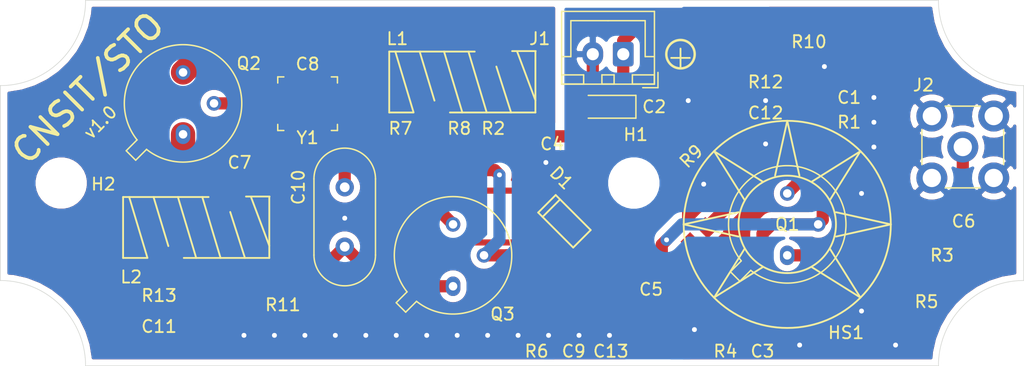
<source format=kicad_pcb>
(kicad_pcb (version 20171130) (host pcbnew "(5.1.4)-1")

  (general
    (thickness 1.6)
    (drawings 13)
    (tracks 145)
    (zones 0)
    (modules 38)
    (nets 17)
  )

  (page A4)
  (layers
    (0 F.Cu signal)
    (31 B.Cu signal)
    (32 B.Adhes user)
    (33 F.Adhes user)
    (34 B.Paste user)
    (35 F.Paste user)
    (36 B.SilkS user)
    (37 F.SilkS user)
    (38 B.Mask user)
    (39 F.Mask user)
    (40 Dwgs.User user)
    (41 Cmts.User user)
    (42 Eco1.User user)
    (43 Eco2.User user)
    (44 Edge.Cuts user)
    (45 Margin user)
    (46 B.CrtYd user)
    (47 F.CrtYd user)
    (48 B.Fab user)
    (49 F.Fab user hide)
  )

  (setup
    (last_trace_width 1)
    (user_trace_width 0.5)
    (user_trace_width 1)
    (user_trace_width 2)
    (trace_clearance 0.2)
    (zone_clearance 0.508)
    (zone_45_only no)
    (trace_min 0.2)
    (via_size 0.8)
    (via_drill 0.4)
    (via_min_size 0.4)
    (via_min_drill 0.3)
    (user_via 0.8 0.5)
    (user_via 1 0.6)
    (uvia_size 0.3)
    (uvia_drill 0.1)
    (uvias_allowed no)
    (uvia_min_size 0.2)
    (uvia_min_drill 0.1)
    (edge_width 0.05)
    (segment_width 0.2)
    (pcb_text_width 0.3)
    (pcb_text_size 1.5 1.5)
    (mod_edge_width 0.12)
    (mod_text_size 1 1)
    (mod_text_width 0.15)
    (pad_size 1.524 1.524)
    (pad_drill 0.762)
    (pad_to_mask_clearance 0.051)
    (solder_mask_min_width 0.25)
    (aux_axis_origin 100 100)
    (visible_elements 7FFFFFFF)
    (pcbplotparams
      (layerselection 0x010fc_ffffffff)
      (usegerberextensions false)
      (usegerberattributes false)
      (usegerberadvancedattributes false)
      (creategerberjobfile false)
      (excludeedgelayer true)
      (linewidth 0.100000)
      (plotframeref false)
      (viasonmask false)
      (mode 1)
      (useauxorigin false)
      (hpglpennumber 1)
      (hpglpenspeed 20)
      (hpglpendiameter 15.000000)
      (psnegative false)
      (psa4output false)
      (plotreference true)
      (plotvalue true)
      (plotinvisibletext false)
      (padsonsilk false)
      (subtractmaskfromsilk false)
      (outputformat 1)
      (mirror false)
      (drillshape 0)
      (scaleselection 1)
      (outputdirectory "output"))
  )

  (net 0 "")
  (net 1 GND)
  (net 2 "Net-(C1-Pad1)")
  (net 3 "Net-(C3-Pad2)")
  (net 4 "Net-(C5-Pad2)")
  (net 5 "Net-(C6-Pad2)")
  (net 6 "Net-(C6-Pad1)")
  (net 7 "Net-(C7-Pad1)")
  (net 8 "Net-(C10-Pad1)")
  (net 9 "Net-(C8-Pad2)")
  (net 10 "Net-(C9-Pad2)")
  (net 11 "Net-(C10-Pad2)")
  (net 12 "Net-(C12-Pad1)")
  (net 13 "Net-(C13-Pad1)")
  (net 14 "Net-(Q1-Pad1)")
  (net 15 "Net-(Q3-Pad1)")
  (net 16 "Net-(Q3-Pad3)")

  (net_class Default 这是默认网络类。
    (clearance 0.2)
    (trace_width 0.25)
    (via_dia 0.8)
    (via_drill 0.4)
    (uvia_dia 0.3)
    (uvia_drill 0.1)
    (add_net GND)
    (add_net "Net-(C1-Pad1)")
    (add_net "Net-(C10-Pad1)")
    (add_net "Net-(C10-Pad2)")
    (add_net "Net-(C12-Pad1)")
    (add_net "Net-(C13-Pad1)")
    (add_net "Net-(C3-Pad2)")
    (add_net "Net-(C5-Pad2)")
    (add_net "Net-(C6-Pad1)")
    (add_net "Net-(C6-Pad2)")
    (add_net "Net-(C7-Pad1)")
    (add_net "Net-(C8-Pad2)")
    (add_net "Net-(C9-Pad2)")
    (add_net "Net-(Q1-Pad1)")
    (add_net "Net-(Q3-Pad1)")
    (add_net "Net-(Q3-Pad3)")
  )

  (module cnsit:C_0805_2012Metric (layer F.Cu) (tedit 5AC5DB74) (tstamp 5E6665B6)
    (at 166.624 77.978)
    (descr "Capacitor SMD 0805 (2012 Metric), square (rectangular) end terminal, IPC_7351 nominal, (Body size source: http://www.tortai-tech.com/upload/download/2011102023233369053.pdf), generated with kicad-footprint-generator")
    (tags capacitor)
    (path /5E6AB5FF)
    (attr smd)
    (fp_text reference C1 (at 3.048 0) (layer F.SilkS)
      (effects (font (size 1 1) (thickness 0.15)))
    )
    (fp_text value 0.1u (at 0 1.65) (layer F.Fab)
      (effects (font (size 1 1) (thickness 0.15)))
    )
    (fp_text user %R (at 0 0) (layer F.Fab)
      (effects (font (size 0.5 0.5) (thickness 0.08)))
    )
    (fp_line (start 1.69 0.95) (end -1.69 0.95) (layer F.CrtYd) (width 0.05))
    (fp_line (start 1.69 -0.95) (end 1.69 0.95) (layer F.CrtYd) (width 0.05))
    (fp_line (start -1.69 -0.95) (end 1.69 -0.95) (layer F.CrtYd) (width 0.05))
    (fp_line (start -1.69 0.95) (end -1.69 -0.95) (layer F.CrtYd) (width 0.05))
    (fp_line (start 1 0.6) (end -1 0.6) (layer F.Fab) (width 0.1))
    (fp_line (start 1 -0.6) (end 1 0.6) (layer F.Fab) (width 0.1))
    (fp_line (start -1 -0.6) (end 1 -0.6) (layer F.Fab) (width 0.1))
    (fp_line (start -1 0.6) (end -1 -0.6) (layer F.Fab) (width 0.1))
    (pad 2 smd rect (at 0.88 0) (size 1.12 1.4) (layers F.Cu F.Paste F.Mask)
      (net 1 GND))
    (pad 1 smd rect (at -0.88 0) (size 1.12 1.4) (layers F.Cu F.Paste F.Mask)
      (net 2 "Net-(C1-Pad1)"))
    (model ${KISYS3DMOD}/Capacitor_SMD.3dshapes/C_0805_2012Metric.wrl
      (at (xyz 0 0 0))
      (scale (xyz 1 1 1))
      (rotate (xyz 0 0 0))
    )
  )

  (module Capacitor_Tantalum_SMD:CP_EIA-3216-10_Kemet-I (layer F.Cu) (tedit 5B301BBE) (tstamp 5E6665C9)
    (at 149.86 78.74 180)
    (descr "Tantalum Capacitor SMD Kemet-I (3216-10 Metric), IPC_7351 nominal, (Body size from: http://www.kemet.com/Lists/ProductCatalog/Attachments/253/KEM_TC101_STD.pdf), generated with kicad-footprint-generator")
    (tags "capacitor tantalum")
    (path /5E6E2DFE)
    (attr smd)
    (fp_text reference C2 (at -3.81 0) (layer F.SilkS)
      (effects (font (size 1 1) (thickness 0.15)))
    )
    (fp_text value 10u (at 0 1.75) (layer F.Fab)
      (effects (font (size 1 1) (thickness 0.15)))
    )
    (fp_line (start 1.6 -0.8) (end -1.2 -0.8) (layer F.Fab) (width 0.1))
    (fp_line (start -1.2 -0.8) (end -1.6 -0.4) (layer F.Fab) (width 0.1))
    (fp_line (start -1.6 -0.4) (end -1.6 0.8) (layer F.Fab) (width 0.1))
    (fp_line (start -1.6 0.8) (end 1.6 0.8) (layer F.Fab) (width 0.1))
    (fp_line (start 1.6 0.8) (end 1.6 -0.8) (layer F.Fab) (width 0.1))
    (fp_line (start 1.6 -0.935) (end -2.31 -0.935) (layer F.SilkS) (width 0.12))
    (fp_line (start -2.31 -0.935) (end -2.31 0.935) (layer F.SilkS) (width 0.12))
    (fp_line (start -2.31 0.935) (end 1.6 0.935) (layer F.SilkS) (width 0.12))
    (fp_line (start -2.3 1.05) (end -2.3 -1.05) (layer F.CrtYd) (width 0.05))
    (fp_line (start -2.3 -1.05) (end 2.3 -1.05) (layer F.CrtYd) (width 0.05))
    (fp_line (start 2.3 -1.05) (end 2.3 1.05) (layer F.CrtYd) (width 0.05))
    (fp_line (start 2.3 1.05) (end -2.3 1.05) (layer F.CrtYd) (width 0.05))
    (fp_text user %R (at 0 0) (layer F.Fab)
      (effects (font (size 0.8 0.8) (thickness 0.12)))
    )
    (pad 1 smd roundrect (at -1.35 0 180) (size 1.4 1.35) (layers F.Cu F.Paste F.Mask) (roundrect_rratio 0.185185)
      (net 2 "Net-(C1-Pad1)"))
    (pad 2 smd roundrect (at 1.35 0 180) (size 1.4 1.35) (layers F.Cu F.Paste F.Mask) (roundrect_rratio 0.185185)
      (net 1 GND))
    (model ${KISYS3DMOD}/Capacitor_Tantalum_SMD.3dshapes/CP_EIA-3216-10_Kemet-I.wrl
      (at (xyz 0 0 0))
      (scale (xyz 1 1 1))
      (rotate (xyz 0 0 0))
    )
  )

  (module cnsit:C_0805_2012Metric (layer F.Cu) (tedit 5AC5DB74) (tstamp 5E6665D8)
    (at 162.56 96.012 90)
    (descr "Capacitor SMD 0805 (2012 Metric), square (rectangular) end terminal, IPC_7351 nominal, (Body size source: http://www.tortai-tech.com/upload/download/2011102023233369053.pdf), generated with kicad-footprint-generator")
    (tags capacitor)
    (path /5E68CEB2)
    (attr smd)
    (fp_text reference C3 (at -2.794 0 180) (layer F.SilkS)
      (effects (font (size 1 1) (thickness 0.15)))
    )
    (fp_text value 470p (at 0 1.65 90) (layer F.Fab)
      (effects (font (size 1 1) (thickness 0.15)))
    )
    (fp_text user %R (at 0 0 90) (layer F.Fab)
      (effects (font (size 0.5 0.5) (thickness 0.08)))
    )
    (fp_line (start 1.69 0.95) (end -1.69 0.95) (layer F.CrtYd) (width 0.05))
    (fp_line (start 1.69 -0.95) (end 1.69 0.95) (layer F.CrtYd) (width 0.05))
    (fp_line (start -1.69 -0.95) (end 1.69 -0.95) (layer F.CrtYd) (width 0.05))
    (fp_line (start -1.69 0.95) (end -1.69 -0.95) (layer F.CrtYd) (width 0.05))
    (fp_line (start 1 0.6) (end -1 0.6) (layer F.Fab) (width 0.1))
    (fp_line (start 1 -0.6) (end 1 0.6) (layer F.Fab) (width 0.1))
    (fp_line (start -1 -0.6) (end 1 -0.6) (layer F.Fab) (width 0.1))
    (fp_line (start -1 0.6) (end -1 -0.6) (layer F.Fab) (width 0.1))
    (pad 2 smd rect (at 0.88 0 90) (size 1.12 1.4) (layers F.Cu F.Paste F.Mask)
      (net 3 "Net-(C3-Pad2)"))
    (pad 1 smd rect (at -0.88 0 90) (size 1.12 1.4) (layers F.Cu F.Paste F.Mask)
      (net 1 GND))
    (model ${KISYS3DMOD}/Capacitor_SMD.3dshapes/C_0805_2012Metric.wrl
      (at (xyz 0 0 0))
      (scale (xyz 1 1 1))
      (rotate (xyz 0 0 0))
    )
  )

  (module cnsit:C_0805_2012Metric (layer F.Cu) (tedit 5AC5DB74) (tstamp 5E6665E7)
    (at 142.748 82.042 270)
    (descr "Capacitor SMD 0805 (2012 Metric), square (rectangular) end terminal, IPC_7351 nominal, (Body size source: http://www.tortai-tech.com/upload/download/2011102023233369053.pdf), generated with kicad-footprint-generator")
    (tags capacitor)
    (path /5E67373A)
    (attr smd)
    (fp_text reference C4 (at -0.254 -2.54 180) (layer F.SilkS)
      (effects (font (size 1 1) (thickness 0.15)))
    )
    (fp_text value 0.1u (at 0 1.65 90) (layer F.Fab)
      (effects (font (size 1 1) (thickness 0.15)))
    )
    (fp_text user %R (at 0 0 90) (layer F.Fab)
      (effects (font (size 0.5 0.5) (thickness 0.08)))
    )
    (fp_line (start 1.69 0.95) (end -1.69 0.95) (layer F.CrtYd) (width 0.05))
    (fp_line (start 1.69 -0.95) (end 1.69 0.95) (layer F.CrtYd) (width 0.05))
    (fp_line (start -1.69 -0.95) (end 1.69 -0.95) (layer F.CrtYd) (width 0.05))
    (fp_line (start -1.69 0.95) (end -1.69 -0.95) (layer F.CrtYd) (width 0.05))
    (fp_line (start 1 0.6) (end -1 0.6) (layer F.Fab) (width 0.1))
    (fp_line (start 1 -0.6) (end 1 0.6) (layer F.Fab) (width 0.1))
    (fp_line (start -1 -0.6) (end 1 -0.6) (layer F.Fab) (width 0.1))
    (fp_line (start -1 0.6) (end -1 -0.6) (layer F.Fab) (width 0.1))
    (pad 2 smd rect (at 0.88 0 270) (size 1.12 1.4) (layers F.Cu F.Paste F.Mask)
      (net 1 GND))
    (pad 1 smd rect (at -0.88 0 270) (size 1.12 1.4) (layers F.Cu F.Paste F.Mask)
      (net 2 "Net-(C1-Pad1)"))
    (model ${KISYS3DMOD}/Capacitor_SMD.3dshapes/C_0805_2012Metric.wrl
      (at (xyz 0 0 0))
      (scale (xyz 1 1 1))
      (rotate (xyz 0 0 0))
    )
  )

  (module cnsit:C_0805_2012Metric (layer F.Cu) (tedit 5AC5DB74) (tstamp 5E6665F6)
    (at 153.416 91.694 180)
    (descr "Capacitor SMD 0805 (2012 Metric), square (rectangular) end terminal, IPC_7351 nominal, (Body size source: http://www.tortai-tech.com/upload/download/2011102023233369053.pdf), generated with kicad-footprint-generator")
    (tags capacitor)
    (path /5E68C766)
    (attr smd)
    (fp_text reference C5 (at 0 -2.032) (layer F.SilkS)
      (effects (font (size 1 1) (thickness 0.15)))
    )
    (fp_text value 110p (at 0 1.65) (layer F.Fab)
      (effects (font (size 1 1) (thickness 0.15)))
    )
    (fp_line (start -1 0.6) (end -1 -0.6) (layer F.Fab) (width 0.1))
    (fp_line (start -1 -0.6) (end 1 -0.6) (layer F.Fab) (width 0.1))
    (fp_line (start 1 -0.6) (end 1 0.6) (layer F.Fab) (width 0.1))
    (fp_line (start 1 0.6) (end -1 0.6) (layer F.Fab) (width 0.1))
    (fp_line (start -1.69 0.95) (end -1.69 -0.95) (layer F.CrtYd) (width 0.05))
    (fp_line (start -1.69 -0.95) (end 1.69 -0.95) (layer F.CrtYd) (width 0.05))
    (fp_line (start 1.69 -0.95) (end 1.69 0.95) (layer F.CrtYd) (width 0.05))
    (fp_line (start 1.69 0.95) (end -1.69 0.95) (layer F.CrtYd) (width 0.05))
    (fp_text user %R (at 0 0) (layer F.Fab)
      (effects (font (size 0.5 0.5) (thickness 0.08)))
    )
    (pad 1 smd rect (at -0.88 0 180) (size 1.12 1.4) (layers F.Cu F.Paste F.Mask)
      (net 3 "Net-(C3-Pad2)"))
    (pad 2 smd rect (at 0.88 0 180) (size 1.12 1.4) (layers F.Cu F.Paste F.Mask)
      (net 4 "Net-(C5-Pad2)"))
    (model ${KISYS3DMOD}/Capacitor_SMD.3dshapes/C_0805_2012Metric.wrl
      (at (xyz 0 0 0))
      (scale (xyz 1 1 1))
      (rotate (xyz 0 0 0))
    )
  )

  (module cnsit:C_0805_2012Metric (layer F.Cu) (tedit 5AC5DB74) (tstamp 5E666605)
    (at 176.022 88.138 180)
    (descr "Capacitor SMD 0805 (2012 Metric), square (rectangular) end terminal, IPC_7351 nominal, (Body size source: http://www.tortai-tech.com/upload/download/2011102023233369053.pdf), generated with kicad-footprint-generator")
    (tags capacitor)
    (path /5E693A14)
    (attr smd)
    (fp_text reference C6 (at -3.048 0) (layer F.SilkS)
      (effects (font (size 1 1) (thickness 0.15)))
    )
    (fp_text value 0.1u (at 0 1.65) (layer F.Fab)
      (effects (font (size 1 1) (thickness 0.15)))
    )
    (fp_text user %R (at 0 0) (layer F.Fab)
      (effects (font (size 0.5 0.5) (thickness 0.08)))
    )
    (fp_line (start 1.69 0.95) (end -1.69 0.95) (layer F.CrtYd) (width 0.05))
    (fp_line (start 1.69 -0.95) (end 1.69 0.95) (layer F.CrtYd) (width 0.05))
    (fp_line (start -1.69 -0.95) (end 1.69 -0.95) (layer F.CrtYd) (width 0.05))
    (fp_line (start -1.69 0.95) (end -1.69 -0.95) (layer F.CrtYd) (width 0.05))
    (fp_line (start 1 0.6) (end -1 0.6) (layer F.Fab) (width 0.1))
    (fp_line (start 1 -0.6) (end 1 0.6) (layer F.Fab) (width 0.1))
    (fp_line (start -1 -0.6) (end 1 -0.6) (layer F.Fab) (width 0.1))
    (fp_line (start -1 0.6) (end -1 -0.6) (layer F.Fab) (width 0.1))
    (pad 2 smd rect (at 0.88 0 180) (size 1.12 1.4) (layers F.Cu F.Paste F.Mask)
      (net 5 "Net-(C6-Pad2)"))
    (pad 1 smd rect (at -0.88 0 180) (size 1.12 1.4) (layers F.Cu F.Paste F.Mask)
      (net 6 "Net-(C6-Pad1)"))
    (model ${KISYS3DMOD}/Capacitor_SMD.3dshapes/C_0805_2012Metric.wrl
      (at (xyz 0 0 0))
      (scale (xyz 1 1 1))
      (rotate (xyz 0 0 0))
    )
  )

  (module cnsit:C_0805_2012Metric (layer F.Cu) (tedit 5AC5DB74) (tstamp 5E66741D)
    (at 122.174 83.566 270)
    (descr "Capacitor SMD 0805 (2012 Metric), square (rectangular) end terminal, IPC_7351 nominal, (Body size source: http://www.tortai-tech.com/upload/download/2011102023233369053.pdf), generated with kicad-footprint-generator")
    (tags capacitor)
    (path /5E660DB1)
    (attr smd)
    (fp_text reference C7 (at -0.254 2.54 180) (layer F.SilkS)
      (effects (font (size 1 1) (thickness 0.15)))
    )
    (fp_text value 390p (at 0 1.65 90) (layer F.Fab)
      (effects (font (size 1 1) (thickness 0.15)))
    )
    (fp_line (start -1 0.6) (end -1 -0.6) (layer F.Fab) (width 0.1))
    (fp_line (start -1 -0.6) (end 1 -0.6) (layer F.Fab) (width 0.1))
    (fp_line (start 1 -0.6) (end 1 0.6) (layer F.Fab) (width 0.1))
    (fp_line (start 1 0.6) (end -1 0.6) (layer F.Fab) (width 0.1))
    (fp_line (start -1.69 0.95) (end -1.69 -0.95) (layer F.CrtYd) (width 0.05))
    (fp_line (start -1.69 -0.95) (end 1.69 -0.95) (layer F.CrtYd) (width 0.05))
    (fp_line (start 1.69 -0.95) (end 1.69 0.95) (layer F.CrtYd) (width 0.05))
    (fp_line (start 1.69 0.95) (end -1.69 0.95) (layer F.CrtYd) (width 0.05))
    (fp_text user %R (at 0 0 90) (layer F.Fab)
      (effects (font (size 0.5 0.5) (thickness 0.08)))
    )
    (pad 1 smd rect (at -0.88 0 270) (size 1.12 1.4) (layers F.Cu F.Paste F.Mask)
      (net 7 "Net-(C7-Pad1)"))
    (pad 2 smd rect (at 0.88 0 270) (size 1.12 1.4) (layers F.Cu F.Paste F.Mask)
      (net 8 "Net-(C10-Pad1)"))
    (model ${KISYS3DMOD}/Capacitor_SMD.3dshapes/C_0805_2012Metric.wrl
      (at (xyz 0 0 0))
      (scale (xyz 1 1 1))
      (rotate (xyz 0 0 0))
    )
  )

  (module Capacitor_SMD:C_Trimmer_Murata_TZB4-B (layer F.Cu) (tedit 590DA842) (tstamp 5E66663A)
    (at 125.222 78.486)
    (descr "trimmer capacitor SMD horizontal, http://www.murata.com/~/media/webrenewal/support/library/catalog/products/capacitor/trimmer/t13e.ashx?la=en-gb")
    (tags " Murata TZB4 TZB4-A")
    (path /5E667543)
    (attr smd)
    (fp_text reference C8 (at 0 -3.25) (layer F.SilkS)
      (effects (font (size 1 1) (thickness 0.15)))
    )
    (fp_text value 30p (at 0 3.25) (layer F.Fab)
      (effects (font (size 1 1) (thickness 0.15)))
    )
    (fp_circle (center 0 0) (end 2 0) (layer F.Fab) (width 0.1))
    (fp_line (start -2.25 -2) (end -2.24 -2) (layer F.Fab) (width 0.1))
    (fp_line (start -2.24 -2) (end 2.24 -2) (layer F.Fab) (width 0.1))
    (fp_line (start 2.24 -2) (end 2.25 -2) (layer F.Fab) (width 0.1))
    (fp_line (start 2.25 -2) (end 2.25 -1.99) (layer F.Fab) (width 0.1))
    (fp_line (start 2.25 -1.99) (end 2.25 1.99) (layer F.Fab) (width 0.1))
    (fp_line (start 2.25 1.99) (end 2.25 2) (layer F.Fab) (width 0.1))
    (fp_line (start 2.25 2) (end 2.24 2) (layer F.Fab) (width 0.1))
    (fp_line (start 2.24 2) (end -2.24 2) (layer F.Fab) (width 0.1))
    (fp_line (start -2.24 2) (end -2.25 2) (layer F.Fab) (width 0.1))
    (fp_line (start -2.25 2) (end -2.25 1.99) (layer F.Fab) (width 0.1))
    (fp_line (start -2.25 1.99) (end -2.25 -1.99) (layer F.Fab) (width 0.1))
    (fp_line (start -2.25 -1.99) (end -2.25 -2) (layer F.Fab) (width 0.1))
    (fp_line (start 2.25 -0.6) (end 3.5 -0.6) (layer F.Fab) (width 0.1))
    (fp_line (start 3.5 -0.6) (end 3.5 0.6) (layer F.Fab) (width 0.1))
    (fp_line (start 3.5 0.6) (end 2.25 0.6) (layer F.Fab) (width 0.1))
    (fp_line (start -2.25 -0.6) (end -3.5 -0.6) (layer F.Fab) (width 0.1))
    (fp_line (start -3.5 -0.6) (end -3.5 0.6) (layer F.Fab) (width 0.1))
    (fp_line (start -3.5 0.6) (end -2.25 0.6) (layer F.Fab) (width 0.1))
    (fp_line (start -2.45 -2.2) (end -1.95 -2.2) (layer F.SilkS) (width 0.12))
    (fp_line (start -2.45 -2.2) (end -2.45 -1.7) (layer F.SilkS) (width 0.12))
    (fp_line (start -2.45 2.2) (end -1.95 2.2) (layer F.SilkS) (width 0.12))
    (fp_line (start -2.45 2.2) (end -2.45 1.7) (layer F.SilkS) (width 0.12))
    (fp_line (start 2.45 -2.2) (end 1.95 -2.2) (layer F.SilkS) (width 0.12))
    (fp_line (start 2.45 -2.2) (end 2.45 -1.7) (layer F.SilkS) (width 0.12))
    (fp_line (start 2.45 2.2) (end 1.95 2.2) (layer F.SilkS) (width 0.12))
    (fp_line (start 2.45 2.2) (end 2.45 1.7) (layer F.SilkS) (width 0.12))
    (fp_line (start -4.25 -2.25) (end -4.25 2.25) (layer F.CrtYd) (width 0.05))
    (fp_line (start -4.25 2.25) (end 4.25 2.25) (layer F.CrtYd) (width 0.05))
    (fp_line (start 4.25 2.25) (end 4.25 -2.25) (layer F.CrtYd) (width 0.05))
    (fp_line (start 4.25 -2.25) (end -4.25 -2.25) (layer F.CrtYd) (width 0.05))
    (fp_text user %R (at 0 0) (layer F.Fab)
      (effects (font (size 0.5 0.5) (thickness 0.05)))
    )
    (pad 1 smd rect (at -3 0) (size 2 1.6) (layers F.Cu F.Paste F.Mask)
      (net 7 "Net-(C7-Pad1)"))
    (pad 2 smd rect (at 3 0) (size 2 1.6) (layers F.Cu F.Paste F.Mask)
      (net 9 "Net-(C8-Pad2)"))
    (model ${KISYS3DMOD}/Capacitor_SMD.3dshapes/C_Trimmer_Murata_TZB4-B.wrl
      (at (xyz 0 0 0))
      (scale (xyz 1 1 1))
      (rotate (xyz 0 0 0))
    )
  )

  (module cnsit:C_0805_2012Metric (layer F.Cu) (tedit 5AC5DB74) (tstamp 5E666649)
    (at 147.0152 94.4245 90)
    (descr "Capacitor SMD 0805 (2012 Metric), square (rectangular) end terminal, IPC_7351 nominal, (Body size source: http://www.tortai-tech.com/upload/download/2011102023233369053.pdf), generated with kicad-footprint-generator")
    (tags capacitor)
    (path /5E66E0E4)
    (attr smd)
    (fp_text reference C9 (at -4.3815 0.0508 180) (layer F.SilkS)
      (effects (font (size 1 1) (thickness 0.15)))
    )
    (fp_text value 0.1u (at 0 1.65 90) (layer F.Fab)
      (effects (font (size 1 1) (thickness 0.15)))
    )
    (fp_line (start -1 0.6) (end -1 -0.6) (layer F.Fab) (width 0.1))
    (fp_line (start -1 -0.6) (end 1 -0.6) (layer F.Fab) (width 0.1))
    (fp_line (start 1 -0.6) (end 1 0.6) (layer F.Fab) (width 0.1))
    (fp_line (start 1 0.6) (end -1 0.6) (layer F.Fab) (width 0.1))
    (fp_line (start -1.69 0.95) (end -1.69 -0.95) (layer F.CrtYd) (width 0.05))
    (fp_line (start -1.69 -0.95) (end 1.69 -0.95) (layer F.CrtYd) (width 0.05))
    (fp_line (start 1.69 -0.95) (end 1.69 0.95) (layer F.CrtYd) (width 0.05))
    (fp_line (start 1.69 0.95) (end -1.69 0.95) (layer F.CrtYd) (width 0.05))
    (fp_text user %R (at 0 0 90) (layer F.Fab)
      (effects (font (size 0.5 0.5) (thickness 0.08)))
    )
    (pad 1 smd rect (at -0.88 0 90) (size 1.12 1.4) (layers F.Cu F.Paste F.Mask)
      (net 1 GND))
    (pad 2 smd rect (at 0.88 0 90) (size 1.12 1.4) (layers F.Cu F.Paste F.Mask)
      (net 10 "Net-(C9-Pad2)"))
    (model ${KISYS3DMOD}/Capacitor_SMD.3dshapes/C_0805_2012Metric.wrl
      (at (xyz 0 0 0))
      (scale (xyz 1 1 1))
      (rotate (xyz 0 0 0))
    )
  )

  (module cnsit:C_0805_2012Metric (layer F.Cu) (tedit 5AC5DB74) (tstamp 5E667447)
    (at 123.698 89.154 270)
    (descr "Capacitor SMD 0805 (2012 Metric), square (rectangular) end terminal, IPC_7351 nominal, (Body size source: http://www.tortai-tech.com/upload/download/2011102023233369053.pdf), generated with kicad-footprint-generator")
    (tags capacitor)
    (path /5E661CAB)
    (attr smd)
    (fp_text reference C10 (at -3.81 -0.762 90) (layer F.SilkS)
      (effects (font (size 1 1) (thickness 0.15)))
    )
    (fp_text value 510p (at 0 1.65 90) (layer F.Fab)
      (effects (font (size 1 1) (thickness 0.15)))
    )
    (fp_line (start -1 0.6) (end -1 -0.6) (layer F.Fab) (width 0.1))
    (fp_line (start -1 -0.6) (end 1 -0.6) (layer F.Fab) (width 0.1))
    (fp_line (start 1 -0.6) (end 1 0.6) (layer F.Fab) (width 0.1))
    (fp_line (start 1 0.6) (end -1 0.6) (layer F.Fab) (width 0.1))
    (fp_line (start -1.69 0.95) (end -1.69 -0.95) (layer F.CrtYd) (width 0.05))
    (fp_line (start -1.69 -0.95) (end 1.69 -0.95) (layer F.CrtYd) (width 0.05))
    (fp_line (start 1.69 -0.95) (end 1.69 0.95) (layer F.CrtYd) (width 0.05))
    (fp_line (start 1.69 0.95) (end -1.69 0.95) (layer F.CrtYd) (width 0.05))
    (fp_text user %R (at 0 0 90) (layer F.Fab)
      (effects (font (size 0.5 0.5) (thickness 0.08)))
    )
    (pad 1 smd rect (at -0.88 0 270) (size 1.12 1.4) (layers F.Cu F.Paste F.Mask)
      (net 8 "Net-(C10-Pad1)"))
    (pad 2 smd rect (at 0.88 0 270) (size 1.12 1.4) (layers F.Cu F.Paste F.Mask)
      (net 11 "Net-(C10-Pad2)"))
    (model ${KISYS3DMOD}/Capacitor_SMD.3dshapes/C_0805_2012Metric.wrl
      (at (xyz 0 0 0))
      (scale (xyz 1 1 1))
      (rotate (xyz 0 0 0))
    )
  )

  (module cnsit:C_0805_2012Metric (layer F.Cu) (tedit 5AC5DB74) (tstamp 5E6673F3)
    (at 116.722 96.774)
    (descr "Capacitor SMD 0805 (2012 Metric), square (rectangular) end terminal, IPC_7351 nominal, (Body size source: http://www.tortai-tech.com/upload/download/2011102023233369053.pdf), generated with kicad-footprint-generator")
    (tags capacitor)
    (path /5E662B55)
    (attr smd)
    (fp_text reference C11 (at -3.692 0) (layer F.SilkS)
      (effects (font (size 1 1) (thickness 0.15)))
    )
    (fp_text value 0.1u (at 0 1.65) (layer F.Fab)
      (effects (font (size 1 1) (thickness 0.15)))
    )
    (fp_line (start -1 0.6) (end -1 -0.6) (layer F.Fab) (width 0.1))
    (fp_line (start -1 -0.6) (end 1 -0.6) (layer F.Fab) (width 0.1))
    (fp_line (start 1 -0.6) (end 1 0.6) (layer F.Fab) (width 0.1))
    (fp_line (start 1 0.6) (end -1 0.6) (layer F.Fab) (width 0.1))
    (fp_line (start -1.69 0.95) (end -1.69 -0.95) (layer F.CrtYd) (width 0.05))
    (fp_line (start -1.69 -0.95) (end 1.69 -0.95) (layer F.CrtYd) (width 0.05))
    (fp_line (start 1.69 -0.95) (end 1.69 0.95) (layer F.CrtYd) (width 0.05))
    (fp_line (start 1.69 0.95) (end -1.69 0.95) (layer F.CrtYd) (width 0.05))
    (fp_text user %R (at 0 0) (layer F.Fab)
      (effects (font (size 0.5 0.5) (thickness 0.08)))
    )
    (pad 1 smd rect (at -0.88 0) (size 1.12 1.4) (layers F.Cu F.Paste F.Mask)
      (net 11 "Net-(C10-Pad2)"))
    (pad 2 smd rect (at 0.88 0) (size 1.12 1.4) (layers F.Cu F.Paste F.Mask)
      (net 1 GND))
    (model ${KISYS3DMOD}/Capacitor_SMD.3dshapes/C_0805_2012Metric.wrl
      (at (xyz 0 0 0))
      (scale (xyz 1 1 1))
      (rotate (xyz 0 0 0))
    )
  )

  (module cnsit:C_0805_2012Metric (layer F.Cu) (tedit 5AC5DB74) (tstamp 5E666676)
    (at 159.122 79.502 180)
    (descr "Capacitor SMD 0805 (2012 Metric), square (rectangular) end terminal, IPC_7351 nominal, (Body size source: http://www.tortai-tech.com/upload/download/2011102023233369053.pdf), generated with kicad-footprint-generator")
    (tags capacitor)
    (path /5E681801)
    (attr smd)
    (fp_text reference C12 (at -3.692 0.254) (layer F.SilkS)
      (effects (font (size 1 1) (thickness 0.15)))
    )
    (fp_text value 0.1u (at 0 1.65) (layer F.Fab)
      (effects (font (size 1 1) (thickness 0.15)))
    )
    (fp_text user %R (at 0 0) (layer F.Fab)
      (effects (font (size 0.5 0.5) (thickness 0.08)))
    )
    (fp_line (start 1.69 0.95) (end -1.69 0.95) (layer F.CrtYd) (width 0.05))
    (fp_line (start 1.69 -0.95) (end 1.69 0.95) (layer F.CrtYd) (width 0.05))
    (fp_line (start -1.69 -0.95) (end 1.69 -0.95) (layer F.CrtYd) (width 0.05))
    (fp_line (start -1.69 0.95) (end -1.69 -0.95) (layer F.CrtYd) (width 0.05))
    (fp_line (start 1 0.6) (end -1 0.6) (layer F.Fab) (width 0.1))
    (fp_line (start 1 -0.6) (end 1 0.6) (layer F.Fab) (width 0.1))
    (fp_line (start -1 -0.6) (end 1 -0.6) (layer F.Fab) (width 0.1))
    (fp_line (start -1 0.6) (end -1 -0.6) (layer F.Fab) (width 0.1))
    (pad 2 smd rect (at 0.88 0 180) (size 1.12 1.4) (layers F.Cu F.Paste F.Mask)
      (net 1 GND))
    (pad 1 smd rect (at -0.88 0 180) (size 1.12 1.4) (layers F.Cu F.Paste F.Mask)
      (net 12 "Net-(C12-Pad1)"))
    (model ${KISYS3DMOD}/Capacitor_SMD.3dshapes/C_0805_2012Metric.wrl
      (at (xyz 0 0 0))
      (scale (xyz 1 1 1))
      (rotate (xyz 0 0 0))
    )
  )

  (module cnsit:C_0805_2012Metric (layer F.Cu) (tedit 5AC5DB74) (tstamp 5E666685)
    (at 149.86 94.4245 270)
    (descr "Capacitor SMD 0805 (2012 Metric), square (rectangular) end terminal, IPC_7351 nominal, (Body size source: http://www.tortai-tech.com/upload/download/2011102023233369053.pdf), generated with kicad-footprint-generator")
    (tags capacitor)
    (path /5E6784BB)
    (attr smd)
    (fp_text reference C13 (at 4.3815 -0.254 180) (layer F.SilkS)
      (effects (font (size 1 1) (thickness 0.15)))
    )
    (fp_text value 0.1u (at 0 1.65 90) (layer F.Fab)
      (effects (font (size 1 1) (thickness 0.15)))
    )
    (fp_line (start -1 0.6) (end -1 -0.6) (layer F.Fab) (width 0.1))
    (fp_line (start -1 -0.6) (end 1 -0.6) (layer F.Fab) (width 0.1))
    (fp_line (start 1 -0.6) (end 1 0.6) (layer F.Fab) (width 0.1))
    (fp_line (start 1 0.6) (end -1 0.6) (layer F.Fab) (width 0.1))
    (fp_line (start -1.69 0.95) (end -1.69 -0.95) (layer F.CrtYd) (width 0.05))
    (fp_line (start -1.69 -0.95) (end 1.69 -0.95) (layer F.CrtYd) (width 0.05))
    (fp_line (start 1.69 -0.95) (end 1.69 0.95) (layer F.CrtYd) (width 0.05))
    (fp_line (start 1.69 0.95) (end -1.69 0.95) (layer F.CrtYd) (width 0.05))
    (fp_text user %R (at 0 0 90) (layer F.Fab)
      (effects (font (size 0.5 0.5) (thickness 0.08)))
    )
    (pad 1 smd rect (at -0.88 0 270) (size 1.12 1.4) (layers F.Cu F.Paste F.Mask)
      (net 13 "Net-(C13-Pad1)"))
    (pad 2 smd rect (at 0.88 0 270) (size 1.12 1.4) (layers F.Cu F.Paste F.Mask)
      (net 1 GND))
    (model ${KISYS3DMOD}/Capacitor_SMD.3dshapes/C_0805_2012Metric.wrl
      (at (xyz 0 0 0))
      (scale (xyz 1 1 1))
      (rotate (xyz 0 0 0))
    )
  )

  (module cnsit:SMT_DIODE (layer F.Cu) (tedit 5E620F62) (tstamp 5E666690)
    (at 146.304 88.138 315)
    (path /5E67643A)
    (fp_text reference D1 (at -2.694077 -2.334867 135) (layer F.SilkS)
      (effects (font (size 1 1) (thickness 0.15)))
    )
    (fp_text value 1N60 (at 0.508 -4.572 135) (layer F.Fab)
      (effects (font (size 1 1) (thickness 0.15)))
    )
    (fp_line (start -2.032 -1.016) (end 2.032 -1.016) (layer F.SilkS) (width 0.15))
    (fp_line (start 2.032 -1.016) (end 2.032 1.016) (layer F.SilkS) (width 0.15))
    (fp_line (start 2.032 1.016) (end -2.032 1.016) (layer F.SilkS) (width 0.15))
    (fp_line (start -2.032 1.016) (end -2.032 -1.016) (layer F.SilkS) (width 0.15))
    (fp_line (start -1.524 -1.016) (end -1.524 1.016) (layer F.SilkS) (width 0.15))
    (pad 1 smd rect (at -3.556 0 315) (size 2 1.524) (layers F.Cu F.Paste F.Mask)
      (net 4 "Net-(C5-Pad2)"))
    (pad 2 smd rect (at 3.556 0 315) (size 2 1.524) (layers F.Cu F.Paste F.Mask)
      (net 13 "Net-(C13-Pad1)"))
    (model "E:/GitHub/kicad/3d/User Library-1n4148-1.STEP"
      (offset (xyz 0 0 2))
      (scale (xyz 1 1 1))
      (rotate (xyz 180 0 0))
    )
  )

  (module MountingHole:MountingHole_3.2mm_M3 (layer F.Cu) (tedit 56D1B4CB) (tstamp 5E666698)
    (at 152 85)
    (descr "Mounting Hole 3.2mm, no annular, M3")
    (tags "mounting hole 3.2mm no annular m3")
    (path /5E694960)
    (attr virtual)
    (fp_text reference H1 (at 0.146 -3.974) (layer F.SilkS)
      (effects (font (size 1 1) (thickness 0.15)))
    )
    (fp_text value MountingHole (at 0 4.2) (layer F.Fab)
      (effects (font (size 1 1) (thickness 0.15)))
    )
    (fp_circle (center 0 0) (end 3.45 0) (layer F.CrtYd) (width 0.05))
    (fp_circle (center 0 0) (end 3.2 0) (layer Cmts.User) (width 0.15))
    (fp_text user %R (at 0.3 0) (layer F.Fab)
      (effects (font (size 1 1) (thickness 0.15)))
    )
    (pad 1 np_thru_hole circle (at 0 0) (size 3.2 3.2) (drill 3.2) (layers *.Cu *.Mask))
  )

  (module MountingHole:MountingHole_3.2mm_M3 (layer F.Cu) (tedit 56D1B4CB) (tstamp 5E6666A0)
    (at 105 85)
    (descr "Mounting Hole 3.2mm, no annular, M3")
    (tags "mounting hole 3.2mm no annular m3")
    (path /5E694525)
    (attr virtual)
    (fp_text reference H2 (at 3.458 0.09) (layer F.SilkS)
      (effects (font (size 1 1) (thickness 0.15)))
    )
    (fp_text value MountingHole (at 0 4.2) (layer F.Fab)
      (effects (font (size 1 1) (thickness 0.15)))
    )
    (fp_text user %R (at 0.3 0) (layer F.Fab)
      (effects (font (size 1 1) (thickness 0.15)))
    )
    (fp_circle (center 0 0) (end 3.2 0) (layer Cmts.User) (width 0.15))
    (fp_circle (center 0 0) (end 3.45 0) (layer F.CrtYd) (width 0.05))
    (pad 1 np_thru_hole circle (at 0 0) (size 3.2 3.2) (drill 3.2) (layers *.Cu *.Mask))
  )

  (module cnsit:TO_39_Crown (layer F.Cu) (tedit 5C846850) (tstamp 5E6666B4)
    (at 164.592 88.392)
    (path /5E6F0AC6)
    (fp_text reference HS1 (at 4.826 8.89) (layer F.SilkS)
      (effects (font (size 1 1) (thickness 0.15)))
    )
    (fp_text value Heatsink (at 7.5 -9.5) (layer F.Fab)
      (effects (font (size 1 1) (thickness 0.15)))
    )
    (fp_circle (center 0 0) (end 4 0) (layer F.SilkS) (width 0.15))
    (fp_circle (center 0 0) (end 8.5 0) (layer F.SilkS) (width 0.15))
    (fp_line (start 0 -8.5) (end -1 -4) (layer F.SilkS) (width 0.15))
    (fp_line (start 0 -8.5) (end 1 -4) (layer F.SilkS) (width 0.15))
    (fp_line (start 8.5 0) (end 4 -1) (layer F.SilkS) (width 0.15))
    (fp_line (start 8.5 0) (end 4 1) (layer F.SilkS) (width 0.15))
    (fp_line (start 6 -6) (end 2 -3.5) (layer F.SilkS) (width 0.15))
    (fp_line (start 6 -6) (end 3.5 -2) (layer F.SilkS) (width 0.15))
    (fp_line (start -6 -6) (end -2 -3.5) (layer F.SilkS) (width 0.15))
    (fp_line (start -6 -6) (end -3.5 -2) (layer F.SilkS) (width 0.15))
    (fp_line (start -8.5 0) (end -4 -1) (layer F.SilkS) (width 0.15))
    (fp_line (start -8.5 0) (end -4 1) (layer F.SilkS) (width 0.15))
    (fp_line (start 6 6) (end 3.5 2) (layer F.SilkS) (width 0.15))
    (fp_line (start 6 6) (end 2 3.5) (layer F.SilkS) (width 0.15))
    (fp_line (start -6 6) (end -3.5 2) (layer F.SilkS) (width 0.15))
    (fp_line (start -6 6) (end -2 3.5) (layer F.SilkS) (width 0.15))
  )

  (module cnsit:XH-A_1x02_Vertical_Power_In (layer F.Cu) (tedit 5BEC3EC1) (tstamp 5E667B9A)
    (at 151.13 74.422 180)
    (descr "JST XH series connector, B02B-XH-A (http://www.jst-mfg.com/product/pdf/eng/eXH.pdf), generated with kicad-footprint-generator")
    (tags "connector JST XH side entry")
    (path /5E6E9573)
    (fp_text reference J1 (at 6.858 1.27) (layer F.SilkS)
      (effects (font (size 1 1) (thickness 0.15)))
    )
    (fp_text value PWR (at 1.25 4.6) (layer F.Fab)
      (effects (font (size 1 1) (thickness 0.15)))
    )
    (fp_line (start -2.45 -2.35) (end -2.45 3.4) (layer F.Fab) (width 0.1))
    (fp_line (start -2.45 3.4) (end 4.95 3.4) (layer F.Fab) (width 0.1))
    (fp_line (start 4.95 3.4) (end 4.95 -2.35) (layer F.Fab) (width 0.1))
    (fp_line (start 4.95 -2.35) (end -2.45 -2.35) (layer F.Fab) (width 0.1))
    (fp_line (start -2.56 -2.46) (end -2.56 3.51) (layer F.SilkS) (width 0.12))
    (fp_line (start -2.56 3.51) (end 5.06 3.51) (layer F.SilkS) (width 0.12))
    (fp_line (start 5.06 3.51) (end 5.06 -2.46) (layer F.SilkS) (width 0.12))
    (fp_line (start 5.06 -2.46) (end -2.56 -2.46) (layer F.SilkS) (width 0.12))
    (fp_line (start -2.95 -2.85) (end -2.95 3.9) (layer F.CrtYd) (width 0.05))
    (fp_line (start -2.95 3.9) (end 5.45 3.9) (layer F.CrtYd) (width 0.05))
    (fp_line (start 5.45 3.9) (end 5.45 -2.85) (layer F.CrtYd) (width 0.05))
    (fp_line (start 5.45 -2.85) (end -2.95 -2.85) (layer F.CrtYd) (width 0.05))
    (fp_line (start -0.625 -2.35) (end 0 -1.35) (layer F.Fab) (width 0.1))
    (fp_line (start 0 -1.35) (end 0.625 -2.35) (layer F.Fab) (width 0.1))
    (fp_line (start 0.75 -2.45) (end 0.75 -1.7) (layer F.SilkS) (width 0.12))
    (fp_line (start 0.75 -1.7) (end 1.75 -1.7) (layer F.SilkS) (width 0.12))
    (fp_line (start 1.75 -1.7) (end 1.75 -2.45) (layer F.SilkS) (width 0.12))
    (fp_line (start 1.75 -2.45) (end 0.75 -2.45) (layer F.SilkS) (width 0.12))
    (fp_line (start -2.55 -2.45) (end -2.55 -1.7) (layer F.SilkS) (width 0.12))
    (fp_line (start -2.55 -1.7) (end -0.75 -1.7) (layer F.SilkS) (width 0.12))
    (fp_line (start -0.75 -1.7) (end -0.75 -2.45) (layer F.SilkS) (width 0.12))
    (fp_line (start -0.75 -2.45) (end -2.55 -2.45) (layer F.SilkS) (width 0.12))
    (fp_line (start 3.25 -2.45) (end 3.25 -1.7) (layer F.SilkS) (width 0.12))
    (fp_line (start 3.25 -1.7) (end 5.05 -1.7) (layer F.SilkS) (width 0.12))
    (fp_line (start 5.05 -1.7) (end 5.05 -2.45) (layer F.SilkS) (width 0.12))
    (fp_line (start 5.05 -2.45) (end 3.25 -2.45) (layer F.SilkS) (width 0.12))
    (fp_line (start -2.55 -0.2) (end -1.8 -0.2) (layer F.SilkS) (width 0.12))
    (fp_line (start -1.8 -0.2) (end -1.8 2.75) (layer F.SilkS) (width 0.12))
    (fp_line (start -1.8 2.75) (end 1.25 2.75) (layer F.SilkS) (width 0.12))
    (fp_line (start 5.05 -0.2) (end 4.3 -0.2) (layer F.SilkS) (width 0.12))
    (fp_line (start 4.3 -0.2) (end 4.3 2.75) (layer F.SilkS) (width 0.12))
    (fp_line (start 4.3 2.75) (end 1.25 2.75) (layer F.SilkS) (width 0.12))
    (fp_line (start -1.6 -2.75) (end -2.85 -2.75) (layer F.SilkS) (width 0.12))
    (fp_line (start -2.85 -2.75) (end -2.85 -1.5) (layer F.SilkS) (width 0.12))
    (fp_text user %R (at 1.25 2.7) (layer F.Fab)
      (effects (font (size 1 1) (thickness 0.15)))
    )
    (fp_text user + (at -4.7 -0.15) (layer F.SilkS)
      (effects (font (size 2 2) (thickness 0.15)))
    )
    (fp_circle (center -4.7 0) (end -3.53381 0) (layer F.SilkS) (width 0.2))
    (pad 1 thru_hole roundrect (at 0 0 180) (size 1.7 2) (drill 1) (layers *.Cu *.Mask) (roundrect_rratio 0.147059)
      (net 2 "Net-(C1-Pad1)"))
    (pad 2 thru_hole oval (at 2.5 0 180) (size 1.7 2) (drill 1) (layers *.Cu *.Mask)
      (net 1 GND))
    (model ${KISYS3DMOD}/Connector_JST.3dshapes/JST_XH_B02B-XH-A_1x02_P2.50mm_Vertical.wrl
      (at (xyz 0 0 0))
      (scale (xyz 1 1 1))
      (rotate (xyz 0 0 0))
    )
  )

  (module cnsit:SMA_Amphenol_901-144_Vertical (layer F.Cu) (tedit 5E62131C) (tstamp 5E6666F6)
    (at 179 82.042)
    (descr https://www.amphenolrf.com/downloads/dl/file/id/7023/product/3103/901_144_customer_drawing.pdf)
    (tags "SMA THT Female Jack Vertical")
    (path /5B3A5F7E)
    (fp_text reference J2 (at -3.232 -5.08) (layer F.SilkS)
      (effects (font (size 1 1) (thickness 0.15)))
    )
    (fp_text value Out (at 0 5) (layer F.Fab)
      (effects (font (size 1 1) (thickness 0.15)))
    )
    (fp_circle (center 0 0) (end 3.175 0) (layer F.Fab) (width 0.1))
    (fp_line (start 4.17 4.17) (end -4.17 4.17) (layer F.CrtYd) (width 0.05))
    (fp_line (start 4.17 4.17) (end 4.17 -4.17) (layer F.CrtYd) (width 0.05))
    (fp_line (start -4.17 -4.17) (end -4.17 4.17) (layer F.CrtYd) (width 0.05))
    (fp_line (start -4.17 -4.17) (end 4.17 -4.17) (layer F.CrtYd) (width 0.05))
    (fp_line (start -3.175 -3.175) (end 3.175 -3.175) (layer F.Fab) (width 0.1))
    (fp_line (start -3.175 -3.175) (end -3.175 3.175) (layer F.Fab) (width 0.1))
    (fp_line (start -3.175 3.175) (end 3.175 3.175) (layer F.Fab) (width 0.1))
    (fp_line (start 3.175 -3.175) (end 3.175 3.175) (layer F.Fab) (width 0.1))
    (fp_line (start -3.355 -1.45) (end -3.355 1.45) (layer F.SilkS) (width 0.12))
    (fp_line (start 3.355 -1.45) (end 3.355 1.45) (layer F.SilkS) (width 0.12))
    (fp_line (start -1.45 3.355) (end 1.45 3.355) (layer F.SilkS) (width 0.12))
    (fp_line (start -1.45 -3.355) (end 1.45 -3.355) (layer F.SilkS) (width 0.12))
    (fp_text user %R (at 0 0) (layer F.Fab)
      (effects (font (size 1 1) (thickness 0.15)))
    )
    (pad 1 thru_hole circle (at 0 0) (size 2.54 2.54) (drill 1.5) (layers *.Cu *.Mask)
      (net 6 "Net-(C6-Pad1)"))
    (pad 2 thru_hole circle (at 2.54 2.54) (size 2.54 2.54) (drill 1.5) (layers *.Cu *.Mask)
      (net 1 GND))
    (pad 2 thru_hole circle (at 2.54 -2.54) (size 2.54 2.54) (drill 1.5) (layers *.Cu *.Mask)
      (net 1 GND))
    (pad 2 thru_hole circle (at -2.54 -2.54) (size 2.54 2.54) (drill 1.5) (layers *.Cu *.Mask)
      (net 1 GND))
    (pad 2 thru_hole circle (at -2.54 2.54) (size 2.54 2.54) (drill 1.5) (layers *.Cu *.Mask)
      (net 1 GND))
    (model "E:/GitHub/kicad/3d/User Library-sma.STEP"
      (offset (xyz 0 0 2))
      (scale (xyz 1 1 1))
      (rotate (xyz 0 0 0))
    )
  )

  (module cnsit:L_3743 (layer F.Cu) (tedit 5E6600F2) (tstamp 5E666708)
    (at 137.922 76.708 90)
    (path /5E66EBC7)
    (fp_text reference L1 (at 3.556 -5.334 180) (layer F.SilkS)
      (effects (font (size 1 1) (thickness 0.15)))
    )
    (fp_text value 4.3u (at -5.6 -11.3 90) (layer F.Fab)
      (effects (font (size 1 1) (thickness 0.15)))
    )
    (fp_line (start 2.54 4.088) (end 2.54 6.024) (layer F.SilkS) (width 0.15))
    (fp_line (start -2.5 6) (end -2.5 -1.016) (layer F.SilkS) (width 0.15))
    (fp_line (start 2.5 4.5) (end -1.5 6) (layer F.SilkS) (width 0.15))
    (fp_line (start -2.5 4) (end 1.27 2.794) (layer F.SilkS) (width 0.15))
    (fp_line (start -2.5 2) (end 2.5 0.5) (layer F.SilkS) (width 0.15))
    (fp_line (start -2.5 0) (end 2.5 -1.5) (layer F.SilkS) (width 0.15))
    (fp_line (start -1.524 -2.286) (end 2.5 -3.5) (layer F.SilkS) (width 0.15))
    (fp_line (start -2.5 -4) (end 2.5 -5.5) (layer F.SilkS) (width 0.15))
    (fp_line (start 2.5 1.016) (end 2.5 -6) (layer F.SilkS) (width 0.15))
    (fp_line (start -2.5 6) (end 2.5 6) (layer F.SilkS) (width 0.15))
    (fp_line (start -2.5 -6) (end -2.5 -4.064) (layer F.SilkS) (width 0.15))
    (fp_line (start 2.5 -6) (end -2.5 -6) (layer F.SilkS) (width 0.15))
    (pad 2 smd circle (at -2.794 -2.54 90) (size 2 2) (layers F.Cu F.Paste F.Mask)
      (net 4 "Net-(C5-Pad2)"))
    (pad 1 smd circle (at 2.794 2.5 90) (size 2 2) (layers F.Cu F.Paste F.Mask)
      (net 2 "Net-(C1-Pad1)"))
    (model "${LOCAL}/User Library-coil_14x8.STEP"
      (offset (xyz 0 0 6))
      (scale (xyz 0.8 0.8 0.8))
      (rotate (xyz 0 0 0))
    )
  )

  (module cnsit:L_3743 (layer F.Cu) (tedit 5E6600F2) (tstamp 5E6673C3)
    (at 116.078 88.646 90)
    (path /5E660007)
    (fp_text reference L2 (at -4.064 -5.334 180) (layer F.SilkS)
      (effects (font (size 1 1) (thickness 0.15)))
    )
    (fp_text value 4.3u (at -0.592 0.192 90) (layer F.Fab)
      (effects (font (size 1 1) (thickness 0.15)))
    )
    (fp_line (start 2.5 -6) (end -2.5 -6) (layer F.SilkS) (width 0.15))
    (fp_line (start -2.5 -6) (end -2.5 -4.064) (layer F.SilkS) (width 0.15))
    (fp_line (start -2.5 6) (end 2.5 6) (layer F.SilkS) (width 0.15))
    (fp_line (start 2.5 1.016) (end 2.5 -6) (layer F.SilkS) (width 0.15))
    (fp_line (start -2.5 -4) (end 2.5 -5.5) (layer F.SilkS) (width 0.15))
    (fp_line (start -1.524 -2.286) (end 2.5 -3.5) (layer F.SilkS) (width 0.15))
    (fp_line (start -2.5 0) (end 2.5 -1.5) (layer F.SilkS) (width 0.15))
    (fp_line (start -2.5 2) (end 2.5 0.5) (layer F.SilkS) (width 0.15))
    (fp_line (start -2.5 4) (end 1.27 2.794) (layer F.SilkS) (width 0.15))
    (fp_line (start 2.5 4.5) (end -1.5 6) (layer F.SilkS) (width 0.15))
    (fp_line (start -2.5 6) (end -2.5 -1.016) (layer F.SilkS) (width 0.15))
    (fp_line (start 2.54 4.088) (end 2.54 6.024) (layer F.SilkS) (width 0.15))
    (pad 1 smd circle (at 2.794 2.5 90) (size 2 2) (layers F.Cu F.Paste F.Mask)
      (net 8 "Net-(C10-Pad1)"))
    (pad 2 smd circle (at -2.794 -2.54 90) (size 2 2) (layers F.Cu F.Paste F.Mask)
      (net 11 "Net-(C10-Pad2)"))
    (model "${LOCAL}/User Library-coil_14x8.STEP"
      (offset (xyz 0 0 6))
      (scale (xyz 0.8 0.8 0.8))
      (rotate (xyz 0 0 0))
    )
  )

  (module Package_TO_SOT_THT:TO-39-3 (layer F.Cu) (tedit 5A02FF81) (tstamp 5E66672F)
    (at 164.592 90.932 90)
    (descr TO-39-3)
    (tags TO-39-3)
    (path /5E68D218)
    (fp_text reference Q1 (at 2.54 0 180) (layer F.SilkS)
      (effects (font (size 1 1) (thickness 0.15)))
    )
    (fp_text value 2N2219 (at 2.54 5.82 90) (layer F.Fab)
      (effects (font (size 1 1) (thickness 0.15)))
    )
    (fp_arc (start 2.54 0) (end -0.457084 -3.774902) (angle 346.9) (layer F.SilkS) (width 0.12))
    (fp_arc (start 2.54 0) (end -0.465408 -3.61352) (angle 349.5) (layer F.Fab) (width 0.1))
    (fp_circle (center 2.54 0) (end 6.79 0) (layer F.Fab) (width 0.1))
    (fp_line (start 7.49 -4.95) (end -2.41 -4.95) (layer F.CrtYd) (width 0.05))
    (fp_line (start 7.49 4.95) (end 7.49 -4.95) (layer F.CrtYd) (width 0.05))
    (fp_line (start -2.41 4.95) (end 7.49 4.95) (layer F.CrtYd) (width 0.05))
    (fp_line (start -2.41 -4.95) (end -2.41 4.95) (layer F.CrtYd) (width 0.05))
    (fp_line (start -2.125856 -3.888039) (end -1.234902 -2.997084) (layer F.SilkS) (width 0.12))
    (fp_line (start -1.348039 -4.665856) (end -2.125856 -3.888039) (layer F.SilkS) (width 0.12))
    (fp_line (start -0.457084 -3.774902) (end -1.348039 -4.665856) (layer F.SilkS) (width 0.12))
    (fp_line (start -1.879621 -3.81151) (end -1.07352 -3.005408) (layer F.Fab) (width 0.1))
    (fp_line (start -1.27151 -4.419621) (end -1.879621 -3.81151) (layer F.Fab) (width 0.1))
    (fp_line (start -0.465408 -3.61352) (end -1.27151 -4.419621) (layer F.Fab) (width 0.1))
    (fp_text user %R (at 2.54 -5.82 90) (layer F.Fab)
      (effects (font (size 1 1) (thickness 0.15)))
    )
    (pad 3 thru_hole oval (at 5.08 0 90) (size 1.2 1.2) (drill 0.7) (layers *.Cu *.Mask)
      (net 2 "Net-(C1-Pad1)"))
    (pad 2 thru_hole oval (at 2.54 2.54 90) (size 1.2 1.2) (drill 0.7) (layers *.Cu *.Mask)
      (net 3 "Net-(C3-Pad2)"))
    (pad 1 thru_hole oval (at 0 0 90) (size 1.6 1.2) (drill 0.7) (layers *.Cu *.Mask)
      (net 14 "Net-(Q1-Pad1)"))
    (model ${KISYS3DMOD}/Package_TO_SOT_THT.3dshapes/TO-39-3.wrl
      (at (xyz 0 0 0))
      (scale (xyz 1 1 1))
      (rotate (xyz 0 0 0))
    )
  )

  (module Package_TO_SOT_THT:TO-39-3 (layer F.Cu) (tedit 5A02FF81) (tstamp 5E66738A)
    (at 115 81 90)
    (descr TO-39-3)
    (tags TO-39-3)
    (path /5E65F499)
    (fp_text reference Q2 (at 5.816 5.396 180) (layer F.SilkS)
      (effects (font (size 1 1) (thickness 0.15)))
    )
    (fp_text value 2N2219 (at 2.54 5.82 90) (layer F.Fab)
      (effects (font (size 1 1) (thickness 0.15)))
    )
    (fp_text user %R (at 2.54 -5.82 90) (layer F.Fab)
      (effects (font (size 1 1) (thickness 0.15)))
    )
    (fp_line (start -0.465408 -3.61352) (end -1.27151 -4.419621) (layer F.Fab) (width 0.1))
    (fp_line (start -1.27151 -4.419621) (end -1.879621 -3.81151) (layer F.Fab) (width 0.1))
    (fp_line (start -1.879621 -3.81151) (end -1.07352 -3.005408) (layer F.Fab) (width 0.1))
    (fp_line (start -0.457084 -3.774902) (end -1.348039 -4.665856) (layer F.SilkS) (width 0.12))
    (fp_line (start -1.348039 -4.665856) (end -2.125856 -3.888039) (layer F.SilkS) (width 0.12))
    (fp_line (start -2.125856 -3.888039) (end -1.234902 -2.997084) (layer F.SilkS) (width 0.12))
    (fp_line (start -2.41 -4.95) (end -2.41 4.95) (layer F.CrtYd) (width 0.05))
    (fp_line (start -2.41 4.95) (end 7.49 4.95) (layer F.CrtYd) (width 0.05))
    (fp_line (start 7.49 4.95) (end 7.49 -4.95) (layer F.CrtYd) (width 0.05))
    (fp_line (start 7.49 -4.95) (end -2.41 -4.95) (layer F.CrtYd) (width 0.05))
    (fp_circle (center 2.54 0) (end 6.79 0) (layer F.Fab) (width 0.1))
    (fp_arc (start 2.54 0) (end -0.465408 -3.61352) (angle 349.5) (layer F.Fab) (width 0.1))
    (fp_arc (start 2.54 0) (end -0.457084 -3.774902) (angle 346.9) (layer F.SilkS) (width 0.12))
    (pad 1 thru_hole oval (at 0 0 90) (size 1.6 1.2) (drill 0.7) (layers *.Cu *.Mask)
      (net 8 "Net-(C10-Pad1)"))
    (pad 2 thru_hole oval (at 2.54 2.54 90) (size 1.2 1.2) (drill 0.7) (layers *.Cu *.Mask)
      (net 7 "Net-(C7-Pad1)"))
    (pad 3 thru_hole oval (at 5.08 0 90) (size 1.2 1.2) (drill 0.7) (layers *.Cu *.Mask)
      (net 2 "Net-(C1-Pad1)"))
    (model ${KISYS3DMOD}/Package_TO_SOT_THT.3dshapes/TO-39-3.wrl
      (at (xyz 0 0 0))
      (scale (xyz 1 1 1))
      (rotate (xyz 0 0 0))
    )
  )

  (module Package_TO_SOT_THT:TO-39-3 (layer F.Cu) (tedit 5A02FF81) (tstamp 5E666759)
    (at 137.16 93.472 90)
    (descr TO-39-3)
    (tags TO-39-3)
    (path /5E66AC56)
    (fp_text reference Q3 (at -2.286 4.064 180) (layer F.SilkS)
      (effects (font (size 1 1) (thickness 0.15)))
    )
    (fp_text value 2N2219 (at 2.54 5.82 90) (layer F.Fab)
      (effects (font (size 1 1) (thickness 0.15)))
    )
    (fp_text user %R (at 2.54 -5.82 90) (layer F.Fab)
      (effects (font (size 1 1) (thickness 0.15)))
    )
    (fp_line (start -0.465408 -3.61352) (end -1.27151 -4.419621) (layer F.Fab) (width 0.1))
    (fp_line (start -1.27151 -4.419621) (end -1.879621 -3.81151) (layer F.Fab) (width 0.1))
    (fp_line (start -1.879621 -3.81151) (end -1.07352 -3.005408) (layer F.Fab) (width 0.1))
    (fp_line (start -0.457084 -3.774902) (end -1.348039 -4.665856) (layer F.SilkS) (width 0.12))
    (fp_line (start -1.348039 -4.665856) (end -2.125856 -3.888039) (layer F.SilkS) (width 0.12))
    (fp_line (start -2.125856 -3.888039) (end -1.234902 -2.997084) (layer F.SilkS) (width 0.12))
    (fp_line (start -2.41 -4.95) (end -2.41 4.95) (layer F.CrtYd) (width 0.05))
    (fp_line (start -2.41 4.95) (end 7.49 4.95) (layer F.CrtYd) (width 0.05))
    (fp_line (start 7.49 4.95) (end 7.49 -4.95) (layer F.CrtYd) (width 0.05))
    (fp_line (start 7.49 -4.95) (end -2.41 -4.95) (layer F.CrtYd) (width 0.05))
    (fp_circle (center 2.54 0) (end 6.79 0) (layer F.Fab) (width 0.1))
    (fp_arc (start 2.54 0) (end -0.465408 -3.61352) (angle 349.5) (layer F.Fab) (width 0.1))
    (fp_arc (start 2.54 0) (end -0.457084 -3.774902) (angle 346.9) (layer F.SilkS) (width 0.12))
    (pad 1 thru_hole oval (at 0 0 90) (size 1.6 1.2) (drill 0.7) (layers *.Cu *.Mask)
      (net 15 "Net-(Q3-Pad1)"))
    (pad 2 thru_hole oval (at 2.54 2.54 90) (size 1.2 1.2) (drill 0.7) (layers *.Cu *.Mask)
      (net 10 "Net-(C9-Pad2)"))
    (pad 3 thru_hole oval (at 5.08 0 90) (size 1.2 1.2) (drill 0.7) (layers *.Cu *.Mask)
      (net 16 "Net-(Q3-Pad3)"))
    (model ${KISYS3DMOD}/Package_TO_SOT_THT.3dshapes/TO-39-3.wrl
      (at (xyz 0 0 0))
      (scale (xyz 1 1 1))
      (rotate (xyz 0 0 0))
    )
  )

  (module cnsit:R_0805_2012Metric (layer F.Cu) (tedit 5AC5DB74) (tstamp 5E666768)
    (at 166.624 81.28)
    (descr "Resistor SMD 0805 (2012 Metric), square (rectangular) end terminal, IPC_7351 nominal, (Body size source: http://www.tortai-tech.com/upload/download/2011102023233369053.pdf), generated with kicad-footprint-generator")
    (tags resistor)
    (path /5E69CF45)
    (attr smd)
    (fp_text reference R1 (at 3.048 -1.27) (layer F.SilkS)
      (effects (font (size 1 1) (thickness 0.15)))
    )
    (fp_text value 10k (at 0 1.65) (layer F.Fab)
      (effects (font (size 1 1) (thickness 0.15)))
    )
    (fp_line (start -1 0.6) (end -1 -0.6) (layer F.Fab) (width 0.1))
    (fp_line (start -1 -0.6) (end 1 -0.6) (layer F.Fab) (width 0.1))
    (fp_line (start 1 -0.6) (end 1 0.6) (layer F.Fab) (width 0.1))
    (fp_line (start 1 0.6) (end -1 0.6) (layer F.Fab) (width 0.1))
    (fp_line (start -1.69 0.95) (end -1.69 -0.95) (layer F.CrtYd) (width 0.05))
    (fp_line (start -1.69 -0.95) (end 1.69 -0.95) (layer F.CrtYd) (width 0.05))
    (fp_line (start 1.69 -0.95) (end 1.69 0.95) (layer F.CrtYd) (width 0.05))
    (fp_line (start 1.69 0.95) (end -1.69 0.95) (layer F.CrtYd) (width 0.05))
    (fp_text user %R (at 0 0) (layer F.Fab)
      (effects (font (size 0.5 0.5) (thickness 0.08)))
    )
    (pad 1 smd rect (at -0.88 0) (size 1.12 1.4) (layers F.Cu F.Paste F.Mask)
      (net 2 "Net-(C1-Pad1)"))
    (pad 2 smd rect (at 0.88 0) (size 1.12 1.4) (layers F.Cu F.Paste F.Mask)
      (net 3 "Net-(C3-Pad2)"))
    (model ${KISYS3DMOD}/Resistor_SMD.3dshapes/R_0805_2012Metric.wrl
      (at (xyz 0 0 0))
      (scale (xyz 1 1 1))
      (rotate (xyz 0 0 0))
    )
  )

  (module cnsit:R_0805_2012Metric (layer F.Cu) (tedit 5AC5DB74) (tstamp 5E666777)
    (at 139.192 83.058 270)
    (descr "Resistor SMD 0805 (2012 Metric), square (rectangular) end terminal, IPC_7351 nominal, (Body size source: http://www.tortai-tech.com/upload/download/2011102023233369053.pdf), generated with kicad-footprint-generator")
    (tags resistor)
    (path /5E66D3FD)
    (attr smd)
    (fp_text reference R2 (at -2.54 -1.27 180) (layer F.SilkS)
      (effects (font (size 1 1) (thickness 0.15)))
    )
    (fp_text value 6.8k (at 0 1.65 90) (layer F.Fab)
      (effects (font (size 1 1) (thickness 0.15)))
    )
    (fp_line (start -1 0.6) (end -1 -0.6) (layer F.Fab) (width 0.1))
    (fp_line (start -1 -0.6) (end 1 -0.6) (layer F.Fab) (width 0.1))
    (fp_line (start 1 -0.6) (end 1 0.6) (layer F.Fab) (width 0.1))
    (fp_line (start 1 0.6) (end -1 0.6) (layer F.Fab) (width 0.1))
    (fp_line (start -1.69 0.95) (end -1.69 -0.95) (layer F.CrtYd) (width 0.05))
    (fp_line (start -1.69 -0.95) (end 1.69 -0.95) (layer F.CrtYd) (width 0.05))
    (fp_line (start 1.69 -0.95) (end 1.69 0.95) (layer F.CrtYd) (width 0.05))
    (fp_line (start 1.69 0.95) (end -1.69 0.95) (layer F.CrtYd) (width 0.05))
    (fp_text user %R (at 0 0 90) (layer F.Fab)
      (effects (font (size 0.5 0.5) (thickness 0.08)))
    )
    (pad 1 smd rect (at -0.88 0 270) (size 1.12 1.4) (layers F.Cu F.Paste F.Mask)
      (net 2 "Net-(C1-Pad1)"))
    (pad 2 smd rect (at 0.88 0 270) (size 1.12 1.4) (layers F.Cu F.Paste F.Mask)
      (net 10 "Net-(C9-Pad2)"))
    (model ${KISYS3DMOD}/Resistor_SMD.3dshapes/R_0805_2012Metric.wrl
      (at (xyz 0 0 0))
      (scale (xyz 1 1 1))
      (rotate (xyz 0 0 0))
    )
  )

  (module cnsit:R_0805_2012Metric (layer F.Cu) (tedit 5AC5DB74) (tstamp 5E666786)
    (at 174.244 90.932 180)
    (descr "Resistor SMD 0805 (2012 Metric), square (rectangular) end terminal, IPC_7351 nominal, (Body size source: http://www.tortai-tech.com/upload/download/2011102023233369053.pdf), generated with kicad-footprint-generator")
    (tags resistor)
    (path /5E6921C5)
    (attr smd)
    (fp_text reference R3 (at -3.048 0) (layer F.SilkS)
      (effects (font (size 1 1) (thickness 0.15)))
    )
    (fp_text value 470 (at 0 1.65) (layer F.Fab)
      (effects (font (size 1 1) (thickness 0.15)))
    )
    (fp_line (start -1 0.6) (end -1 -0.6) (layer F.Fab) (width 0.1))
    (fp_line (start -1 -0.6) (end 1 -0.6) (layer F.Fab) (width 0.1))
    (fp_line (start 1 -0.6) (end 1 0.6) (layer F.Fab) (width 0.1))
    (fp_line (start 1 0.6) (end -1 0.6) (layer F.Fab) (width 0.1))
    (fp_line (start -1.69 0.95) (end -1.69 -0.95) (layer F.CrtYd) (width 0.05))
    (fp_line (start -1.69 -0.95) (end 1.69 -0.95) (layer F.CrtYd) (width 0.05))
    (fp_line (start 1.69 -0.95) (end 1.69 0.95) (layer F.CrtYd) (width 0.05))
    (fp_line (start 1.69 0.95) (end -1.69 0.95) (layer F.CrtYd) (width 0.05))
    (fp_text user %R (at 0 0) (layer F.Fab)
      (effects (font (size 0.5 0.5) (thickness 0.08)))
    )
    (pad 1 smd rect (at -0.88 0 180) (size 1.12 1.4) (layers F.Cu F.Paste F.Mask)
      (net 5 "Net-(C6-Pad2)"))
    (pad 2 smd rect (at 0.88 0 180) (size 1.12 1.4) (layers F.Cu F.Paste F.Mask)
      (net 14 "Net-(Q1-Pad1)"))
    (model ${KISYS3DMOD}/Resistor_SMD.3dshapes/R_0805_2012Metric.wrl
      (at (xyz 0 0 0))
      (scale (xyz 1 1 1))
      (rotate (xyz 0 0 0))
    )
  )

  (module cnsit:R_0805_2012Metric (layer F.Cu) (tedit 5AC5DB74) (tstamp 5E666795)
    (at 159.512 96.012 270)
    (descr "Resistor SMD 0805 (2012 Metric), square (rectangular) end terminal, IPC_7351 nominal, (Body size source: http://www.tortai-tech.com/upload/download/2011102023233369053.pdf), generated with kicad-footprint-generator")
    (tags resistor)
    (path /5E69C672)
    (attr smd)
    (fp_text reference R4 (at 2.794 0 180) (layer F.SilkS)
      (effects (font (size 1 1) (thickness 0.15)))
    )
    (fp_text value 10k (at 0 1.65 90) (layer F.Fab)
      (effects (font (size 1 1) (thickness 0.15)))
    )
    (fp_text user %R (at 0 0 90) (layer F.Fab)
      (effects (font (size 0.5 0.5) (thickness 0.08)))
    )
    (fp_line (start 1.69 0.95) (end -1.69 0.95) (layer F.CrtYd) (width 0.05))
    (fp_line (start 1.69 -0.95) (end 1.69 0.95) (layer F.CrtYd) (width 0.05))
    (fp_line (start -1.69 -0.95) (end 1.69 -0.95) (layer F.CrtYd) (width 0.05))
    (fp_line (start -1.69 0.95) (end -1.69 -0.95) (layer F.CrtYd) (width 0.05))
    (fp_line (start 1 0.6) (end -1 0.6) (layer F.Fab) (width 0.1))
    (fp_line (start 1 -0.6) (end 1 0.6) (layer F.Fab) (width 0.1))
    (fp_line (start -1 -0.6) (end 1 -0.6) (layer F.Fab) (width 0.1))
    (fp_line (start -1 0.6) (end -1 -0.6) (layer F.Fab) (width 0.1))
    (pad 2 smd rect (at 0.88 0 270) (size 1.12 1.4) (layers F.Cu F.Paste F.Mask)
      (net 1 GND))
    (pad 1 smd rect (at -0.88 0 270) (size 1.12 1.4) (layers F.Cu F.Paste F.Mask)
      (net 3 "Net-(C3-Pad2)"))
    (model ${KISYS3DMOD}/Resistor_SMD.3dshapes/R_0805_2012Metric.wrl
      (at (xyz 0 0 0))
      (scale (xyz 1 1 1))
      (rotate (xyz 0 0 0))
    )
  )

  (module cnsit:R_0805_2012Metric (layer F.Cu) (tedit 5AC5DB74) (tstamp 5E6667A4)
    (at 173.482 94.742 270)
    (descr "Resistor SMD 0805 (2012 Metric), square (rectangular) end terminal, IPC_7351 nominal, (Body size source: http://www.tortai-tech.com/upload/download/2011102023233369053.pdf), generated with kicad-footprint-generator")
    (tags resistor)
    (path /5E68E19B)
    (attr smd)
    (fp_text reference R5 (at 0 -2.54 180) (layer F.SilkS)
      (effects (font (size 1 1) (thickness 0.15)))
    )
    (fp_text value 1k (at 0 1.65 90) (layer F.Fab)
      (effects (font (size 1 1) (thickness 0.15)))
    )
    (fp_line (start -1 0.6) (end -1 -0.6) (layer F.Fab) (width 0.1))
    (fp_line (start -1 -0.6) (end 1 -0.6) (layer F.Fab) (width 0.1))
    (fp_line (start 1 -0.6) (end 1 0.6) (layer F.Fab) (width 0.1))
    (fp_line (start 1 0.6) (end -1 0.6) (layer F.Fab) (width 0.1))
    (fp_line (start -1.69 0.95) (end -1.69 -0.95) (layer F.CrtYd) (width 0.05))
    (fp_line (start -1.69 -0.95) (end 1.69 -0.95) (layer F.CrtYd) (width 0.05))
    (fp_line (start 1.69 -0.95) (end 1.69 0.95) (layer F.CrtYd) (width 0.05))
    (fp_line (start 1.69 0.95) (end -1.69 0.95) (layer F.CrtYd) (width 0.05))
    (fp_text user %R (at 0 0 90) (layer F.Fab)
      (effects (font (size 0.5 0.5) (thickness 0.08)))
    )
    (pad 1 smd rect (at -0.88 0 270) (size 1.12 1.4) (layers F.Cu F.Paste F.Mask)
      (net 14 "Net-(Q1-Pad1)"))
    (pad 2 smd rect (at 0.88 0 270) (size 1.12 1.4) (layers F.Cu F.Paste F.Mask)
      (net 1 GND))
    (model ${KISYS3DMOD}/Resistor_SMD.3dshapes/R_0805_2012Metric.wrl
      (at (xyz 0 0 0))
      (scale (xyz 1 1 1))
      (rotate (xyz 0 0 0))
    )
  )

  (module cnsit:R_0805_2012Metric (layer F.Cu) (tedit 5AC5DB74) (tstamp 5E6667B3)
    (at 144.1704 94.4245 90)
    (descr "Resistor SMD 0805 (2012 Metric), square (rectangular) end terminal, IPC_7351 nominal, (Body size source: http://www.tortai-tech.com/upload/download/2011102023233369053.pdf), generated with kicad-footprint-generator")
    (tags resistor)
    (path /5E66DCC4)
    (attr smd)
    (fp_text reference R6 (at -4.3815 -0.1524) (layer F.SilkS)
      (effects (font (size 1 1) (thickness 0.15)))
    )
    (fp_text value 2.7k (at 0 1.65 90) (layer F.Fab)
      (effects (font (size 1 1) (thickness 0.15)))
    )
    (fp_text user %R (at 0 0 90) (layer F.Fab)
      (effects (font (size 0.5 0.5) (thickness 0.08)))
    )
    (fp_line (start 1.69 0.95) (end -1.69 0.95) (layer F.CrtYd) (width 0.05))
    (fp_line (start 1.69 -0.95) (end 1.69 0.95) (layer F.CrtYd) (width 0.05))
    (fp_line (start -1.69 -0.95) (end 1.69 -0.95) (layer F.CrtYd) (width 0.05))
    (fp_line (start -1.69 0.95) (end -1.69 -0.95) (layer F.CrtYd) (width 0.05))
    (fp_line (start 1 0.6) (end -1 0.6) (layer F.Fab) (width 0.1))
    (fp_line (start 1 -0.6) (end 1 0.6) (layer F.Fab) (width 0.1))
    (fp_line (start -1 -0.6) (end 1 -0.6) (layer F.Fab) (width 0.1))
    (fp_line (start -1 0.6) (end -1 -0.6) (layer F.Fab) (width 0.1))
    (pad 2 smd rect (at 0.88 0 90) (size 1.12 1.4) (layers F.Cu F.Paste F.Mask)
      (net 10 "Net-(C9-Pad2)"))
    (pad 1 smd rect (at -0.88 0 90) (size 1.12 1.4) (layers F.Cu F.Paste F.Mask)
      (net 1 GND))
    (model ${KISYS3DMOD}/Resistor_SMD.3dshapes/R_0805_2012Metric.wrl
      (at (xyz 0 0 0))
      (scale (xyz 1 1 1))
      (rotate (xyz 0 0 0))
    )
  )

  (module cnsit:R_0805_2012Metric (layer F.Cu) (tedit 5AC5DB74) (tstamp 5E6667C2)
    (at 133.096 83.058 270)
    (descr "Resistor SMD 0805 (2012 Metric), square (rectangular) end terminal, IPC_7351 nominal, (Body size source: http://www.tortai-tech.com/upload/download/2011102023233369053.pdf), generated with kicad-footprint-generator")
    (tags resistor)
    (path /5E6686A2)
    (attr smd)
    (fp_text reference R7 (at -2.54 0.254 180) (layer F.SilkS)
      (effects (font (size 1 1) (thickness 0.15)))
    )
    (fp_text value 20k (at 0 1.65 90) (layer F.Fab)
      (effects (font (size 1 1) (thickness 0.15)))
    )
    (fp_text user %R (at 0 0 90) (layer F.Fab)
      (effects (font (size 0.5 0.5) (thickness 0.08)))
    )
    (fp_line (start 1.69 0.95) (end -1.69 0.95) (layer F.CrtYd) (width 0.05))
    (fp_line (start 1.69 -0.95) (end 1.69 0.95) (layer F.CrtYd) (width 0.05))
    (fp_line (start -1.69 -0.95) (end 1.69 -0.95) (layer F.CrtYd) (width 0.05))
    (fp_line (start -1.69 0.95) (end -1.69 -0.95) (layer F.CrtYd) (width 0.05))
    (fp_line (start 1 0.6) (end -1 0.6) (layer F.Fab) (width 0.1))
    (fp_line (start 1 -0.6) (end 1 0.6) (layer F.Fab) (width 0.1))
    (fp_line (start -1 -0.6) (end 1 -0.6) (layer F.Fab) (width 0.1))
    (fp_line (start -1 0.6) (end -1 -0.6) (layer F.Fab) (width 0.1))
    (pad 2 smd rect (at 0.88 0 270) (size 1.12 1.4) (layers F.Cu F.Paste F.Mask)
      (net 13 "Net-(C13-Pad1)"))
    (pad 1 smd rect (at -0.88 0 270) (size 1.12 1.4) (layers F.Cu F.Paste F.Mask)
      (net 7 "Net-(C7-Pad1)"))
    (model ${KISYS3DMOD}/Resistor_SMD.3dshapes/R_0805_2012Metric.wrl
      (at (xyz 0 0 0))
      (scale (xyz 1 1 1))
      (rotate (xyz 0 0 0))
    )
  )

  (module cnsit:R_0805_2012Metric (layer F.Cu) (tedit 5AC5DB74) (tstamp 5E6667D1)
    (at 136.144 83.058 270)
    (descr "Resistor SMD 0805 (2012 Metric), square (rectangular) end terminal, IPC_7351 nominal, (Body size source: http://www.tortai-tech.com/upload/download/2011102023233369053.pdf), generated with kicad-footprint-generator")
    (tags resistor)
    (path /5E66CB01)
    (attr smd)
    (fp_text reference R8 (at -2.54 -1.524 180) (layer F.SilkS)
      (effects (font (size 1 1) (thickness 0.15)))
    )
    (fp_text value 220 (at 0 1.65 90) (layer F.Fab)
      (effects (font (size 1 1) (thickness 0.15)))
    )
    (fp_text user %R (at 0 0 90) (layer F.Fab)
      (effects (font (size 0.5 0.5) (thickness 0.08)))
    )
    (fp_line (start 1.69 0.95) (end -1.69 0.95) (layer F.CrtYd) (width 0.05))
    (fp_line (start 1.69 -0.95) (end 1.69 0.95) (layer F.CrtYd) (width 0.05))
    (fp_line (start -1.69 -0.95) (end 1.69 -0.95) (layer F.CrtYd) (width 0.05))
    (fp_line (start -1.69 0.95) (end -1.69 -0.95) (layer F.CrtYd) (width 0.05))
    (fp_line (start 1 0.6) (end -1 0.6) (layer F.Fab) (width 0.1))
    (fp_line (start 1 -0.6) (end 1 0.6) (layer F.Fab) (width 0.1))
    (fp_line (start -1 -0.6) (end 1 -0.6) (layer F.Fab) (width 0.1))
    (fp_line (start -1 0.6) (end -1 -0.6) (layer F.Fab) (width 0.1))
    (pad 2 smd rect (at 0.88 0 270) (size 1.12 1.4) (layers F.Cu F.Paste F.Mask)
      (net 16 "Net-(Q3-Pad3)"))
    (pad 1 smd rect (at -0.88 0 270) (size 1.12 1.4) (layers F.Cu F.Paste F.Mask)
      (net 4 "Net-(C5-Pad2)"))
    (model ${KISYS3DMOD}/Resistor_SMD.3dshapes/R_0805_2012Metric.wrl
      (at (xyz 0 0 0))
      (scale (xyz 1 1 1))
      (rotate (xyz 0 0 0))
    )
  )

  (module cnsit:R_0805_2012Metric (layer F.Cu) (tedit 5AC5DB74) (tstamp 5E6667E0)
    (at 157.340254 89.293746 225)
    (descr "Resistor SMD 0805 (2012 Metric), square (rectangular) end terminal, IPC_7351 nominal, (Body size source: http://www.tortai-tech.com/upload/download/2011102023233369053.pdf), generated with kicad-footprint-generator")
    (tags resistor)
    (path /5E677702)
    (attr smd)
    (fp_text reference R9 (at -4.148943 5.028943 45) (layer F.SilkS)
      (effects (font (size 1 1) (thickness 0.15)))
    )
    (fp_text value 33k (at 0 1.65 45) (layer F.Fab)
      (effects (font (size 1 1) (thickness 0.15)))
    )
    (fp_text user %R (at 0 0 45) (layer F.Fab)
      (effects (font (size 0.5 0.5) (thickness 0.08)))
    )
    (fp_line (start 1.69 0.95) (end -1.69 0.95) (layer F.CrtYd) (width 0.05))
    (fp_line (start 1.69 -0.95) (end 1.69 0.95) (layer F.CrtYd) (width 0.05))
    (fp_line (start -1.69 -0.95) (end 1.69 -0.95) (layer F.CrtYd) (width 0.05))
    (fp_line (start -1.69 0.95) (end -1.69 -0.95) (layer F.CrtYd) (width 0.05))
    (fp_line (start 1 0.6) (end -1 0.6) (layer F.Fab) (width 0.1))
    (fp_line (start 1 -0.6) (end 1 0.6) (layer F.Fab) (width 0.1))
    (fp_line (start -1 -0.6) (end 1 -0.6) (layer F.Fab) (width 0.1))
    (fp_line (start -1 0.6) (end -1 -0.6) (layer F.Fab) (width 0.1))
    (pad 2 smd rect (at 0.88 0 225) (size 1.12 1.4) (layers F.Cu F.Paste F.Mask)
      (net 13 "Net-(C13-Pad1)"))
    (pad 1 smd rect (at -0.88 0 225) (size 1.12 1.4) (layers F.Cu F.Paste F.Mask)
      (net 12 "Net-(C12-Pad1)"))
    (model ${KISYS3DMOD}/Resistor_SMD.3dshapes/R_0805_2012Metric.wrl
      (at (xyz 0 0 0))
      (scale (xyz 1 1 1))
      (rotate (xyz 0 0 0))
    )
  )

  (module cnsit:R_0805_2012Metric (layer F.Cu) (tedit 5AC5DB74) (tstamp 5E6667EF)
    (at 162.56 73.406 180)
    (descr "Resistor SMD 0805 (2012 Metric), square (rectangular) end terminal, IPC_7351 nominal, (Body size source: http://www.tortai-tech.com/upload/download/2011102023233369053.pdf), generated with kicad-footprint-generator")
    (tags resistor)
    (path /5E6825C3)
    (attr smd)
    (fp_text reference R10 (at -3.81 0) (layer F.SilkS)
      (effects (font (size 1 1) (thickness 0.15)))
    )
    (fp_text value 1.5k (at 0 1.65) (layer F.Fab)
      (effects (font (size 1 1) (thickness 0.15)))
    )
    (fp_line (start -1 0.6) (end -1 -0.6) (layer F.Fab) (width 0.1))
    (fp_line (start -1 -0.6) (end 1 -0.6) (layer F.Fab) (width 0.1))
    (fp_line (start 1 -0.6) (end 1 0.6) (layer F.Fab) (width 0.1))
    (fp_line (start 1 0.6) (end -1 0.6) (layer F.Fab) (width 0.1))
    (fp_line (start -1.69 0.95) (end -1.69 -0.95) (layer F.CrtYd) (width 0.05))
    (fp_line (start -1.69 -0.95) (end 1.69 -0.95) (layer F.CrtYd) (width 0.05))
    (fp_line (start 1.69 -0.95) (end 1.69 0.95) (layer F.CrtYd) (width 0.05))
    (fp_line (start 1.69 0.95) (end -1.69 0.95) (layer F.CrtYd) (width 0.05))
    (fp_text user %R (at 0 0) (layer F.Fab)
      (effects (font (size 0.5 0.5) (thickness 0.08)))
    )
    (pad 1 smd rect (at -0.88 0 180) (size 1.12 1.4) (layers F.Cu F.Paste F.Mask)
      (net 2 "Net-(C1-Pad1)"))
    (pad 2 smd rect (at 0.88 0 180) (size 1.12 1.4) (layers F.Cu F.Paste F.Mask)
      (net 12 "Net-(C12-Pad1)"))
    (model ${KISYS3DMOD}/Resistor_SMD.3dshapes/R_0805_2012Metric.wrl
      (at (xyz 0 0 0))
      (scale (xyz 1 1 1))
      (rotate (xyz 0 0 0))
    )
  )

  (module cnsit:R_0805_2012Metric (layer F.Cu) (tedit 5AC5DB74) (tstamp 5E6667FE)
    (at 123.19 92.964 180)
    (descr "Resistor SMD 0805 (2012 Metric), square (rectangular) end terminal, IPC_7351 nominal, (Body size source: http://www.tortai-tech.com/upload/download/2011102023233369053.pdf), generated with kicad-footprint-generator")
    (tags resistor)
    (path /5E669BB9)
    (attr smd)
    (fp_text reference R11 (at 0 -2.032) (layer F.SilkS)
      (effects (font (size 1 1) (thickness 0.15)))
    )
    (fp_text value 270 (at 0 1.65) (layer F.Fab)
      (effects (font (size 1 1) (thickness 0.15)))
    )
    (fp_text user %R (at 0 0) (layer F.Fab)
      (effects (font (size 0.5 0.5) (thickness 0.08)))
    )
    (fp_line (start 1.69 0.95) (end -1.69 0.95) (layer F.CrtYd) (width 0.05))
    (fp_line (start 1.69 -0.95) (end 1.69 0.95) (layer F.CrtYd) (width 0.05))
    (fp_line (start -1.69 -0.95) (end 1.69 -0.95) (layer F.CrtYd) (width 0.05))
    (fp_line (start -1.69 0.95) (end -1.69 -0.95) (layer F.CrtYd) (width 0.05))
    (fp_line (start 1 0.6) (end -1 0.6) (layer F.Fab) (width 0.1))
    (fp_line (start 1 -0.6) (end 1 0.6) (layer F.Fab) (width 0.1))
    (fp_line (start -1 -0.6) (end 1 -0.6) (layer F.Fab) (width 0.1))
    (fp_line (start -1 0.6) (end -1 -0.6) (layer F.Fab) (width 0.1))
    (pad 2 smd rect (at 0.88 0 180) (size 1.12 1.4) (layers F.Cu F.Paste F.Mask)
      (net 1 GND))
    (pad 1 smd rect (at -0.88 0 180) (size 1.12 1.4) (layers F.Cu F.Paste F.Mask)
      (net 15 "Net-(Q3-Pad1)"))
    (model ${KISYS3DMOD}/Resistor_SMD.3dshapes/R_0805_2012Metric.wrl
      (at (xyz 0 0 0))
      (scale (xyz 1 1 1))
      (rotate (xyz 0 0 0))
    )
  )

  (module cnsit:R_0805_2012Metric (layer F.Cu) (tedit 5AC5DB74) (tstamp 5E66680D)
    (at 159.122 76.708 180)
    (descr "Resistor SMD 0805 (2012 Metric), square (rectangular) end terminal, IPC_7351 nominal, (Body size source: http://www.tortai-tech.com/upload/download/2011102023233369053.pdf), generated with kicad-footprint-generator")
    (tags resistor)
    (path /5E681DF2)
    (attr smd)
    (fp_text reference R12 (at -3.692 0) (layer F.SilkS)
      (effects (font (size 1 1) (thickness 0.15)))
    )
    (fp_text value 1k (at 0 1.65) (layer F.Fab)
      (effects (font (size 1 1) (thickness 0.15)))
    )
    (fp_line (start -1 0.6) (end -1 -0.6) (layer F.Fab) (width 0.1))
    (fp_line (start -1 -0.6) (end 1 -0.6) (layer F.Fab) (width 0.1))
    (fp_line (start 1 -0.6) (end 1 0.6) (layer F.Fab) (width 0.1))
    (fp_line (start 1 0.6) (end -1 0.6) (layer F.Fab) (width 0.1))
    (fp_line (start -1.69 0.95) (end -1.69 -0.95) (layer F.CrtYd) (width 0.05))
    (fp_line (start -1.69 -0.95) (end 1.69 -0.95) (layer F.CrtYd) (width 0.05))
    (fp_line (start 1.69 -0.95) (end 1.69 0.95) (layer F.CrtYd) (width 0.05))
    (fp_line (start 1.69 0.95) (end -1.69 0.95) (layer F.CrtYd) (width 0.05))
    (fp_text user %R (at 0 0) (layer F.Fab)
      (effects (font (size 0.5 0.5) (thickness 0.08)))
    )
    (pad 1 smd rect (at -0.88 0 180) (size 1.12 1.4) (layers F.Cu F.Paste F.Mask)
      (net 12 "Net-(C12-Pad1)"))
    (pad 2 smd rect (at 0.88 0 180) (size 1.12 1.4) (layers F.Cu F.Paste F.Mask)
      (net 1 GND))
    (model ${KISYS3DMOD}/Resistor_SMD.3dshapes/R_0805_2012Metric.wrl
      (at (xyz 0 0 0))
      (scale (xyz 1 1 1))
      (rotate (xyz 0 0 0))
    )
  )

  (module Crystal:Crystal_HC49-U_Vertical (layer F.Cu) (tedit 5A1AD3B8) (tstamp 5E666833)
    (at 128.27 85.344 270)
    (descr "Crystal THT HC-49/U http://5hertz.com/pdfs/04404_D.pdf")
    (tags "THT crystalHC-49/U")
    (path /5E66907D)
    (fp_text reference Y1 (at -4.064 3.048 180) (layer F.SilkS)
      (effects (font (size 1 1) (thickness 0.15)))
    )
    (fp_text value Crystal (at 2.44 3.525 90) (layer F.Fab)
      (effects (font (size 1 1) (thickness 0.15)))
    )
    (fp_text user %R (at 2.44 0 90) (layer F.Fab)
      (effects (font (size 1 1) (thickness 0.15)))
    )
    (fp_line (start -0.685 -2.325) (end 5.565 -2.325) (layer F.Fab) (width 0.1))
    (fp_line (start -0.685 2.325) (end 5.565 2.325) (layer F.Fab) (width 0.1))
    (fp_line (start -0.56 -2) (end 5.44 -2) (layer F.Fab) (width 0.1))
    (fp_line (start -0.56 2) (end 5.44 2) (layer F.Fab) (width 0.1))
    (fp_line (start -0.685 -2.525) (end 5.565 -2.525) (layer F.SilkS) (width 0.12))
    (fp_line (start -0.685 2.525) (end 5.565 2.525) (layer F.SilkS) (width 0.12))
    (fp_line (start -3.5 -2.8) (end -3.5 2.8) (layer F.CrtYd) (width 0.05))
    (fp_line (start -3.5 2.8) (end 8.4 2.8) (layer F.CrtYd) (width 0.05))
    (fp_line (start 8.4 2.8) (end 8.4 -2.8) (layer F.CrtYd) (width 0.05))
    (fp_line (start 8.4 -2.8) (end -3.5 -2.8) (layer F.CrtYd) (width 0.05))
    (fp_arc (start -0.685 0) (end -0.685 -2.325) (angle -180) (layer F.Fab) (width 0.1))
    (fp_arc (start 5.565 0) (end 5.565 -2.325) (angle 180) (layer F.Fab) (width 0.1))
    (fp_arc (start -0.56 0) (end -0.56 -2) (angle -180) (layer F.Fab) (width 0.1))
    (fp_arc (start 5.44 0) (end 5.44 -2) (angle 180) (layer F.Fab) (width 0.1))
    (fp_arc (start -0.685 0) (end -0.685 -2.525) (angle -180) (layer F.SilkS) (width 0.12))
    (fp_arc (start 5.565 0) (end 5.565 -2.525) (angle 180) (layer F.SilkS) (width 0.12))
    (pad 1 thru_hole circle (at 0 0 270) (size 1.5 1.5) (drill 0.8) (layers *.Cu *.Mask)
      (net 9 "Net-(C8-Pad2)"))
    (pad 2 thru_hole circle (at 4.88 0 270) (size 1.5 1.5) (drill 0.8) (layers *.Cu *.Mask)
      (net 15 "Net-(Q3-Pad1)"))
    (model ${KISYS3DMOD}/Crystal.3dshapes/Crystal_HC49-U_Vertical.wrl
      (at (xyz 0 0 0))
      (scale (xyz 1 1 1))
      (rotate (xyz 0 0 0))
    )
  )

  (module cnsit:R_0805_2012Metric (layer F.Cu) (tedit 5AC5DB74) (tstamp 5E667477)
    (at 116.722 94.234)
    (descr "Resistor SMD 0805 (2012 Metric), square (rectangular) end terminal, IPC_7351 nominal, (Body size source: http://www.tortai-tech.com/upload/download/2011102023233369053.pdf), generated with kicad-footprint-generator")
    (tags resistor)
    (path /5E701A90)
    (attr smd)
    (fp_text reference R13 (at -3.692 0) (layer F.SilkS)
      (effects (font (size 1 1) (thickness 0.15)))
    )
    (fp_text value 1k (at 0 1.65) (layer F.Fab)
      (effects (font (size 1 1) (thickness 0.15)))
    )
    (fp_line (start -1 0.6) (end -1 -0.6) (layer F.Fab) (width 0.1))
    (fp_line (start -1 -0.6) (end 1 -0.6) (layer F.Fab) (width 0.1))
    (fp_line (start 1 -0.6) (end 1 0.6) (layer F.Fab) (width 0.1))
    (fp_line (start 1 0.6) (end -1 0.6) (layer F.Fab) (width 0.1))
    (fp_line (start -1.69 0.95) (end -1.69 -0.95) (layer F.CrtYd) (width 0.05))
    (fp_line (start -1.69 -0.95) (end 1.69 -0.95) (layer F.CrtYd) (width 0.05))
    (fp_line (start 1.69 -0.95) (end 1.69 0.95) (layer F.CrtYd) (width 0.05))
    (fp_line (start 1.69 0.95) (end -1.69 0.95) (layer F.CrtYd) (width 0.05))
    (fp_text user %R (at 0 0) (layer F.Fab)
      (effects (font (size 0.5 0.5) (thickness 0.08)))
    )
    (pad 1 smd rect (at -0.88 0) (size 1.12 1.4) (layers F.Cu F.Paste F.Mask)
      (net 11 "Net-(C10-Pad2)"))
    (pad 2 smd rect (at 0.88 0) (size 1.12 1.4) (layers F.Cu F.Paste F.Mask)
      (net 1 GND))
    (model ${KISYS3DMOD}/Resistor_SMD.3dshapes/R_0805_2012Metric.wrl
      (at (xyz 0 0 0))
      (scale (xyz 1 1 1))
      (rotate (xyz 0 0 0))
    )
  )

  (gr_poly (pts (xy 104.648 88.646) (xy 109.22 88.646) (xy 109.22 92.964) (xy 104.648 92.964)) (layer F.Mask) (width 0.1))
  (gr_poly (pts (xy 169.926 71.628) (xy 175.514 71.628) (xy 175.514 75.692) (xy 169.926 75.692)) (layer F.Mask) (width 0.1))
  (gr_text v1.0 (at 108.204 80.01 45) (layer F.SilkS)
    (effects (font (size 1 1) (thickness 0.15)))
  )
  (gr_text CNSIT/STO (at 107.188 77.216 45) (layer F.SilkS)
    (effects (font (size 2 2) (thickness 0.3)))
  )
  (gr_poly (pts (xy 126.492 94.488) (xy 130.048 94.488) (xy 130.048 96.52) (xy 126.492 96.52)) (layer F.Mask) (width 0.1))
  (gr_arc (start 100 70) (end 100 77) (angle -90) (layer Edge.Cuts) (width 0.05) (tstamp 5E667467))
  (gr_arc (start 184 70) (end 177 70) (angle -90) (layer Edge.Cuts) (width 0.05))
  (gr_arc (start 184 100) (end 184 93) (angle -90) (layer Edge.Cuts) (width 0.05))
  (gr_arc (start 100 100) (end 107 100) (angle -90) (layer Edge.Cuts) (width 0.05) (tstamp 5E667464))
  (gr_line (start 177 100) (end 107 100) (layer Edge.Cuts) (width 0.05) (tstamp 5E666F68))
  (gr_line (start 184 77) (end 184 93) (layer Edge.Cuts) (width 0.05))
  (gr_line (start 107 70) (end 177 70) (layer Edge.Cuts) (width 0.05))
  (gr_line (start 100 93) (end 100 77) (layer Edge.Cuts) (width 0.05))

  (segment (start 148.63 78.62) (end 148.51 78.74) (width 1) (layer F.Cu) (net 1))
  (segment (start 148.63 74.422) (end 148.63 78.62) (width 1) (layer F.Cu) (net 1))
  (via (at 144.78 83.312) (size 0.8) (drill 0.4) (layers F.Cu B.Cu) (net 1))
  (via (at 120 97.5) (size 0.8) (drill 0.4) (layers F.Cu B.Cu) (net 1))
  (via (at 122.5 97.5) (size 0.8) (drill 0.4) (layers F.Cu B.Cu) (net 1))
  (via (at 125 97.5) (size 0.8) (drill 0.4) (layers F.Cu B.Cu) (net 1))
  (via (at 127.5 97.5) (size 0.8) (drill 0.4) (layers F.Cu B.Cu) (net 1))
  (via (at 130 97.5) (size 0.8) (drill 0.4) (layers F.Cu B.Cu) (net 1))
  (via (at 132.5 97.5) (size 0.8) (drill 0.4) (layers F.Cu B.Cu) (net 1))
  (via (at 135 97.5) (size 0.8) (drill 0.4) (layers F.Cu B.Cu) (net 1))
  (via (at 137.5 97.5) (size 0.8) (drill 0.4) (layers F.Cu B.Cu) (net 1))
  (via (at 140 97.5) (size 0.8) (drill 0.4) (layers F.Cu B.Cu) (net 1))
  (via (at 142.5 97.5) (size 0.8) (drill 0.4) (layers F.Cu B.Cu) (net 1))
  (via (at 145 97.5) (size 0.8) (drill 0.4) (layers F.Cu B.Cu) (net 1))
  (via (at 147.5 97.5) (size 0.8) (drill 0.4) (layers F.Cu B.Cu) (net 1))
  (via (at 150 97.5) (size 0.8) (drill 0.4) (layers F.Cu B.Cu) (net 1))
  (via (at 128.27 87.884) (size 0.8) (drill 0.4) (layers F.Cu B.Cu) (net 1))
  (via (at 156.972 97.028) (size 0.8) (drill 0.4) (layers F.Cu B.Cu) (net 1))
  (via (at 165.608 98.298) (size 0.8) (drill 0.4) (layers F.Cu B.Cu) (net 1))
  (via (at 173.482 98.298) (size 0.8) (drill 0.4) (layers F.Cu B.Cu) (net 1))
  (via (at 157.734 85.09) (size 0.8) (drill 0.4) (layers F.Cu B.Cu) (net 1))
  (via (at 162.814 81.788) (size 0.8) (drill 0.4) (layers F.Cu B.Cu) (net 1))
  (via (at 167.64 75.438) (size 0.8) (drill 0.4) (layers F.Cu B.Cu) (net 1))
  (via (at 171.704 77.978) (size 0.8) (drill 0.4) (layers F.Cu B.Cu) (net 1))
  (via (at 171.704 80.01) (size 0.8) (drill 0.4) (layers F.Cu B.Cu) (net 1))
  (via (at 171.704 82.042) (size 0.8) (drill 0.4) (layers F.Cu B.Cu) (net 1))
  (via (at 170.688 95.504) (size 0.8) (drill 0.4) (layers F.Cu B.Cu) (net 1))
  (via (at 170.688 85.852) (size 0.8) (drill 0.4) (layers F.Cu B.Cu) (net 1))
  (via (at 156.464 78.232) (size 0.8) (drill 0.4) (layers F.Cu B.Cu) (net 1))
  (via (at 162.814 78.232) (size 0.8) (drill 0.4) (layers F.Cu B.Cu) (net 1))
  (segment (start 139.192 75.144) (end 140.422 73.914) (width 1) (layer F.Cu) (net 2))
  (segment (start 163.44 75.674) (end 165.744 77.978) (width 1) (layer F.Cu) (net 2))
  (segment (start 163.44 73.406) (end 163.44 75.674) (width 1) (layer F.Cu) (net 2))
  (segment (start 165.744 81.28) (end 165.744 77.978) (width 1) (layer F.Cu) (net 2))
  (segment (start 165.744 84.7) (end 164.592 85.852) (width 1) (layer F.Cu) (net 2))
  (segment (start 165.744 81.28) (end 165.744 84.7) (width 1) (layer F.Cu) (net 2))
  (segment (start 151.13 78.66) (end 151.21 78.74) (width 1) (layer F.Cu) (net 2))
  (segment (start 151.13 74.422) (end 151.13 78.66) (width 1) (layer F.Cu) (net 2))
  (segment (start 139.192 82.178) (end 139.192 81.28) (width 1) (layer F.Cu) (net 2))
  (segment (start 139.192 81.28) (end 139.192 80.618) (width 1) (layer F.Cu) (net 2))
  (segment (start 115.599999 75.320001) (end 123.307999 75.320001) (width 2) (layer F.Cu) (net 2))
  (segment (start 115 75.92) (end 115.599999 75.320001) (width 2) (layer F.Cu) (net 2))
  (segment (start 123.307999 75.320001) (end 125.222 73.406) (width 2) (layer F.Cu) (net 2))
  (segment (start 125.222 73.406) (end 134.112 73.406) (width 2) (layer F.Cu) (net 2))
  (segment (start 138.176 77.47) (end 139.192 77.47) (width 2) (layer F.Cu) (net 2))
  (segment (start 134.112 73.406) (end 138.176 77.47) (width 2) (layer F.Cu) (net 2))
  (segment (start 139.192 81.28) (end 139.192 77.47) (width 1) (layer F.Cu) (net 2))
  (segment (start 139.192 77.47) (end 139.192 75.144) (width 1) (layer F.Cu) (net 2))
  (segment (start 141.028 77.47) (end 139.192 77.47) (width 1) (layer F.Cu) (net 2))
  (segment (start 142.63 79.072) (end 141.028 77.47) (width 1) (layer F.Cu) (net 2))
  (segment (start 142.63 80.772) (end 142.63 79.072) (width 1) (layer F.Cu) (net 2))
  (segment (start 148.788 81.162) (end 151.21 78.74) (width 1) (layer F.Cu) (net 2))
  (segment (start 142.748 81.162) (end 148.788 81.162) (width 1) (layer F.Cu) (net 2))
  (segment (start 151.13 73.322) (end 152.824 71.628) (width 1) (layer F.Cu) (net 2))
  (segment (start 151.13 74.422) (end 151.13 73.322) (width 1) (layer F.Cu) (net 2))
  (segment (start 163.44 73.406) (end 163.44 72.508) (width 1) (layer F.Cu) (net 2))
  (segment (start 163.44 72.508) (end 162.56 71.628) (width 1) (layer F.Cu) (net 2))
  (segment (start 162.56 71.628) (end 152.824 71.628) (width 1) (layer F.Cu) (net 2))
  (segment (start 167.504 88.02) (end 167.132 88.392) (width 1) (layer F.Cu) (net 3))
  (segment (start 167.504 81.28) (end 167.504 88.02) (width 1) (layer F.Cu) (net 3))
  (segment (start 162.56 95.132) (end 159.512 95.132) (width 1) (layer F.Cu) (net 3))
  (via (at 154.686 89.662) (size 0.8) (drill 0.4) (layers F.Cu B.Cu) (net 3))
  (segment (start 154.296 90.052) (end 154.686 89.662) (width 1) (layer F.Cu) (net 3))
  (segment (start 154.296 91.948) (end 154.296 90.052) (width 1) (layer F.Cu) (net 3))
  (segment (start 164.338 88.392) (end 167.132 88.392) (width 1) (layer B.Cu) (net 3))
  (segment (start 154.686 89.662) (end 155.956 88.392) (width 1) (layer B.Cu) (net 3))
  (segment (start 155.956 88.392) (end 164.338 88.392) (width 1) (layer B.Cu) (net 3))
  (segment (start 162.56 94.742) (end 162.56 89.154) (width 1) (layer F.Cu) (net 3))
  (segment (start 163.322 88.392) (end 167.132 88.392) (width 1) (layer F.Cu) (net 3))
  (segment (start 162.56 89.154) (end 163.322 88.392) (width 1) (layer F.Cu) (net 3))
  (segment (start 136.144 80.264) (end 135.382 79.502) (width 1) (layer F.Cu) (net 4))
  (segment (start 136.144 82.178) (end 136.144 80.264) (width 1) (layer F.Cu) (net 4))
  (segment (start 152.536 91.808) (end 152.536 91.948) (width 1) (layer F.Cu) (net 4))
  (segment (start 146.351528 85.623528) (end 152.536 91.808) (width 1) (layer F.Cu) (net 4))
  (segment (start 143.789528 85.623528) (end 146.351528 85.623528) (width 1) (layer F.Cu) (net 4))
  (segment (start 138.807526 85.623528) (end 137.668 84.484002) (width 0.5) (layer F.Cu) (net 4))
  (segment (start 143.789528 85.623528) (end 138.807526 85.623528) (width 0.5) (layer F.Cu) (net 4))
  (segment (start 136.284 82.178) (end 136.144 82.178) (width 0.5) (layer F.Cu) (net 4))
  (segment (start 137.668 83.562) (end 136.284 82.178) (width 0.5) (layer F.Cu) (net 4))
  (segment (start 137.668 84.484002) (end 137.668 83.562) (width 0.5) (layer F.Cu) (net 4))
  (segment (start 175.124 88.156) (end 175.142 88.138) (width 1) (layer F.Cu) (net 5))
  (segment (start 175.124 90.932) (end 175.124 88.156) (width 1) (layer F.Cu) (net 5))
  (segment (start 179 86.04) (end 179 82.042) (width 1) (layer F.Cu) (net 6))
  (segment (start 176.902 88.138) (end 179 86.04) (width 1) (layer F.Cu) (net 6))
  (segment (start 122.196 78.46) (end 122.222 78.486) (width 1) (layer F.Cu) (net 7))
  (segment (start 117.54 78.46) (end 122.196 78.46) (width 1) (layer F.Cu) (net 7))
  (segment (start 122.174 78.534) (end 122.222 78.486) (width 1) (layer F.Cu) (net 7))
  (segment (start 122.174 82.686) (end 122.174 78.534) (width 1) (layer F.Cu) (net 7))
  (segment (start 133.096 79.248) (end 133.096 80.618) (width 1) (layer F.Cu) (net 7))
  (segment (start 133.096 80.618) (end 133.096 82.178) (width 1) (layer F.Cu) (net 7))
  (segment (start 126.508 76.2) (end 130.048 76.2) (width 1) (layer F.Cu) (net 7))
  (segment (start 124.222 78.486) (end 126.508 76.2) (width 1) (layer F.Cu) (net 7))
  (segment (start 122.222 78.486) (end 124.222 78.486) (width 1) (layer F.Cu) (net 7))
  (segment (start 130.048 76.2) (end 133.096 79.248) (width 1) (layer F.Cu) (net 7))
  (segment (start 115 82.274) (end 118.578 85.852) (width 2) (layer F.Cu) (net 8))
  (segment (start 115 81) (end 115 82.274) (width 2) (layer F.Cu) (net 8))
  (segment (start 120.768 85.852) (end 122.174 84.446) (width 1) (layer F.Cu) (net 8))
  (segment (start 120.768 87.044) (end 120.768 85.852) (width 1) (layer F.Cu) (net 8))
  (segment (start 121.998 88.274) (end 120.768 87.044) (width 1) (layer F.Cu) (net 8))
  (segment (start 123.698 88.274) (end 121.998 88.274) (width 1) (layer F.Cu) (net 8))
  (segment (start 119.992213 85.852) (end 120.768 85.852) (width 2) (layer F.Cu) (net 8))
  (segment (start 118.578 85.852) (end 119.992213 85.852) (width 2) (layer F.Cu) (net 8))
  (segment (start 128.27 78.534) (end 128.222 78.486) (width 1) (layer F.Cu) (net 9))
  (segment (start 128.27 85.344) (end 128.27 78.534) (width 1) (layer F.Cu) (net 9))
  (segment (start 141.5579 90.932) (end 144.1704 93.5445) (width 1) (layer F.Cu) (net 10))
  (segment (start 139.7 90.932) (end 141.5579 90.932) (width 1) (layer F.Cu) (net 10))
  (segment (start 147.0152 93.5445) (end 144.1704 93.5445) (width 1) (layer F.Cu) (net 10))
  (via (at 140.97 84.328) (size 0.8) (drill 0.4) (layers F.Cu B.Cu) (net 10))
  (segment (start 139.192 83.938) (end 140.58 83.938) (width 1) (layer F.Cu) (net 10))
  (segment (start 140.58 83.938) (end 140.97 84.328) (width 1) (layer F.Cu) (net 10))
  (segment (start 140.97 89.662) (end 139.7 90.932) (width 1) (layer B.Cu) (net 10))
  (segment (start 140.97 84.328) (end 140.97 89.662) (width 1) (layer B.Cu) (net 10))
  (segment (start 113.538 91.44) (end 113.538 91.93) (width 1) (layer F.Cu) (net 11))
  (segment (start 115.842 96.774) (end 115.842 94.234) (width 1) (layer F.Cu) (net 11))
  (segment (start 115.842 92.534) (end 115.842 94.234) (width 1) (layer F.Cu) (net 11))
  (segment (start 123.698 90.034) (end 118.342 90.034) (width 1) (layer F.Cu) (net 11))
  (segment (start 116.332 91.44) (end 116.634 91.742) (width 1) (layer F.Cu) (net 11))
  (segment (start 113.538 91.44) (end 116.332 91.44) (width 1) (layer F.Cu) (net 11))
  (segment (start 118.342 90.034) (end 116.634 91.742) (width 1) (layer F.Cu) (net 11))
  (segment (start 116.634 91.742) (end 115.842 92.534) (width 1) (layer F.Cu) (net 11))
  (segment (start 160.002 86.632) (end 160.002 79.502) (width 1) (layer F.Cu) (net 12))
  (segment (start 157.962508 88.671492) (end 160.002 86.632) (width 1) (layer F.Cu) (net 12))
  (segment (start 160.002 76.708) (end 160.002 79.502) (width 1) (layer F.Cu) (net 12))
  (segment (start 160.002 75.084) (end 161.68 73.406) (width 1) (layer F.Cu) (net 12))
  (segment (start 160.002 76.708) (end 160.002 75.084) (width 1) (layer F.Cu) (net 12))
  (segment (start 148.818472 92.502972) (end 149.86 93.5445) (width 1) (layer F.Cu) (net 13))
  (segment (start 148.818472 90.652472) (end 148.818472 92.502972) (width 1) (layer F.Cu) (net 13))
  (segment (start 151.56 93.5445) (end 149.86 93.5445) (width 1) (layer F.Cu) (net 13))
  (segment (start 155.219502 93.5445) (end 151.56 93.5445) (width 1) (layer F.Cu) (net 13))
  (segment (start 156.25131 92.512692) (end 155.219502 93.5445) (width 1) (layer F.Cu) (net 13))
  (segment (start 156.25131 90.38269) (end 156.25131 92.512692) (width 1) (layer F.Cu) (net 13))
  (segment (start 156.718 89.916) (end 156.25131 90.38269) (width 1) (layer F.Cu) (net 13))
  (segment (start 148.040656 89.874656) (end 135.340656 89.874656) (width 0.5) (layer F.Cu) (net 13))
  (segment (start 148.818472 90.652472) (end 148.040656 89.874656) (width 0.5) (layer F.Cu) (net 13))
  (segment (start 133.096 87.63) (end 133.096 83.938) (width 0.5) (layer F.Cu) (net 13))
  (segment (start 135.340656 89.874656) (end 133.096 87.63) (width 0.5) (layer F.Cu) (net 13))
  (segment (start 164.592 90.932) (end 173.364 90.932) (width 1) (layer F.Cu) (net 14))
  (segment (start 173.482 91.05) (end 173.364 90.932) (width 1) (layer F.Cu) (net 14))
  (segment (start 173.482 93.862) (end 173.482 91.05) (width 1) (layer F.Cu) (net 14))
  (segment (start 125.53 92.964) (end 128.27 90.224) (width 1) (layer F.Cu) (net 15))
  (segment (start 124.07 92.964) (end 125.53 92.964) (width 1) (layer F.Cu) (net 15))
  (segment (start 131.518 93.472) (end 137.16 93.472) (width 1) (layer F.Cu) (net 15))
  (segment (start 128.27 90.224) (end 131.518 93.472) (width 1) (layer F.Cu) (net 15))
  (segment (start 136.144 87.376) (end 137.16 88.392) (width 1) (layer F.Cu) (net 16))
  (segment (start 136.144 83.938) (end 136.144 87.376) (width 1) (layer F.Cu) (net 16))

  (zone (net 1) (net_name GND) (layer F.Cu) (tstamp 0) (hatch edge 0.508)
    (connect_pads (clearance 0.508))
    (min_thickness 0.254)
    (fill yes (arc_segments 32) (thermal_gap 0.508) (thermal_bridge_width 0.508))
    (polygon
      (pts
        (xy 155.956 70.358) (xy 183.388 70.358) (xy 183.388 99.568) (xy 155.956 99.568)
      )
    )
    (filled_polygon
      (pts
        (xy 176.370819 70.668905) (xy 176.372665 70.699092) (xy 176.375219 70.71618) (xy 176.541994 71.740209) (xy 176.5514 71.779389)
        (xy 176.559778 71.818805) (xy 176.56483 71.835328) (xy 176.881132 72.823456) (xy 176.89622 72.860799) (xy 176.910338 72.898561)
        (xy 176.917777 72.914156) (xy 177.37666 73.844679) (xy 177.397105 73.879387) (xy 177.416647 73.914642) (xy 177.426309 73.928967)
        (xy 178.017691 74.78144) (xy 178.043033 74.812735) (xy 178.06758 74.844725) (xy 178.079254 74.857464) (xy 178.790145 75.613162)
        (xy 178.81984 75.640372) (xy 178.848839 75.668376) (xy 178.862267 75.67925) (xy 179.677048 76.321572) (xy 179.710445 76.344099)
        (xy 179.743259 76.367505) (xy 179.758147 76.376274) (xy 180.658919 76.891108) (xy 180.695272 76.908447) (xy 180.731193 76.92675)
        (xy 180.747213 76.933222) (xy 181.714189 77.309258) (xy 181.752712 77.321035) (xy 181.790936 77.333825) (xy 181.807738 77.337859)
        (xy 182.819674 77.566837) (xy 182.859538 77.572795) (xy 182.89921 77.57979) (xy 182.916422 77.581296) (xy 183.261 77.606902)
        (xy 183.261 78.671274) (xy 183.159871 78.482076) (xy 182.867852 78.353753) (xy 181.719605 79.502) (xy 182.867852 80.650247)
        (xy 183.159871 80.521924) (xy 183.261 80.319717) (xy 183.261 83.751274) (xy 183.159871 83.562076) (xy 182.867852 83.433753)
        (xy 181.719605 84.582) (xy 182.867852 85.730247) (xy 183.159871 85.601924) (xy 183.261 85.399717) (xy 183.261 92.378935)
        (xy 182.259792 92.541993) (xy 182.220599 92.551403) (xy 182.181195 92.559778) (xy 182.164672 92.56483) (xy 181.176544 92.881132)
        (xy 181.139208 92.896217) (xy 181.101438 92.910338) (xy 181.085843 92.917777) (xy 180.155321 93.37666) (xy 180.12061 93.397106)
        (xy 180.085357 93.416647) (xy 180.071033 93.426309) (xy 179.218559 94.017691) (xy 179.187254 94.043041) (xy 179.155275 94.06758)
        (xy 179.142536 94.079254) (xy 178.386838 94.790145) (xy 178.359628 94.81984) (xy 178.331624 94.848839) (xy 178.32075 94.862267)
        (xy 177.678428 95.677048) (xy 177.655901 95.710445) (xy 177.632495 95.743259) (xy 177.623726 95.758147) (xy 177.108892 96.658919)
        (xy 177.091549 96.695279) (xy 177.07325 96.731193) (xy 177.066778 96.747213) (xy 176.690742 97.714189) (xy 176.678965 97.752712)
        (xy 176.666175 97.790936) (xy 176.662141 97.807737) (xy 176.433163 98.819674) (xy 176.427205 98.859538) (xy 176.42021 98.89921)
        (xy 176.418704 98.916422) (xy 176.387227 99.34) (xy 156.083 99.34) (xy 156.083 97.452) (xy 158.173928 97.452)
        (xy 158.186188 97.576482) (xy 158.222498 97.69618) (xy 158.281463 97.806494) (xy 158.360815 97.903185) (xy 158.457506 97.982537)
        (xy 158.56782 98.041502) (xy 158.687518 98.077812) (xy 158.812 98.090072) (xy 159.22625 98.087) (xy 159.385 97.92825)
        (xy 159.385 97.019) (xy 159.639 97.019) (xy 159.639 97.92825) (xy 159.79775 98.087) (xy 160.212 98.090072)
        (xy 160.336482 98.077812) (xy 160.45618 98.041502) (xy 160.566494 97.982537) (xy 160.663185 97.903185) (xy 160.742537 97.806494)
        (xy 160.801502 97.69618) (xy 160.837812 97.576482) (xy 160.850072 97.452) (xy 161.221928 97.452) (xy 161.234188 97.576482)
        (xy 161.270498 97.69618) (xy 161.329463 97.806494) (xy 161.408815 97.903185) (xy 161.505506 97.982537) (xy 161.61582 98.041502)
        (xy 161.735518 98.077812) (xy 161.86 98.090072) (xy 162.27425 98.087) (xy 162.433 97.92825) (xy 162.433 97.019)
        (xy 162.687 97.019) (xy 162.687 97.92825) (xy 162.84575 98.087) (xy 163.26 98.090072) (xy 163.384482 98.077812)
        (xy 163.50418 98.041502) (xy 163.614494 97.982537) (xy 163.711185 97.903185) (xy 163.790537 97.806494) (xy 163.849502 97.69618)
        (xy 163.885812 97.576482) (xy 163.898072 97.452) (xy 163.895 97.17775) (xy 163.73625 97.019) (xy 162.687 97.019)
        (xy 162.433 97.019) (xy 161.38375 97.019) (xy 161.225 97.17775) (xy 161.221928 97.452) (xy 160.850072 97.452)
        (xy 160.847 97.17775) (xy 160.68825 97.019) (xy 159.639 97.019) (xy 159.385 97.019) (xy 158.33575 97.019)
        (xy 158.177 97.17775) (xy 158.173928 97.452) (xy 156.083 97.452) (xy 156.083 94.286134) (xy 157.01445 93.354684)
        (xy 157.057759 93.319141) (xy 157.199594 93.146315) (xy 157.304986 92.949139) (xy 157.369887 92.735191) (xy 157.38631 92.568444)
        (xy 157.391801 92.512692) (xy 157.38631 92.45694) (xy 157.38631 91.14001) (xy 158.06014 90.46618) (xy 158.139492 90.369489)
        (xy 158.198457 90.259175) (xy 158.223413 90.176905) (xy 158.305683 90.151949) (xy 158.415997 90.092984) (xy 158.512688 90.013632)
        (xy 159.304648 89.221672) (xy 159.384 89.124981) (xy 159.442965 89.014667) (xy 159.479275 88.894969) (xy 159.491535 88.770487)
        (xy 159.489483 88.749649) (xy 160.765141 87.473991) (xy 160.808449 87.438449) (xy 160.950284 87.265623) (xy 161.055676 87.068447)
        (xy 161.120577 86.854499) (xy 161.137 86.687752) (xy 161.137 86.687743) (xy 161.14249 86.632001) (xy 161.137 86.576259)
        (xy 161.137 80.473311) (xy 161.151502 80.44618) (xy 161.187812 80.326482) (xy 161.200072 80.202) (xy 161.200072 78.802)
        (xy 161.187812 78.677518) (xy 161.151502 78.55782) (xy 161.137 78.530689) (xy 161.137 77.679311) (xy 161.151502 77.65218)
        (xy 161.187812 77.532482) (xy 161.200072 77.408) (xy 161.200072 76.008) (xy 161.187812 75.883518) (xy 161.151502 75.76382)
        (xy 161.137 75.736689) (xy 161.137 75.554131) (xy 161.94706 74.744072) (xy 162.24 74.744072) (xy 162.305001 74.73767)
        (xy 162.305001 75.618239) (xy 162.299509 75.674) (xy 162.321423 75.896498) (xy 162.386324 76.110446) (xy 162.421269 76.175824)
        (xy 162.491717 76.307623) (xy 162.633552 76.480449) (xy 162.67686 76.515991) (xy 164.545928 78.38506) (xy 164.545928 78.678)
        (xy 164.558188 78.802482) (xy 164.594498 78.92218) (xy 164.609001 78.949312) (xy 164.609 80.308689) (xy 164.594498 80.33582)
        (xy 164.558188 80.455518) (xy 164.545928 80.58) (xy 164.545928 81.98) (xy 164.558188 82.104482) (xy 164.594498 82.22418)
        (xy 164.609 82.251311) (xy 164.609001 84.229867) (xy 164.140469 84.6984) (xy 164.117099 84.705489) (xy 163.902551 84.820167)
        (xy 163.714498 84.974498) (xy 163.560167 85.162551) (xy 163.445489 85.377099) (xy 163.37487 85.609898) (xy 163.351025 85.852)
        (xy 163.37487 86.094102) (xy 163.445489 86.326901) (xy 163.560167 86.541449) (xy 163.714498 86.729502) (xy 163.902551 86.883833)
        (xy 164.117099 86.998511) (xy 164.349898 87.06913) (xy 164.531335 87.087) (xy 164.652665 87.087) (xy 164.834102 87.06913)
        (xy 165.066901 86.998511) (xy 165.281449 86.883833) (xy 165.469502 86.729502) (xy 165.623833 86.541449) (xy 165.738511 86.326901)
        (xy 165.7456 86.303531) (xy 166.369001 85.680131) (xy 166.369001 87.257) (xy 163.377752 87.257) (xy 163.322 87.251509)
        (xy 163.266248 87.257) (xy 163.099501 87.273423) (xy 162.885553 87.338324) (xy 162.688377 87.443716) (xy 162.515551 87.585551)
        (xy 162.480011 87.628857) (xy 161.79686 88.312009) (xy 161.753552 88.347551) (xy 161.611717 88.520377) (xy 161.58313 88.57386)
        (xy 161.506324 88.717554) (xy 161.441423 88.931502) (xy 161.419509 89.154) (xy 161.425001 89.209761) (xy 161.425 93.997)
        (xy 160.483311 93.997) (xy 160.45618 93.982498) (xy 160.336482 93.946188) (xy 160.212 93.933928) (xy 158.812 93.933928)
        (xy 158.687518 93.946188) (xy 158.56782 93.982498) (xy 158.457506 94.041463) (xy 158.360815 94.120815) (xy 158.281463 94.217506)
        (xy 158.222498 94.32782) (xy 158.186188 94.447518) (xy 158.173928 94.572) (xy 158.173928 95.692) (xy 158.186188 95.816482)
        (xy 158.222498 95.93618) (xy 158.263025 96.012) (xy 158.222498 96.08782) (xy 158.186188 96.207518) (xy 158.173928 96.332)
        (xy 158.177 96.60625) (xy 158.33575 96.765) (xy 159.385 96.765) (xy 159.385 96.745) (xy 159.639 96.745)
        (xy 159.639 96.765) (xy 160.68825 96.765) (xy 160.847 96.60625) (xy 160.850072 96.332) (xy 160.84367 96.267)
        (xy 161.22833 96.267) (xy 161.221928 96.332) (xy 161.225 96.60625) (xy 161.38375 96.765) (xy 162.433 96.765)
        (xy 162.433 96.745) (xy 162.687 96.745) (xy 162.687 96.765) (xy 163.73625 96.765) (xy 163.895 96.60625)
        (xy 163.898072 96.332) (xy 163.885812 96.207518) (xy 163.878072 96.182) (xy 172.143928 96.182) (xy 172.156188 96.306482)
        (xy 172.192498 96.42618) (xy 172.251463 96.536494) (xy 172.330815 96.633185) (xy 172.427506 96.712537) (xy 172.53782 96.771502)
        (xy 172.657518 96.807812) (xy 172.782 96.820072) (xy 173.19625 96.817) (xy 173.355 96.65825) (xy 173.355 95.749)
        (xy 173.609 95.749) (xy 173.609 96.65825) (xy 173.76775 96.817) (xy 174.182 96.820072) (xy 174.306482 96.807812)
        (xy 174.42618 96.771502) (xy 174.536494 96.712537) (xy 174.633185 96.633185) (xy 174.712537 96.536494) (xy 174.771502 96.42618)
        (xy 174.807812 96.306482) (xy 174.820072 96.182) (xy 174.817 95.90775) (xy 174.65825 95.749) (xy 173.609 95.749)
        (xy 173.355 95.749) (xy 172.30575 95.749) (xy 172.147 95.90775) (xy 172.143928 96.182) (xy 163.878072 96.182)
        (xy 163.849502 96.08782) (xy 163.808975 96.012) (xy 163.849502 95.93618) (xy 163.885812 95.816482) (xy 163.898072 95.692)
        (xy 163.898072 94.572) (xy 163.885812 94.447518) (xy 163.849502 94.32782) (xy 163.790537 94.217506) (xy 163.711185 94.120815)
        (xy 163.695 94.107532) (xy 163.695 91.985742) (xy 163.714499 92.009502) (xy 163.902552 92.163833) (xy 164.1171 92.278511)
        (xy 164.349899 92.34913) (xy 164.592 92.372975) (xy 164.834102 92.34913) (xy 165.066901 92.278511) (xy 165.281449 92.163833)
        (xy 165.39944 92.067) (xy 172.339532 92.067) (xy 172.347001 92.0761) (xy 172.347 92.837532) (xy 172.330815 92.850815)
        (xy 172.251463 92.947506) (xy 172.192498 93.05782) (xy 172.156188 93.177518) (xy 172.143928 93.302) (xy 172.143928 94.422)
        (xy 172.156188 94.546482) (xy 172.192498 94.66618) (xy 172.233025 94.742) (xy 172.192498 94.81782) (xy 172.156188 94.937518)
        (xy 172.143928 95.062) (xy 172.147 95.33625) (xy 172.30575 95.495) (xy 173.355 95.495) (xy 173.355 95.475)
        (xy 173.609 95.475) (xy 173.609 95.495) (xy 174.65825 95.495) (xy 174.817 95.33625) (xy 174.820072 95.062)
        (xy 174.807812 94.937518) (xy 174.771502 94.81782) (xy 174.730975 94.742) (xy 174.771502 94.66618) (xy 174.807812 94.546482)
        (xy 174.820072 94.422) (xy 174.820072 93.302) (xy 174.807812 93.177518) (xy 174.771502 93.05782) (xy 174.712537 92.947506)
        (xy 174.633185 92.850815) (xy 174.617 92.837532) (xy 174.617 92.270072) (xy 175.684 92.270072) (xy 175.808482 92.257812)
        (xy 175.92818 92.221502) (xy 176.038494 92.162537) (xy 176.135185 92.083185) (xy 176.214537 91.986494) (xy 176.273502 91.87618)
        (xy 176.309812 91.756482) (xy 176.322072 91.632) (xy 176.322072 90.232) (xy 176.309812 90.107518) (xy 176.273502 89.98782)
        (xy 176.259 89.960689) (xy 176.259 89.467897) (xy 176.342 89.476072) (xy 177.462 89.476072) (xy 177.586482 89.463812)
        (xy 177.70618 89.427502) (xy 177.816494 89.368537) (xy 177.913185 89.289185) (xy 177.992537 89.192494) (xy 178.051502 89.08218)
        (xy 178.087812 88.962482) (xy 178.100072 88.838) (xy 178.100072 88.545059) (xy 179.763141 86.881991) (xy 179.806449 86.846449)
        (xy 179.948284 86.673623) (xy 180.053676 86.476447) (xy 180.118577 86.262499) (xy 180.135 86.095752) (xy 180.135 86.095751)
        (xy 180.140491 86.040001) (xy 180.135 85.984249) (xy 180.135 85.909852) (xy 180.391753 85.909852) (xy 180.520076 86.201871)
        (xy 180.855695 86.369723) (xy 181.217611 86.468874) (xy 181.591916 86.495514) (xy 181.964227 86.448618) (xy 182.320235 86.329988)
        (xy 182.559924 86.201871) (xy 182.688247 85.909852) (xy 181.54 84.761605) (xy 180.391753 85.909852) (xy 180.135 85.909852)
        (xy 180.135 85.696346) (xy 180.212148 85.730247) (xy 181.360395 84.582) (xy 181.346253 84.567858) (xy 181.525858 84.388253)
        (xy 181.54 84.402395) (xy 182.688247 83.254148) (xy 182.559924 82.962129) (xy 182.224305 82.794277) (xy 181.862389 82.695126)
        (xy 181.488084 82.668486) (xy 181.115773 82.715382) (xy 180.759765 82.834012) (xy 180.726538 82.851772) (xy 180.831791 82.597668)
        (xy 180.905 82.229626) (xy 180.905 81.854374) (xy 180.831791 81.486332) (xy 180.722829 81.223273) (xy 180.855695 81.289723)
        (xy 181.217611 81.388874) (xy 181.591916 81.415514) (xy 181.964227 81.368618) (xy 182.320235 81.249988) (xy 182.559924 81.121871)
        (xy 182.688247 80.829852) (xy 181.54 79.681605) (xy 181.525858 79.695748) (xy 181.346253 79.516143) (xy 181.360395 79.502)
        (xy 180.212148 78.353753) (xy 179.920129 78.482076) (xy 179.752277 78.817695) (xy 179.653126 79.179611) (xy 179.626486 79.553916)
        (xy 179.673382 79.926227) (xy 179.792012 80.282235) (xy 179.809772 80.315462) (xy 179.555668 80.210209) (xy 179.187626 80.137)
        (xy 178.812374 80.137) (xy 178.444332 80.210209) (xy 178.181273 80.319171) (xy 178.247723 80.186305) (xy 178.346874 79.824389)
        (xy 178.373514 79.450084) (xy 178.326618 79.077773) (xy 178.207988 78.721765) (xy 178.079871 78.482076) (xy 177.787852 78.353753)
        (xy 176.639605 79.502) (xy 176.653748 79.516143) (xy 176.474143 79.695748) (xy 176.46 79.681605) (xy 175.311753 80.829852)
        (xy 175.440076 81.121871) (xy 175.775695 81.289723) (xy 176.137611 81.388874) (xy 176.511916 81.415514) (xy 176.884227 81.368618)
        (xy 177.240235 81.249988) (xy 177.273462 81.232228) (xy 177.168209 81.486332) (xy 177.095 81.854374) (xy 177.095 82.229626)
        (xy 177.168209 82.597668) (xy 177.277171 82.860727) (xy 177.144305 82.794277) (xy 176.782389 82.695126) (xy 176.408084 82.668486)
        (xy 176.035773 82.715382) (xy 175.679765 82.834012) (xy 175.440076 82.962129) (xy 175.311753 83.254148) (xy 176.46 84.402395)
        (xy 176.474143 84.388253) (xy 176.653748 84.567858) (xy 176.639605 84.582) (xy 176.653748 84.596143) (xy 176.474143 84.775748)
        (xy 176.46 84.761605) (xy 175.311753 85.909852) (xy 175.440076 86.201871) (xy 175.775695 86.369723) (xy 176.137611 86.468874)
        (xy 176.511916 86.495514) (xy 176.884227 86.448618) (xy 177.037237 86.397632) (xy 176.634941 86.799928) (xy 176.342 86.799928)
        (xy 176.217518 86.812188) (xy 176.09782 86.848498) (xy 176.022 86.889025) (xy 175.94618 86.848498) (xy 175.826482 86.812188)
        (xy 175.702 86.799928) (xy 174.582 86.799928) (xy 174.457518 86.812188) (xy 174.33782 86.848498) (xy 174.227506 86.907463)
        (xy 174.130815 86.986815) (xy 174.051463 87.083506) (xy 173.992498 87.19382) (xy 173.956188 87.313518) (xy 173.943928 87.438)
        (xy 173.943928 88.838) (xy 173.956188 88.962482) (xy 173.989001 89.070651) (xy 173.989 89.60033) (xy 173.924 89.593928)
        (xy 172.804 89.593928) (xy 172.679518 89.606188) (xy 172.55982 89.642498) (xy 172.449506 89.701463) (xy 172.352815 89.780815)
        (xy 172.339532 89.797) (xy 165.39944 89.797) (xy 165.281448 89.700167) (xy 165.0669 89.585489) (xy 164.874088 89.527)
        (xy 166.635563 89.527) (xy 166.657099 89.538511) (xy 166.889898 89.60913) (xy 167.071335 89.627) (xy 167.192665 89.627)
        (xy 167.374102 89.60913) (xy 167.606901 89.538511) (xy 167.821449 89.423833) (xy 168.009502 89.269502) (xy 168.163833 89.081449)
        (xy 168.278511 88.866901) (xy 168.284263 88.847939) (xy 168.310449 88.826449) (xy 168.452284 88.653623) (xy 168.557676 88.456447)
        (xy 168.622577 88.242499) (xy 168.639 88.075752) (xy 168.639 88.075743) (xy 168.64449 88.020001) (xy 168.639 87.964259)
        (xy 168.639 84.633916) (xy 174.546486 84.633916) (xy 174.593382 85.006227) (xy 174.712012 85.362235) (xy 174.840129 85.601924)
        (xy 175.132148 85.730247) (xy 176.280395 84.582) (xy 175.132148 83.433753) (xy 174.840129 83.562076) (xy 174.672277 83.897695)
        (xy 174.573126 84.259611) (xy 174.546486 84.633916) (xy 168.639 84.633916) (xy 168.639 82.251311) (xy 168.653502 82.22418)
        (xy 168.689812 82.104482) (xy 168.702072 81.98) (xy 168.702072 80.58) (xy 168.689812 80.455518) (xy 168.653502 80.33582)
        (xy 168.594537 80.225506) (xy 168.515185 80.128815) (xy 168.418494 80.049463) (xy 168.30818 79.990498) (xy 168.188482 79.954188)
        (xy 168.064 79.941928) (xy 166.944 79.941928) (xy 166.879 79.94833) (xy 166.879 79.553916) (xy 174.546486 79.553916)
        (xy 174.593382 79.926227) (xy 174.712012 80.282235) (xy 174.840129 80.521924) (xy 175.132148 80.650247) (xy 176.280395 79.502)
        (xy 175.132148 78.353753) (xy 174.840129 78.482076) (xy 174.672277 78.817695) (xy 174.573126 79.179611) (xy 174.546486 79.553916)
        (xy 166.879 79.553916) (xy 166.879 79.30967) (xy 166.944 79.316072) (xy 167.21825 79.313) (xy 167.377 79.15425)
        (xy 167.377 78.105) (xy 167.631 78.105) (xy 167.631 79.15425) (xy 167.78975 79.313) (xy 168.064 79.316072)
        (xy 168.188482 79.303812) (xy 168.30818 79.267502) (xy 168.418494 79.208537) (xy 168.515185 79.129185) (xy 168.594537 79.032494)
        (xy 168.653502 78.92218) (xy 168.689812 78.802482) (xy 168.702072 78.678) (xy 168.699 78.26375) (xy 168.609398 78.174148)
        (xy 175.311753 78.174148) (xy 176.46 79.322395) (xy 177.608247 78.174148) (xy 180.391753 78.174148) (xy 181.54 79.322395)
        (xy 182.688247 78.174148) (xy 182.559924 77.882129) (xy 182.224305 77.714277) (xy 181.862389 77.615126) (xy 181.488084 77.588486)
        (xy 181.115773 77.635382) (xy 180.759765 77.754012) (xy 180.520076 77.882129) (xy 180.391753 78.174148) (xy 177.608247 78.174148)
        (xy 177.479924 77.882129) (xy 177.144305 77.714277) (xy 176.782389 77.615126) (xy 176.408084 77.588486) (xy 176.035773 77.635382)
        (xy 175.679765 77.754012) (xy 175.440076 77.882129) (xy 175.311753 78.174148) (xy 168.609398 78.174148) (xy 168.54025 78.105)
        (xy 167.631 78.105) (xy 167.377 78.105) (xy 167.357 78.105) (xy 167.357 77.851) (xy 167.377 77.851)
        (xy 167.377 76.80175) (xy 167.631 76.80175) (xy 167.631 77.851) (xy 168.54025 77.851) (xy 168.699 77.69225)
        (xy 168.702072 77.278) (xy 168.689812 77.153518) (xy 168.653502 77.03382) (xy 168.594537 76.923506) (xy 168.515185 76.826815)
        (xy 168.418494 76.747463) (xy 168.30818 76.688498) (xy 168.188482 76.652188) (xy 168.064 76.639928) (xy 167.78975 76.643)
        (xy 167.631 76.80175) (xy 167.377 76.80175) (xy 167.21825 76.643) (xy 166.944 76.639928) (xy 166.819518 76.652188)
        (xy 166.69982 76.688498) (xy 166.624 76.729025) (xy 166.54818 76.688498) (xy 166.428482 76.652188) (xy 166.304 76.639928)
        (xy 166.01106 76.639928) (xy 164.575 75.203869) (xy 164.575 74.377311) (xy 164.589502 74.35018) (xy 164.625812 74.230482)
        (xy 164.638072 74.106) (xy 164.638072 72.706) (xy 164.625812 72.581518) (xy 164.589502 72.46182) (xy 164.57288 72.430723)
        (xy 164.558577 72.285501) (xy 164.493676 72.071553) (xy 164.459236 72.00712) (xy 164.388284 71.874377) (xy 164.246449 71.701551)
        (xy 164.20314 71.666008) (xy 163.401995 70.864864) (xy 163.366449 70.821551) (xy 163.193623 70.679716) (xy 163.156737 70.66)
        (xy 176.369765 70.66)
      )
    )
    (filled_polygon
      (pts
        (xy 160.481928 72.99894) (xy 159.23886 74.242009) (xy 159.195552 74.277551) (xy 159.053717 74.450377) (xy 159.02572 74.502756)
        (xy 158.948324 74.647554) (xy 158.883423 74.861502) (xy 158.861509 75.084) (xy 158.867 75.139751) (xy 158.867 75.37633)
        (xy 158.802 75.369928) (xy 158.52775 75.373) (xy 158.369 75.53175) (xy 158.369 76.581) (xy 158.389 76.581)
        (xy 158.389 76.835) (xy 158.369 76.835) (xy 158.369 77.88425) (xy 158.52775 78.043) (xy 158.802 78.046072)
        (xy 158.867 78.03967) (xy 158.867001 78.17033) (xy 158.802 78.163928) (xy 158.52775 78.167) (xy 158.369 78.32575)
        (xy 158.369 79.375) (xy 158.389 79.375) (xy 158.389 79.629) (xy 158.369 79.629) (xy 158.369 80.67825)
        (xy 158.52775 80.837) (xy 158.802 80.840072) (xy 158.867001 80.83367) (xy 158.867 86.161868) (xy 157.884351 87.144517)
        (xy 157.863513 87.142465) (xy 157.739031 87.154725) (xy 157.619333 87.191035) (xy 157.509019 87.25) (xy 157.412328 87.329352)
        (xy 156.620368 88.121312) (xy 156.541016 88.218003) (xy 156.482051 88.328317) (xy 156.457095 88.410587) (xy 156.374825 88.435543)
        (xy 156.264511 88.494508) (xy 156.16782 88.57386) (xy 156.083 88.65868) (xy 156.083 80.202) (xy 157.043928 80.202)
        (xy 157.056188 80.326482) (xy 157.092498 80.44618) (xy 157.151463 80.556494) (xy 157.230815 80.653185) (xy 157.327506 80.732537)
        (xy 157.43782 80.791502) (xy 157.557518 80.827812) (xy 157.682 80.840072) (xy 157.95625 80.837) (xy 158.115 80.67825)
        (xy 158.115 79.629) (xy 157.20575 79.629) (xy 157.047 79.78775) (xy 157.043928 80.202) (xy 156.083 80.202)
        (xy 156.083 78.802) (xy 157.043928 78.802) (xy 157.047 79.21625) (xy 157.20575 79.375) (xy 158.115 79.375)
        (xy 158.115 78.32575) (xy 157.95625 78.167) (xy 157.682 78.163928) (xy 157.557518 78.176188) (xy 157.43782 78.212498)
        (xy 157.327506 78.271463) (xy 157.230815 78.350815) (xy 157.151463 78.447506) (xy 157.092498 78.55782) (xy 157.056188 78.677518)
        (xy 157.043928 78.802) (xy 156.083 78.802) (xy 156.083 77.408) (xy 157.043928 77.408) (xy 157.056188 77.532482)
        (xy 157.092498 77.65218) (xy 157.151463 77.762494) (xy 157.230815 77.859185) (xy 157.327506 77.938537) (xy 157.43782 77.997502)
        (xy 157.557518 78.033812) (xy 157.682 78.046072) (xy 157.95625 78.043) (xy 158.115 77.88425) (xy 158.115 76.835)
        (xy 157.20575 76.835) (xy 157.047 76.99375) (xy 157.043928 77.408) (xy 156.083 77.408) (xy 156.083 76.008)
        (xy 157.043928 76.008) (xy 157.047 76.42225) (xy 157.20575 76.581) (xy 158.115 76.581) (xy 158.115 75.53175)
        (xy 157.95625 75.373) (xy 157.682 75.369928) (xy 157.557518 75.382188) (xy 157.43782 75.418498) (xy 157.327506 75.477463)
        (xy 157.230815 75.556815) (xy 157.151463 75.653506) (xy 157.092498 75.76382) (xy 157.056188 75.883518) (xy 157.043928 76.008)
        (xy 156.083 76.008) (xy 156.083 72.763) (xy 160.481928 72.763)
      )
    )
  )
  (zone (net 1) (net_name GND) (layer F.Cu) (tstamp 0) (hatch edge 0.508)
    (connect_pads (clearance 0.508))
    (min_thickness 0.254)
    (fill yes (arc_segments 32) (thermal_gap 0.508) (thermal_bridge_width 0.508))
    (polygon
      (pts
        (xy 100.584 70.358) (xy 145.542 70.358) (xy 145.542 99.568) (xy 100.584 99.568)
      )
    )
    (filled_polygon
      (pts
        (xy 145.415 80.027) (xy 143.765 80.027) (xy 143.765 79.127751) (xy 143.770491 79.071999) (xy 143.748577 78.8495)
        (xy 143.733471 78.799705) (xy 143.683676 78.635553) (xy 143.578284 78.438377) (xy 143.436449 78.265551) (xy 143.39314 78.230009)
        (xy 141.869996 76.706865) (xy 141.834449 76.663551) (xy 141.661623 76.521716) (xy 141.464447 76.416324) (xy 141.250499 76.351423)
        (xy 141.083752 76.335) (xy 141.083751 76.335) (xy 141.028 76.329509) (xy 140.972249 76.335) (xy 140.375638 76.335)
        (xy 140.353714 76.308286) (xy 140.327 76.286362) (xy 140.327 75.614132) (xy 140.392132 75.549) (xy 140.583033 75.549)
        (xy 140.898912 75.486168) (xy 141.196463 75.362918) (xy 141.464252 75.183987) (xy 141.691987 74.956252) (xy 141.870918 74.688463)
        (xy 141.994168 74.390912) (xy 142.057 74.075033) (xy 142.057 73.752967) (xy 141.994168 73.437088) (xy 141.870918 73.139537)
        (xy 141.691987 72.871748) (xy 141.464252 72.644013) (xy 141.196463 72.465082) (xy 140.898912 72.341832) (xy 140.583033 72.279)
        (xy 140.260967 72.279) (xy 139.945088 72.341832) (xy 139.647537 72.465082) (xy 139.379748 72.644013) (xy 139.152013 72.871748)
        (xy 138.973082 73.139537) (xy 138.849832 73.437088) (xy 138.787 73.752967) (xy 138.787 73.943868) (xy 138.42886 74.302009)
        (xy 138.385552 74.337551) (xy 138.243717 74.510377) (xy 138.204648 74.58347) (xy 138.138324 74.707554) (xy 138.073423 74.921502)
        (xy 138.061437 75.043198) (xy 135.324925 72.306687) (xy 135.273714 72.244286) (xy 135.024752 72.039969) (xy 134.740715 71.888148)
        (xy 134.432516 71.794657) (xy 134.192322 71.771) (xy 134.192319 71.771) (xy 134.112 71.763089) (xy 134.031681 71.771)
        (xy 125.302319 71.771) (xy 125.221999 71.763089) (xy 125.14168 71.771) (xy 125.141678 71.771) (xy 124.901484 71.794657)
        (xy 124.593285 71.888148) (xy 124.309248 72.039969) (xy 124.060286 72.244286) (xy 124.009079 72.306682) (xy 122.630761 73.685001)
        (xy 115.680321 73.685001) (xy 115.599999 73.67709) (xy 115.279482 73.708658) (xy 115.133416 73.752967) (xy 114.971284 73.802149)
        (xy 114.687247 73.95397) (xy 114.438285 74.158287) (xy 114.387078 74.220683) (xy 113.787085 74.820677) (xy 113.63397 75.007248)
        (xy 113.482148 75.291286) (xy 113.388658 75.599484) (xy 113.357089 75.92) (xy 113.388658 76.240516) (xy 113.482148 76.548714)
        (xy 113.63397 76.832752) (xy 113.838287 77.081713) (xy 114.087248 77.28603) (xy 114.371286 77.437852) (xy 114.679484 77.531342)
        (xy 115 77.562911) (xy 115.320516 77.531342) (xy 115.628714 77.437852) (xy 115.912752 77.28603) (xy 116.099323 77.132915)
        (xy 116.277237 76.955001) (xy 123.22768 76.955001) (xy 123.307999 76.962912) (xy 123.388318 76.955001) (xy 123.388321 76.955001)
        (xy 123.628515 76.931344) (xy 123.936714 76.837853) (xy 124.220751 76.686032) (xy 124.469713 76.481715) (xy 124.520924 76.419314)
        (xy 125.899239 75.041) (xy 133.434762 75.041) (xy 136.96308 78.569319) (xy 137.014286 78.631714) (xy 137.263248 78.836031)
        (xy 137.547285 78.987852) (xy 137.855484 79.081343) (xy 138.057001 79.101191) (xy 138.057 81.153532) (xy 138.040815 81.166815)
        (xy 137.961463 81.263506) (xy 137.902498 81.37382) (xy 137.866188 81.493518) (xy 137.853928 81.618) (xy 137.853928 82.496349)
        (xy 137.482072 82.124494) (xy 137.482072 81.618) (xy 137.469812 81.493518) (xy 137.433502 81.37382) (xy 137.374537 81.263506)
        (xy 137.295185 81.166815) (xy 137.279 81.153532) (xy 137.279 80.319752) (xy 137.284491 80.264) (xy 137.262577 80.041501)
        (xy 137.197676 79.827553) (xy 137.092284 79.630377) (xy 137.049773 79.578577) (xy 137.017 79.538643) (xy 137.017 79.340967)
        (xy 136.954168 79.025088) (xy 136.830918 78.727537) (xy 136.651987 78.459748) (xy 136.424252 78.232013) (xy 136.156463 78.053082)
        (xy 135.858912 77.929832) (xy 135.543033 77.867) (xy 135.220967 77.867) (xy 134.905088 77.929832) (xy 134.607537 78.053082)
        (xy 134.339748 78.232013) (xy 134.112013 78.459748) (xy 134.024666 78.590472) (xy 133.902449 78.441551) (xy 133.859141 78.406009)
        (xy 130.889996 75.436865) (xy 130.854449 75.393551) (xy 130.681623 75.251716) (xy 130.484447 75.146324) (xy 130.270499 75.081423)
        (xy 130.103752 75.065) (xy 130.103751 75.065) (xy 130.048 75.059509) (xy 129.992249 75.065) (xy 126.563743 75.065)
        (xy 126.507999 75.05951) (xy 126.452255 75.065) (xy 126.452248 75.065) (xy 126.306493 75.079356) (xy 126.2855 75.081423)
        (xy 126.263002 75.088248) (xy 126.071553 75.146324) (xy 125.874377 75.251716) (xy 125.701551 75.393551) (xy 125.666009 75.436859)
        (xy 123.759095 77.343774) (xy 123.752537 77.331506) (xy 123.673185 77.234815) (xy 123.576494 77.155463) (xy 123.46618 77.096498)
        (xy 123.346482 77.060188) (xy 123.222 77.047928) (xy 121.222 77.047928) (xy 121.097518 77.060188) (xy 120.97782 77.096498)
        (xy 120.867506 77.155463) (xy 120.770815 77.234815) (xy 120.696802 77.325) (xy 118.036437 77.325) (xy 118.014901 77.313489)
        (xy 117.782102 77.24287) (xy 117.600665 77.225) (xy 117.479335 77.225) (xy 117.297898 77.24287) (xy 117.065099 77.313489)
        (xy 116.850551 77.428167) (xy 116.662498 77.582498) (xy 116.508167 77.770551) (xy 116.393489 77.985099) (xy 116.32287 78.217898)
        (xy 116.299025 78.46) (xy 116.32287 78.702102) (xy 116.393489 78.934901) (xy 116.508167 79.149449) (xy 116.662498 79.337502)
        (xy 116.850551 79.491833) (xy 117.065099 79.606511) (xy 117.297898 79.67713) (xy 117.479335 79.695) (xy 117.600665 79.695)
        (xy 117.782102 79.67713) (xy 118.014901 79.606511) (xy 118.036437 79.595) (xy 120.667146 79.595) (xy 120.691463 79.640494)
        (xy 120.770815 79.737185) (xy 120.867506 79.816537) (xy 120.97782 79.875502) (xy 121.039001 79.894061) (xy 121.039 81.661532)
        (xy 121.022815 81.674815) (xy 120.943463 81.771506) (xy 120.884498 81.88182) (xy 120.848188 82.001518) (xy 120.835928 82.126)
        (xy 120.835928 83.246) (xy 120.848188 83.370482) (xy 120.884498 83.49018) (xy 120.925025 83.566) (xy 120.884498 83.64182)
        (xy 120.848188 83.761518) (xy 120.835928 83.886) (xy 120.835928 84.17894) (xy 120.797868 84.217) (xy 119.255239 84.217)
        (xy 116.635 81.596762) (xy 116.635 80.919678) (xy 116.611343 80.679484) (xy 116.517852 80.371285) (xy 116.366031 80.087248)
        (xy 116.161714 79.838286) (xy 115.912751 79.633969) (xy 115.628714 79.482148) (xy 115.320515 79.388657) (xy 115 79.357089)
        (xy 114.679484 79.388657) (xy 114.371285 79.482148) (xy 114.087248 79.633969) (xy 113.838286 79.838286) (xy 113.633969 80.087249)
        (xy 113.482148 80.371286) (xy 113.388657 80.679485) (xy 113.365 80.919679) (xy 113.365 82.193681) (xy 113.357089 82.274)
        (xy 113.365 82.354319) (xy 113.365 82.354322) (xy 113.388657 82.594516) (xy 113.41218 82.672059) (xy 113.482148 82.902714)
        (xy 113.533929 82.999589) (xy 113.63397 83.186752) (xy 113.838287 83.435714) (xy 113.900682 83.48692) (xy 117.308013 86.894252)
        (xy 117.36508 86.951319) (xy 117.416286 87.013714) (xy 117.478681 87.06492) (xy 117.535748 87.121987) (xy 117.602854 87.166826)
        (xy 117.665248 87.218031) (xy 117.736431 87.256079) (xy 117.803537 87.300918) (xy 117.878102 87.331804) (xy 117.949285 87.369852)
        (xy 118.026521 87.393281) (xy 118.101088 87.424168) (xy 118.180249 87.439914) (xy 118.257484 87.463343) (xy 118.337807 87.471254)
        (xy 118.416967 87.487) (xy 118.49768 87.487) (xy 118.577999 87.494911) (xy 118.658319 87.487) (xy 119.717827 87.487)
        (xy 119.819716 87.677623) (xy 119.961551 87.850449) (xy 120.004864 87.885995) (xy 121.017867 88.899) (xy 118.397752 88.899)
        (xy 118.342 88.893509) (xy 118.286248 88.899) (xy 118.119501 88.915423) (xy 117.905553 88.980324) (xy 117.708377 89.085716)
        (xy 117.535551 89.227551) (xy 117.500009 89.27086) (xy 116.458865 90.312004) (xy 116.387752 90.305) (xy 116.387751 90.305)
        (xy 116.332 90.299509) (xy 116.276249 90.305) (xy 114.715239 90.305) (xy 114.580252 90.170013) (xy 114.312463 89.991082)
        (xy 114.014912 89.867832) (xy 113.699033 89.805) (xy 113.376967 89.805) (xy 113.061088 89.867832) (xy 112.763537 89.991082)
        (xy 112.495748 90.170013) (xy 112.268013 90.397748) (xy 112.089082 90.665537) (xy 111.965832 90.963088) (xy 111.903 91.278967)
        (xy 111.903 91.601033) (xy 111.965832 91.916912) (xy 112.089082 92.214463) (xy 112.268013 92.482252) (xy 112.495748 92.709987)
        (xy 112.763537 92.888918) (xy 113.061088 93.012168) (xy 113.376967 93.075) (xy 113.699033 93.075) (xy 114.014912 93.012168)
        (xy 114.312463 92.888918) (xy 114.580252 92.709987) (xy 114.706416 92.583823) (xy 114.707 92.589751) (xy 114.707 93.262689)
        (xy 114.692498 93.28982) (xy 114.656188 93.409518) (xy 114.643928 93.534) (xy 114.643928 94.934) (xy 114.656188 95.058482)
        (xy 114.692498 95.17818) (xy 114.707001 95.205312) (xy 114.707 95.802688) (xy 114.692498 95.82982) (xy 114.656188 95.949518)
        (xy 114.643928 96.074) (xy 114.643928 97.474) (xy 114.656188 97.598482) (xy 114.692498 97.71818) (xy 114.751463 97.828494)
        (xy 114.830815 97.925185) (xy 114.927506 98.004537) (xy 115.03782 98.063502) (xy 115.157518 98.099812) (xy 115.282 98.112072)
        (xy 116.402 98.112072) (xy 116.526482 98.099812) (xy 116.64618 98.063502) (xy 116.722 98.022975) (xy 116.79782 98.063502)
        (xy 116.917518 98.099812) (xy 117.042 98.112072) (xy 117.31625 98.109) (xy 117.475 97.95025) (xy 117.475 96.901)
        (xy 117.729 96.901) (xy 117.729 97.95025) (xy 117.88775 98.109) (xy 118.162 98.112072) (xy 118.286482 98.099812)
        (xy 118.40618 98.063502) (xy 118.516494 98.004537) (xy 118.613185 97.925185) (xy 118.692537 97.828494) (xy 118.751502 97.71818)
        (xy 118.787812 97.598482) (xy 118.800072 97.474) (xy 118.797 97.05975) (xy 118.63825 96.901) (xy 117.729 96.901)
        (xy 117.475 96.901) (xy 117.455 96.901) (xy 117.455 96.647) (xy 117.475 96.647) (xy 117.475 95.59775)
        (xy 117.38125 95.504) (xy 117.475 95.41025) (xy 117.475 94.361) (xy 117.729 94.361) (xy 117.729 95.41025)
        (xy 117.82275 95.504) (xy 117.729 95.59775) (xy 117.729 96.647) (xy 118.63825 96.647) (xy 118.797 96.48825)
        (xy 118.800072 96.074) (xy 118.787812 95.949518) (xy 118.762023 95.8645) (xy 142.832328 95.8645) (xy 142.844588 95.988982)
        (xy 142.880898 96.10868) (xy 142.939863 96.218994) (xy 143.019215 96.315685) (xy 143.115906 96.395037) (xy 143.22622 96.454002)
        (xy 143.345918 96.490312) (xy 143.4704 96.502572) (xy 143.88465 96.4995) (xy 144.0434 96.34075) (xy 144.0434 95.4315)
        (xy 142.99415 95.4315) (xy 142.8354 95.59025) (xy 142.832328 95.8645) (xy 118.762023 95.8645) (xy 118.751502 95.82982)
        (xy 118.692537 95.719506) (xy 118.613185 95.622815) (xy 118.516494 95.543463) (xy 118.442665 95.504) (xy 118.516494 95.464537)
        (xy 118.613185 95.385185) (xy 118.692537 95.288494) (xy 118.751502 95.17818) (xy 118.787812 95.058482) (xy 118.800072 94.934)
        (xy 118.797 94.51975) (xy 118.63825 94.361) (xy 117.729 94.361) (xy 117.475 94.361) (xy 117.455 94.361)
        (xy 117.455 94.107) (xy 117.475 94.107) (xy 117.475 93.05775) (xy 117.729 93.05775) (xy 117.729 94.107)
        (xy 118.63825 94.107) (xy 118.797 93.94825) (xy 118.799107 93.664) (xy 121.111928 93.664) (xy 121.124188 93.788482)
        (xy 121.160498 93.90818) (xy 121.219463 94.018494) (xy 121.298815 94.115185) (xy 121.395506 94.194537) (xy 121.50582 94.253502)
        (xy 121.625518 94.289812) (xy 121.75 94.302072) (xy 122.02425 94.299) (xy 122.183 94.14025) (xy 122.183 93.091)
        (xy 121.27375 93.091) (xy 121.115 93.24975) (xy 121.111928 93.664) (xy 118.799107 93.664) (xy 118.800072 93.534)
        (xy 118.787812 93.409518) (xy 118.751502 93.28982) (xy 118.692537 93.179506) (xy 118.613185 93.082815) (xy 118.516494 93.003463)
        (xy 118.40618 92.944498) (xy 118.286482 92.908188) (xy 118.162 92.895928) (xy 117.88775 92.899) (xy 117.729 93.05775)
        (xy 117.475 93.05775) (xy 117.31625 92.899) (xy 117.084725 92.896407) (xy 117.39715 92.583982) (xy 117.440448 92.548448)
        (xy 117.475981 92.505151) (xy 117.475988 92.505144) (xy 117.475992 92.505139) (xy 117.717131 92.264) (xy 121.111928 92.264)
        (xy 121.115 92.67825) (xy 121.27375 92.837) (xy 122.183 92.837) (xy 122.183 91.78775) (xy 122.437 91.78775)
        (xy 122.437 92.837) (xy 122.457 92.837) (xy 122.457 93.091) (xy 122.437 93.091) (xy 122.437 94.14025)
        (xy 122.59575 94.299) (xy 122.87 94.302072) (xy 122.994482 94.289812) (xy 123.11418 94.253502) (xy 123.19 94.212975)
        (xy 123.26582 94.253502) (xy 123.385518 94.289812) (xy 123.51 94.302072) (xy 124.63 94.302072) (xy 124.754482 94.289812)
        (xy 124.87418 94.253502) (xy 124.984494 94.194537) (xy 125.081185 94.115185) (xy 125.094468 94.099) (xy 125.474249 94.099)
        (xy 125.53 94.104491) (xy 125.585751 94.099) (xy 125.585752 94.099) (xy 125.752499 94.082577) (xy 125.966447 94.017676)
        (xy 126.163623 93.912284) (xy 126.336449 93.770449) (xy 126.371996 93.727135) (xy 128.27 91.829132) (xy 130.676013 94.235146)
        (xy 130.711551 94.278449) (xy 130.754854 94.313987) (xy 130.754856 94.313989) (xy 130.884377 94.420284) (xy 131.081553 94.525676)
        (xy 131.295501 94.590577) (xy 131.518 94.612491) (xy 131.573752 94.607) (xy 136.352561 94.607) (xy 136.470552 94.703833)
        (xy 136.6851 94.818511) (xy 136.917899 94.88913) (xy 137.16 94.912975) (xy 137.402102 94.88913) (xy 137.634901 94.818511)
        (xy 137.849449 94.703833) (xy 138.037502 94.549502) (xy 138.191833 94.361449) (xy 138.306511 94.1469) (xy 138.37713 93.914101)
        (xy 138.395 93.732664) (xy 138.395 93.211335) (xy 138.37713 93.029898) (xy 138.306511 92.797099) (xy 138.191833 92.582551)
        (xy 138.037502 92.394498) (xy 137.849448 92.240167) (xy 137.6349 92.125489) (xy 137.402101 92.05487) (xy 137.16 92.031025)
        (xy 136.917898 92.05487) (xy 136.685099 92.125489) (xy 136.470551 92.240167) (xy 136.35256 92.337) (xy 131.988133 92.337)
        (xy 129.634212 89.98308) (xy 129.601775 89.820011) (xy 129.497371 89.567957) (xy 129.345799 89.341114) (xy 129.152886 89.148201)
        (xy 128.926043 88.996629) (xy 128.673989 88.892225) (xy 128.406411 88.839) (xy 128.133589 88.839) (xy 127.866011 88.892225)
        (xy 127.613957 88.996629) (xy 127.387114 89.148201) (xy 127.194201 89.341114) (xy 127.042629 89.567957) (xy 126.938225 89.820011)
        (xy 126.905788 89.98308) (xy 125.078367 91.810502) (xy 124.984494 91.733463) (xy 124.87418 91.674498) (xy 124.754482 91.638188)
        (xy 124.63 91.625928) (xy 123.51 91.625928) (xy 123.385518 91.638188) (xy 123.26582 91.674498) (xy 123.19 91.715025)
        (xy 123.11418 91.674498) (xy 122.994482 91.638188) (xy 122.87 91.625928) (xy 122.59575 91.629) (xy 122.437 91.78775)
        (xy 122.183 91.78775) (xy 122.02425 91.629) (xy 121.75 91.625928) (xy 121.625518 91.638188) (xy 121.50582 91.674498)
        (xy 121.395506 91.733463) (xy 121.298815 91.812815) (xy 121.219463 91.909506) (xy 121.160498 92.01982) (xy 121.124188 92.139518)
        (xy 121.111928 92.264) (xy 117.717131 92.264) (xy 118.812132 91.169) (xy 122.726689 91.169) (xy 122.75382 91.183502)
        (xy 122.873518 91.219812) (xy 122.998 91.232072) (xy 124.398 91.232072) (xy 124.522482 91.219812) (xy 124.64218 91.183502)
        (xy 124.752494 91.124537) (xy 124.849185 91.045185) (xy 124.928537 90.948494) (xy 124.987502 90.83818) (xy 125.023812 90.718482)
        (xy 125.036072 90.594) (xy 125.036072 89.474) (xy 125.023812 89.349518) (xy 124.987502 89.22982) (xy 124.946975 89.154)
        (xy 124.987502 89.07818) (xy 125.023812 88.958482) (xy 125.036072 88.834) (xy 125.036072 87.714) (xy 125.023812 87.589518)
        (xy 124.987502 87.46982) (xy 124.928537 87.359506) (xy 124.849185 87.262815) (xy 124.752494 87.183463) (xy 124.64218 87.124498)
        (xy 124.522482 87.088188) (xy 124.398 87.075928) (xy 122.998 87.075928) (xy 122.873518 87.088188) (xy 122.75382 87.124498)
        (xy 122.726689 87.139) (xy 122.468132 87.139) (xy 122.115935 86.786803) (xy 122.134031 86.764752) (xy 122.285852 86.480715)
        (xy 122.379343 86.172516) (xy 122.410911 85.852) (xy 122.407524 85.817608) (xy 122.58106 85.644072) (xy 122.874 85.644072)
        (xy 122.998482 85.631812) (xy 123.11818 85.595502) (xy 123.228494 85.536537) (xy 123.325185 85.457185) (xy 123.404537 85.360494)
        (xy 123.463502 85.25018) (xy 123.499812 85.130482) (xy 123.512072 85.006) (xy 123.512072 83.886) (xy 123.499812 83.761518)
        (xy 123.463502 83.64182) (xy 123.422975 83.566) (xy 123.463502 83.49018) (xy 123.499812 83.370482) (xy 123.512072 83.246)
        (xy 123.512072 82.126) (xy 123.499812 82.001518) (xy 123.463502 81.88182) (xy 123.404537 81.771506) (xy 123.325185 81.674815)
        (xy 123.309 81.661532) (xy 123.309 79.915504) (xy 123.346482 79.911812) (xy 123.46618 79.875502) (xy 123.576494 79.816537)
        (xy 123.673185 79.737185) (xy 123.752537 79.640494) (xy 123.762957 79.621) (xy 124.166249 79.621) (xy 124.222 79.626491)
        (xy 124.277751 79.621) (xy 124.277752 79.621) (xy 124.444499 79.604577) (xy 124.658447 79.539676) (xy 124.855623 79.434284)
        (xy 125.028449 79.292449) (xy 125.063996 79.249135) (xy 126.583928 77.729204) (xy 126.583928 79.286) (xy 126.596188 79.410482)
        (xy 126.632498 79.53018) (xy 126.691463 79.640494) (xy 126.770815 79.737185) (xy 126.867506 79.816537) (xy 126.97782 79.875502)
        (xy 127.097518 79.911812) (xy 127.135001 79.915504) (xy 127.135 84.549714) (xy 127.042629 84.687957) (xy 126.938225 84.940011)
        (xy 126.885 85.207589) (xy 126.885 85.480411) (xy 126.938225 85.747989) (xy 127.042629 86.000043) (xy 127.194201 86.226886)
        (xy 127.387114 86.419799) (xy 127.613957 86.571371) (xy 127.866011 86.675775) (xy 128.133589 86.729) (xy 128.406411 86.729)
        (xy 128.673989 86.675775) (xy 128.926043 86.571371) (xy 129.152886 86.419799) (xy 129.345799 86.226886) (xy 129.497371 86.000043)
        (xy 129.601775 85.747989) (xy 129.655 85.480411) (xy 129.655 85.207589) (xy 129.601775 84.940011) (xy 129.497371 84.687957)
        (xy 129.405 84.549714) (xy 129.405 79.894061) (xy 129.46618 79.875502) (xy 129.576494 79.816537) (xy 129.673185 79.737185)
        (xy 129.752537 79.640494) (xy 129.811502 79.53018) (xy 129.847812 79.410482) (xy 129.860072 79.286) (xy 129.860072 77.686)
        (xy 129.852556 77.609687) (xy 131.961 79.718132) (xy 131.961 81.153532) (xy 131.944815 81.166815) (xy 131.865463 81.263506)
        (xy 131.806498 81.37382) (xy 131.770188 81.493518) (xy 131.757928 81.618) (xy 131.757928 82.738) (xy 131.770188 82.862482)
        (xy 131.806498 82.98218) (xy 131.847025 83.058) (xy 131.806498 83.13382) (xy 131.770188 83.253518) (xy 131.757928 83.378)
        (xy 131.757928 84.498) (xy 131.770188 84.622482) (xy 131.806498 84.74218) (xy 131.865463 84.852494) (xy 131.944815 84.949185)
        (xy 132.041506 85.028537) (xy 132.15182 85.087502) (xy 132.211001 85.105454) (xy 132.211 87.586531) (xy 132.206719 87.63)
        (xy 132.211 87.673469) (xy 132.211 87.673476) (xy 132.223805 87.803489) (xy 132.274411 87.970312) (xy 132.356589 88.124058)
        (xy 132.467183 88.258817) (xy 132.500956 88.286534) (xy 134.684126 90.469705) (xy 134.711839 90.503473) (xy 134.745607 90.531186)
        (xy 134.745609 90.531188) (xy 134.817108 90.589866) (xy 134.846597 90.614067) (xy 135.000343 90.696245) (xy 135.116559 90.731499)
        (xy 135.167165 90.746851) (xy 135.181962 90.748308) (xy 135.297179 90.759656) (xy 135.297187 90.759656) (xy 135.340656 90.763937)
        (xy 135.384125 90.759656) (xy 138.475999 90.759656) (xy 138.459025 90.932) (xy 138.48287 91.174102) (xy 138.553489 91.406901)
        (xy 138.668167 91.621449) (xy 138.822498 91.809502) (xy 139.010551 91.963833) (xy 139.225099 92.078511) (xy 139.457898 92.14913)
        (xy 139.639335 92.167) (xy 139.760665 92.167) (xy 139.942102 92.14913) (xy 140.174901 92.078511) (xy 140.196437 92.067)
        (xy 141.087769 92.067) (xy 142.832328 93.81156) (xy 142.832328 94.1045) (xy 142.844588 94.228982) (xy 142.880898 94.34868)
        (xy 142.921425 94.4245) (xy 142.880898 94.50032) (xy 142.844588 94.620018) (xy 142.832328 94.7445) (xy 142.8354 95.01875)
        (xy 142.99415 95.1775) (xy 144.0434 95.1775) (xy 144.0434 95.1575) (xy 144.2974 95.1575) (xy 144.2974 95.1775)
        (xy 144.3174 95.1775) (xy 144.3174 95.4315) (xy 144.2974 95.4315) (xy 144.2974 96.34075) (xy 144.45615 96.4995)
        (xy 144.8704 96.502572) (xy 144.994882 96.490312) (xy 145.11458 96.454002) (xy 145.224894 96.395037) (xy 145.321585 96.315685)
        (xy 145.400937 96.218994) (xy 145.415 96.192684) (xy 145.415 99.34) (xy 107.630235 99.34) (xy 107.629181 99.331092)
        (xy 107.627335 99.300909) (xy 107.624781 99.28382) (xy 107.458007 98.259792) (xy 107.448597 98.220599) (xy 107.440222 98.181195)
        (xy 107.43517 98.164672) (xy 107.118868 97.176544) (xy 107.103783 97.139208) (xy 107.089662 97.101438) (xy 107.082223 97.085843)
        (xy 106.62334 96.155321) (xy 106.602894 96.12061) (xy 106.583353 96.085357) (xy 106.573691 96.071033) (xy 105.982309 95.218559)
        (xy 105.956959 95.187254) (xy 105.93242 95.155275) (xy 105.920746 95.142536) (xy 105.209855 94.386838) (xy 105.18016 94.359628)
        (xy 105.151161 94.331624) (xy 105.137733 94.32075) (xy 104.322952 93.678428) (xy 104.289555 93.655901) (xy 104.256741 93.632495)
        (xy 104.241853 93.623726) (xy 103.341081 93.108892) (xy 103.304721 93.091549) (xy 103.268807 93.07325) (xy 103.252787 93.066778)
        (xy 102.285811 92.690742) (xy 102.247288 92.678965) (xy 102.209064 92.666175) (xy 102.192263 92.662141) (xy 101.180326 92.433163)
        (xy 101.140462 92.427205) (xy 101.10079 92.42021) (xy 101.083578 92.418704) (xy 100.711 92.391017) (xy 100.711 84.779872)
        (xy 102.765 84.779872) (xy 102.765 85.220128) (xy 102.85089 85.651925) (xy 103.019369 86.058669) (xy 103.263962 86.424729)
        (xy 103.575271 86.736038) (xy 103.941331 86.980631) (xy 104.348075 87.14911) (xy 104.779872 87.235) (xy 105.220128 87.235)
        (xy 105.651925 87.14911) (xy 106.058669 86.980631) (xy 106.424729 86.736038) (xy 106.736038 86.424729) (xy 106.980631 86.058669)
        (xy 107.14911 85.651925) (xy 107.235 85.220128) (xy 107.235 84.779872) (xy 107.14911 84.348075) (xy 106.980631 83.941331)
        (xy 106.736038 83.575271) (xy 106.424729 83.263962) (xy 106.058669 83.019369) (xy 105.651925 82.85089) (xy 105.220128 82.765)
        (xy 104.779872 82.765) (xy 104.348075 82.85089) (xy 103.941331 83.019369) (xy 103.575271 83.263962) (xy 103.263962 83.575271)
        (xy 103.019369 83.941331) (xy 102.85089 84.348075) (xy 102.765 84.779872) (xy 100.711 84.779872) (xy 100.711 77.625555)
        (xy 100.71618 77.624781) (xy 101.740209 77.458006) (xy 101.779389 77.4486) (xy 101.818805 77.440222) (xy 101.835324 77.435171)
        (xy 101.835329 77.43517) (xy 101.835333 77.435168) (xy 102.823456 77.118868) (xy 102.860799 77.10378) (xy 102.898561 77.089662)
        (xy 102.914156 77.082223) (xy 103.844679 76.62334) (xy 103.879387 76.602895) (xy 103.914642 76.583353) (xy 103.928967 76.573691)
        (xy 104.78144 75.982309) (xy 104.812735 75.956967) (xy 104.844725 75.93242) (xy 104.857464 75.920746) (xy 105.613162 75.209855)
        (xy 105.640372 75.18016) (xy 105.668376 75.151161) (xy 105.67925 75.137733) (xy 106.321572 74.322952) (xy 106.344099 74.289555)
        (xy 106.367505 74.256741) (xy 106.376274 74.241853) (xy 106.891108 73.341081) (xy 106.908447 73.304728) (xy 106.92675 73.268807)
        (xy 106.933222 73.252787) (xy 107.309258 72.285811) (xy 107.321035 72.247288) (xy 107.333825 72.209064) (xy 107.337859 72.192262)
        (xy 107.566837 71.180326) (xy 107.572795 71.140462) (xy 107.57979 71.10079) (xy 107.581296 71.083578) (xy 107.612773 70.66)
        (xy 145.415 70.66)
      )
    )
    (filled_polygon
      (pts
        (xy 145.415 95.49985) (xy 145.346652 95.431502) (xy 145.415 95.431502)
      )
    )
    (filled_polygon
      (pts
        (xy 145.415 95.177498) (xy 145.346652 95.177498) (xy 145.415 95.10915)
      )
    )
    (filled_polygon
      (pts
        (xy 141.495 79.542132) (xy 141.495 80.289531) (xy 141.458498 80.35782) (xy 141.422188 80.477518) (xy 141.409928 80.602)
        (xy 141.409928 81.722) (xy 141.422188 81.846482) (xy 141.458498 81.96618) (xy 141.499025 82.042) (xy 141.458498 82.11782)
        (xy 141.422188 82.237518) (xy 141.409928 82.362) (xy 141.413 82.63625) (xy 141.57175 82.795) (xy 142.621 82.795)
        (xy 142.621 82.775) (xy 142.875 82.775) (xy 142.875 82.795) (xy 143.92425 82.795) (xy 144.083 82.63625)
        (xy 144.086072 82.362) (xy 144.07967 82.297) (xy 145.415 82.297) (xy 145.415 84.488528) (xy 144.634529 84.488528)
        (xy 144.072422 83.926421) (xy 143.975731 83.847069) (xy 143.971649 83.844887) (xy 143.978537 83.836494) (xy 144.037502 83.72618)
        (xy 144.073812 83.606482) (xy 144.086072 83.482) (xy 144.083 83.20775) (xy 143.92425 83.049) (xy 142.875 83.049)
        (xy 142.875 83.95825) (xy 143.006612 84.089862) (xy 142.357945 84.738528) (xy 142.031537 84.738528) (xy 142.088576 84.550498)
        (xy 142.11049 84.327999) (xy 142.089981 84.119761) (xy 142.46225 84.117) (xy 142.621 83.95825) (xy 142.621 83.049)
        (xy 141.57175 83.049) (xy 141.433941 83.18681) (xy 141.421996 83.174865) (xy 141.386449 83.131551) (xy 141.213623 82.989716)
        (xy 141.016447 82.884324) (xy 140.802499 82.819423) (xy 140.635752 82.803) (xy 140.635751 82.803) (xy 140.58 82.797509)
        (xy 140.524249 82.803) (xy 140.52367 82.803) (xy 140.530072 82.738) (xy 140.530072 81.618) (xy 140.517812 81.493518)
        (xy 140.481502 81.37382) (xy 140.422537 81.263506) (xy 140.343185 81.166815) (xy 140.327 81.153532) (xy 140.327 78.653638)
        (xy 140.353714 78.631714) (xy 140.375638 78.605) (xy 140.557869 78.605)
      )
    )
  )
  (zone (net 1) (net_name GND) (layer F.Cu) (tstamp 0) (hatch edge 0.508)
    (connect_pads (clearance 0.508))
    (min_thickness 0.254)
    (fill yes (arc_segments 32) (thermal_gap 0.508) (thermal_bridge_width 0.508) (smoothing fillet))
    (polygon
      (pts
        (xy 145.288 99.568) (xy 145.288 94.488) (xy 151.384 94.488) (xy 151.384 99.568)
      )
    )
    (filled_polygon
      (pts
        (xy 148.534188 94.620018) (xy 148.521928 94.7445) (xy 148.525 95.01875) (xy 148.68375 95.1775) (xy 149.733 95.1775)
        (xy 149.733 95.1575) (xy 149.987 95.1575) (xy 149.987 95.1775) (xy 151.03625 95.1775) (xy 151.195 95.01875)
        (xy 151.198072 94.7445) (xy 151.19167 94.6795) (xy 151.257 94.6795) (xy 151.257 99.34) (xy 145.415 99.34)
        (xy 145.415 96.192684) (xy 145.459902 96.10868) (xy 145.496212 95.988982) (xy 145.508472 95.8645) (xy 145.677128 95.8645)
        (xy 145.689388 95.988982) (xy 145.725698 96.10868) (xy 145.784663 96.218994) (xy 145.864015 96.315685) (xy 145.960706 96.395037)
        (xy 146.07102 96.454002) (xy 146.190718 96.490312) (xy 146.3152 96.502572) (xy 146.72945 96.4995) (xy 146.8882 96.34075)
        (xy 146.8882 95.4315) (xy 147.1422 95.4315) (xy 147.1422 96.34075) (xy 147.30095 96.4995) (xy 147.7152 96.502572)
        (xy 147.839682 96.490312) (xy 147.95938 96.454002) (xy 148.069694 96.395037) (xy 148.166385 96.315685) (xy 148.245737 96.218994)
        (xy 148.304702 96.10868) (xy 148.341012 95.988982) (xy 148.353272 95.8645) (xy 148.521928 95.8645) (xy 148.534188 95.988982)
        (xy 148.570498 96.10868) (xy 148.629463 96.218994) (xy 148.708815 96.315685) (xy 148.805506 96.395037) (xy 148.91582 96.454002)
        (xy 149.035518 96.490312) (xy 149.16 96.502572) (xy 149.57425 96.4995) (xy 149.733 96.34075) (xy 149.733 95.4315)
        (xy 149.987 95.4315) (xy 149.987 96.34075) (xy 150.14575 96.4995) (xy 150.56 96.502572) (xy 150.684482 96.490312)
        (xy 150.80418 96.454002) (xy 150.914494 96.395037) (xy 151.011185 96.315685) (xy 151.090537 96.218994) (xy 151.149502 96.10868)
        (xy 151.185812 95.988982) (xy 151.198072 95.8645) (xy 151.195 95.59025) (xy 151.03625 95.4315) (xy 149.987 95.4315)
        (xy 149.733 95.4315) (xy 148.68375 95.4315) (xy 148.525 95.59025) (xy 148.521928 95.8645) (xy 148.353272 95.8645)
        (xy 148.3502 95.59025) (xy 148.19145 95.4315) (xy 147.1422 95.4315) (xy 146.8882 95.4315) (xy 145.83895 95.4315)
        (xy 145.6802 95.59025) (xy 145.677128 95.8645) (xy 145.508472 95.8645) (xy 145.5054 95.59025) (xy 145.415 95.49985)
        (xy 145.415 95.10915) (xy 145.5054 95.01875) (xy 145.508472 94.7445) (xy 145.50207 94.6795) (xy 145.68353 94.6795)
        (xy 145.677128 94.7445) (xy 145.6802 95.01875) (xy 145.83895 95.1775) (xy 146.8882 95.1775) (xy 146.8882 95.1575)
        (xy 147.1422 95.1575) (xy 147.1422 95.1775) (xy 148.19145 95.1775) (xy 148.3502 95.01875) (xy 148.353272 94.7445)
        (xy 148.341012 94.620018) (xy 148.33949 94.615) (xy 148.53571 94.615)
      )
    )
  )
  (zone (net 1) (net_name GND) (layer B.Cu) (tstamp 0) (hatch edge 0.508)
    (connect_pads (clearance 0.508))
    (min_thickness 0.254)
    (fill yes (arc_segments 32) (thermal_gap 0.508) (thermal_bridge_width 0.508))
    (polygon
      (pts
        (xy 155.956 70.358) (xy 183.388 70.358) (xy 183.388 99.949) (xy 155.956 99.695)
      )
    )
    (filled_polygon
      (pts
        (xy 176.370819 70.668905) (xy 176.372665 70.699092) (xy 176.375219 70.71618) (xy 176.541994 71.740209) (xy 176.5514 71.779389)
        (xy 176.559778 71.818805) (xy 176.56483 71.835328) (xy 176.881132 72.823456) (xy 176.89622 72.860799) (xy 176.910338 72.898561)
        (xy 176.917777 72.914156) (xy 177.37666 73.844679) (xy 177.397105 73.879387) (xy 177.416647 73.914642) (xy 177.426309 73.928967)
        (xy 178.017691 74.78144) (xy 178.043033 74.812735) (xy 178.06758 74.844725) (xy 178.079254 74.857464) (xy 178.790145 75.613162)
        (xy 178.81984 75.640372) (xy 178.848839 75.668376) (xy 178.862267 75.67925) (xy 179.677048 76.321572) (xy 179.710445 76.344099)
        (xy 179.743259 76.367505) (xy 179.758147 76.376274) (xy 180.658919 76.891108) (xy 180.695272 76.908447) (xy 180.731193 76.92675)
        (xy 180.747213 76.933222) (xy 181.714189 77.309258) (xy 181.752712 77.321035) (xy 181.790936 77.333825) (xy 181.807738 77.337859)
        (xy 182.819674 77.566837) (xy 182.859538 77.572795) (xy 182.89921 77.57979) (xy 182.916422 77.581296) (xy 183.261 77.606902)
        (xy 183.261 78.671274) (xy 183.159871 78.482076) (xy 182.867852 78.353753) (xy 181.719605 79.502) (xy 182.867852 80.650247)
        (xy 183.159871 80.521924) (xy 183.261 80.319717) (xy 183.261 83.751274) (xy 183.159871 83.562076) (xy 182.867852 83.433753)
        (xy 181.719605 84.582) (xy 182.867852 85.730247) (xy 183.159871 85.601924) (xy 183.261 85.399717) (xy 183.261 92.378935)
        (xy 182.259792 92.541993) (xy 182.220599 92.551403) (xy 182.181195 92.559778) (xy 182.164672 92.56483) (xy 181.176544 92.881132)
        (xy 181.139208 92.896217) (xy 181.101438 92.910338) (xy 181.085843 92.917777) (xy 180.155321 93.37666) (xy 180.12061 93.397106)
        (xy 180.085357 93.416647) (xy 180.071033 93.426309) (xy 179.218559 94.017691) (xy 179.187254 94.043041) (xy 179.155275 94.06758)
        (xy 179.142536 94.079254) (xy 178.386838 94.790145) (xy 178.359628 94.81984) (xy 178.331624 94.848839) (xy 178.32075 94.862267)
        (xy 177.678428 95.677048) (xy 177.655901 95.710445) (xy 177.632495 95.743259) (xy 177.623726 95.758147) (xy 177.108892 96.658919)
        (xy 177.091549 96.695279) (xy 177.07325 96.731193) (xy 177.066778 96.747213) (xy 176.690742 97.714189) (xy 176.678965 97.752712)
        (xy 176.666175 97.790936) (xy 176.662141 97.807737) (xy 176.433163 98.819674) (xy 176.427205 98.859538) (xy 176.42021 98.89921)
        (xy 176.418704 98.916422) (xy 176.387227 99.34) (xy 156.083 99.34) (xy 156.083 89.870132) (xy 156.426132 89.527)
        (xy 164.309911 89.527) (xy 164.117099 89.585489) (xy 163.902551 89.700167) (xy 163.714498 89.854498) (xy 163.560167 90.042552)
        (xy 163.445489 90.2571) (xy 163.37487 90.489899) (xy 163.357 90.671336) (xy 163.357 91.192665) (xy 163.37487 91.374102)
        (xy 163.445489 91.606901) (xy 163.560168 91.821449) (xy 163.714499 92.009502) (xy 163.902552 92.163833) (xy 164.1171 92.278511)
        (xy 164.349899 92.34913) (xy 164.592 92.372975) (xy 164.834102 92.34913) (xy 165.066901 92.278511) (xy 165.281449 92.163833)
        (xy 165.469502 92.009502) (xy 165.623833 91.821449) (xy 165.738511 91.6069) (xy 165.80913 91.374101) (xy 165.827 91.192664)
        (xy 165.827 90.671335) (xy 165.80913 90.489898) (xy 165.738511 90.257099) (xy 165.623833 90.042551) (xy 165.469502 89.854498)
        (xy 165.281448 89.700167) (xy 165.0669 89.585489) (xy 164.874088 89.527) (xy 166.635563 89.527) (xy 166.657099 89.538511)
        (xy 166.889898 89.60913) (xy 167.071335 89.627) (xy 167.192665 89.627) (xy 167.374102 89.60913) (xy 167.606901 89.538511)
        (xy 167.821449 89.423833) (xy 168.009502 89.269502) (xy 168.163833 89.081449) (xy 168.278511 88.866901) (xy 168.34913 88.634102)
        (xy 168.372975 88.392) (xy 168.34913 88.149898) (xy 168.278511 87.917099) (xy 168.163833 87.702551) (xy 168.009502 87.514498)
        (xy 167.821449 87.360167) (xy 167.606901 87.245489) (xy 167.374102 87.17487) (xy 167.192665 87.157) (xy 167.071335 87.157)
        (xy 166.889898 87.17487) (xy 166.657099 87.245489) (xy 166.635563 87.257) (xy 156.083 87.257) (xy 156.083 85.852)
        (xy 163.351025 85.852) (xy 163.37487 86.094102) (xy 163.445489 86.326901) (xy 163.560167 86.541449) (xy 163.714498 86.729502)
        (xy 163.902551 86.883833) (xy 164.117099 86.998511) (xy 164.349898 87.06913) (xy 164.531335 87.087) (xy 164.652665 87.087)
        (xy 164.834102 87.06913) (xy 165.066901 86.998511) (xy 165.281449 86.883833) (xy 165.469502 86.729502) (xy 165.623833 86.541449)
        (xy 165.738511 86.326901) (xy 165.80913 86.094102) (xy 165.827277 85.909852) (xy 175.311753 85.909852) (xy 175.440076 86.201871)
        (xy 175.775695 86.369723) (xy 176.137611 86.468874) (xy 176.511916 86.495514) (xy 176.884227 86.448618) (xy 177.240235 86.329988)
        (xy 177.479924 86.201871) (xy 177.608247 85.909852) (xy 180.391753 85.909852) (xy 180.520076 86.201871) (xy 180.855695 86.369723)
        (xy 181.217611 86.468874) (xy 181.591916 86.495514) (xy 181.964227 86.448618) (xy 182.320235 86.329988) (xy 182.559924 86.201871)
        (xy 182.688247 85.909852) (xy 181.54 84.761605) (xy 180.391753 85.909852) (xy 177.608247 85.909852) (xy 176.46 84.761605)
        (xy 175.311753 85.909852) (xy 165.827277 85.909852) (xy 165.832975 85.852) (xy 165.80913 85.609898) (xy 165.738511 85.377099)
        (xy 165.623833 85.162551) (xy 165.469502 84.974498) (xy 165.281449 84.820167) (xy 165.066901 84.705489) (xy 164.834102 84.63487)
        (xy 164.824416 84.633916) (xy 174.546486 84.633916) (xy 174.593382 85.006227) (xy 174.712012 85.362235) (xy 174.840129 85.601924)
        (xy 175.132148 85.730247) (xy 176.280395 84.582) (xy 175.132148 83.433753) (xy 174.840129 83.562076) (xy 174.672277 83.897695)
        (xy 174.573126 84.259611) (xy 174.546486 84.633916) (xy 164.824416 84.633916) (xy 164.652665 84.617) (xy 164.531335 84.617)
        (xy 164.349898 84.63487) (xy 164.117099 84.705489) (xy 163.902551 84.820167) (xy 163.714498 84.974498) (xy 163.560167 85.162551)
        (xy 163.445489 85.377099) (xy 163.37487 85.609898) (xy 163.351025 85.852) (xy 156.083 85.852) (xy 156.083 80.829852)
        (xy 175.311753 80.829852) (xy 175.440076 81.121871) (xy 175.775695 81.289723) (xy 176.137611 81.388874) (xy 176.511916 81.415514)
        (xy 176.884227 81.368618) (xy 177.240235 81.249988) (xy 177.273462 81.232228) (xy 177.168209 81.486332) (xy 177.095 81.854374)
        (xy 177.095 82.229626) (xy 177.168209 82.597668) (xy 177.277171 82.860727) (xy 177.144305 82.794277) (xy 176.782389 82.695126)
        (xy 176.408084 82.668486) (xy 176.035773 82.715382) (xy 175.679765 82.834012) (xy 175.440076 82.962129) (xy 175.311753 83.254148)
        (xy 176.46 84.402395) (xy 176.474143 84.388253) (xy 176.653748 84.567858) (xy 176.639605 84.582) (xy 177.787852 85.730247)
        (xy 178.079871 85.601924) (xy 178.247723 85.266305) (xy 178.346874 84.904389) (xy 178.373514 84.530084) (xy 178.326618 84.157773)
        (xy 178.207988 83.801765) (xy 178.190228 83.768538) (xy 178.444332 83.873791) (xy 178.812374 83.947) (xy 179.187626 83.947)
        (xy 179.555668 83.873791) (xy 179.818727 83.764829) (xy 179.752277 83.897695) (xy 179.653126 84.259611) (xy 179.626486 84.633916)
        (xy 179.673382 85.006227) (xy 179.792012 85.362235) (xy 179.920129 85.601924) (xy 180.212148 85.730247) (xy 181.360395 84.582)
        (xy 181.346253 84.567858) (xy 181.525858 84.388253) (xy 181.54 84.402395) (xy 182.688247 83.254148) (xy 182.559924 82.962129)
        (xy 182.224305 82.794277) (xy 181.862389 82.695126) (xy 181.488084 82.668486) (xy 181.115773 82.715382) (xy 180.759765 82.834012)
        (xy 180.726538 82.851772) (xy 180.831791 82.597668) (xy 180.905 82.229626) (xy 180.905 81.854374) (xy 180.831791 81.486332)
        (xy 180.722829 81.223273) (xy 180.855695 81.289723) (xy 181.217611 81.388874) (xy 181.591916 81.415514) (xy 181.964227 81.368618)
        (xy 182.320235 81.249988) (xy 182.559924 81.121871) (xy 182.688247 80.829852) (xy 181.54 79.681605) (xy 181.525858 79.695748)
        (xy 181.346253 79.516143) (xy 181.360395 79.502) (xy 180.212148 78.353753) (xy 179.920129 78.482076) (xy 179.752277 78.817695)
        (xy 179.653126 79.179611) (xy 179.626486 79.553916) (xy 179.673382 79.926227) (xy 179.792012 80.282235) (xy 179.809772 80.315462)
        (xy 179.555668 80.210209) (xy 179.187626 80.137) (xy 178.812374 80.137) (xy 178.444332 80.210209) (xy 178.181273 80.319171)
        (xy 178.247723 80.186305) (xy 178.346874 79.824389) (xy 178.373514 79.450084) (xy 178.326618 79.077773) (xy 178.207988 78.721765)
        (xy 178.079871 78.482076) (xy 177.787852 78.353753) (xy 176.639605 79.502) (xy 176.653748 79.516143) (xy 176.474143 79.695748)
        (xy 176.46 79.681605) (xy 175.311753 80.829852) (xy 156.083 80.829852) (xy 156.083 79.553916) (xy 174.546486 79.553916)
        (xy 174.593382 79.926227) (xy 174.712012 80.282235) (xy 174.840129 80.521924) (xy 175.132148 80.650247) (xy 176.280395 79.502)
        (xy 175.132148 78.353753) (xy 174.840129 78.482076) (xy 174.672277 78.817695) (xy 174.573126 79.179611) (xy 174.546486 79.553916)
        (xy 156.083 79.553916) (xy 156.083 78.174148) (xy 175.311753 78.174148) (xy 176.46 79.322395) (xy 177.608247 78.174148)
        (xy 180.391753 78.174148) (xy 181.54 79.322395) (xy 182.688247 78.174148) (xy 182.559924 77.882129) (xy 182.224305 77.714277)
        (xy 181.862389 77.615126) (xy 181.488084 77.588486) (xy 181.115773 77.635382) (xy 180.759765 77.754012) (xy 180.520076 77.882129)
        (xy 180.391753 78.174148) (xy 177.608247 78.174148) (xy 177.479924 77.882129) (xy 177.144305 77.714277) (xy 176.782389 77.615126)
        (xy 176.408084 77.588486) (xy 176.035773 77.635382) (xy 175.679765 77.754012) (xy 175.440076 77.882129) (xy 175.311753 78.174148)
        (xy 156.083 78.174148) (xy 156.083 70.66) (xy 176.369765 70.66)
      )
    )
  )
  (zone (net 1) (net_name GND) (layer B.Cu) (tstamp 0) (hatch edge 0.508)
    (connect_pads (clearance 0.508))
    (min_thickness 0.254)
    (fill yes (arc_segments 32) (thermal_gap 0.508) (thermal_bridge_width 0.508))
    (polygon
      (pts
        (xy 100.584 70.358) (xy 145.542 70.358) (xy 145.542 99.568) (xy 100.584 99.568)
      )
    )
    (filled_polygon
      (pts
        (xy 145.415 99.34) (xy 107.630235 99.34) (xy 107.629181 99.331092) (xy 107.627335 99.300909) (xy 107.624781 99.28382)
        (xy 107.458007 98.259792) (xy 107.448597 98.220599) (xy 107.440222 98.181195) (xy 107.43517 98.164672) (xy 107.118868 97.176544)
        (xy 107.103783 97.139208) (xy 107.089662 97.101438) (xy 107.082223 97.085843) (xy 106.62334 96.155321) (xy 106.602894 96.12061)
        (xy 106.583353 96.085357) (xy 106.573691 96.071033) (xy 105.982309 95.218559) (xy 105.956959 95.187254) (xy 105.93242 95.155275)
        (xy 105.920746 95.142536) (xy 105.209855 94.386838) (xy 105.18016 94.359628) (xy 105.151161 94.331624) (xy 105.137733 94.32075)
        (xy 104.322952 93.678428) (xy 104.289555 93.655901) (xy 104.256741 93.632495) (xy 104.241853 93.623726) (xy 103.520321 93.211336)
        (xy 135.925 93.211336) (xy 135.925 93.732665) (xy 135.94287 93.914102) (xy 136.013489 94.146901) (xy 136.128168 94.361449)
        (xy 136.282499 94.549502) (xy 136.470552 94.703833) (xy 136.6851 94.818511) (xy 136.917899 94.88913) (xy 137.16 94.912975)
        (xy 137.402102 94.88913) (xy 137.634901 94.818511) (xy 137.849449 94.703833) (xy 138.037502 94.549502) (xy 138.191833 94.361449)
        (xy 138.306511 94.1469) (xy 138.37713 93.914101) (xy 138.395 93.732664) (xy 138.395 93.211335) (xy 138.37713 93.029898)
        (xy 138.306511 92.797099) (xy 138.191833 92.582551) (xy 138.037502 92.394498) (xy 137.849448 92.240167) (xy 137.6349 92.125489)
        (xy 137.402101 92.05487) (xy 137.16 92.031025) (xy 136.917898 92.05487) (xy 136.685099 92.125489) (xy 136.470551 92.240167)
        (xy 136.282498 92.394498) (xy 136.128167 92.582552) (xy 136.013489 92.7971) (xy 135.94287 93.029899) (xy 135.925 93.211336)
        (xy 103.520321 93.211336) (xy 103.341081 93.108892) (xy 103.304721 93.091549) (xy 103.268807 93.07325) (xy 103.252787 93.066778)
        (xy 102.285811 92.690742) (xy 102.247288 92.678965) (xy 102.209064 92.666175) (xy 102.192263 92.662141) (xy 101.180326 92.433163)
        (xy 101.140462 92.427205) (xy 101.10079 92.42021) (xy 101.083578 92.418704) (xy 100.711 92.391017) (xy 100.711 90.087589)
        (xy 126.885 90.087589) (xy 126.885 90.360411) (xy 126.938225 90.627989) (xy 127.042629 90.880043) (xy 127.194201 91.106886)
        (xy 127.387114 91.299799) (xy 127.613957 91.451371) (xy 127.866011 91.555775) (xy 128.133589 91.609) (xy 128.406411 91.609)
        (xy 128.673989 91.555775) (xy 128.926043 91.451371) (xy 129.152886 91.299799) (xy 129.345799 91.106886) (xy 129.462654 90.932)
        (xy 138.459025 90.932) (xy 138.48287 91.174102) (xy 138.553489 91.406901) (xy 138.668167 91.621449) (xy 138.822498 91.809502)
        (xy 139.010551 91.963833) (xy 139.225099 92.078511) (xy 139.457898 92.14913) (xy 139.639335 92.167) (xy 139.760665 92.167)
        (xy 139.942102 92.14913) (xy 140.174901 92.078511) (xy 140.389449 91.963833) (xy 140.577502 91.809502) (xy 140.731833 91.621449)
        (xy 140.846511 91.406901) (xy 140.8536 91.383531) (xy 141.73314 90.503992) (xy 141.776449 90.468449) (xy 141.918284 90.295623)
        (xy 142.023676 90.098447) (xy 142.088577 89.884499) (xy 142.105 89.717752) (xy 142.105 89.717745) (xy 142.11049 89.662001)
        (xy 142.105 89.606257) (xy 142.105 84.272248) (xy 142.088577 84.105501) (xy 142.023676 83.891553) (xy 141.918284 83.694377)
        (xy 141.776449 83.521551) (xy 141.603623 83.379716) (xy 141.406446 83.274324) (xy 141.192498 83.209423) (xy 140.97 83.187509)
        (xy 140.747501 83.209423) (xy 140.533553 83.274324) (xy 140.336377 83.379716) (xy 140.163551 83.521551) (xy 140.021716 83.694377)
        (xy 139.916324 83.891554) (xy 139.851423 84.105502) (xy 139.835 84.272249) (xy 139.835001 89.191867) (xy 139.248469 89.7784)
        (xy 139.225099 89.785489) (xy 139.010551 89.900167) (xy 138.822498 90.054498) (xy 138.668167 90.242551) (xy 138.553489 90.457099)
        (xy 138.48287 90.689898) (xy 138.459025 90.932) (xy 129.462654 90.932) (xy 129.497371 90.880043) (xy 129.601775 90.627989)
        (xy 129.655 90.360411) (xy 129.655 90.087589) (xy 129.601775 89.820011) (xy 129.497371 89.567957) (xy 129.345799 89.341114)
        (xy 129.152886 89.148201) (xy 128.926043 88.996629) (xy 128.673989 88.892225) (xy 128.406411 88.839) (xy 128.133589 88.839)
        (xy 127.866011 88.892225) (xy 127.613957 88.996629) (xy 127.387114 89.148201) (xy 127.194201 89.341114) (xy 127.042629 89.567957)
        (xy 126.938225 89.820011) (xy 126.885 90.087589) (xy 100.711 90.087589) (xy 100.711 88.392) (xy 135.919025 88.392)
        (xy 135.94287 88.634102) (xy 136.013489 88.866901) (xy 136.128167 89.081449) (xy 136.282498 89.269502) (xy 136.470551 89.423833)
        (xy 136.685099 89.538511) (xy 136.917898 89.60913) (xy 137.099335 89.627) (xy 137.220665 89.627) (xy 137.402102 89.60913)
        (xy 137.634901 89.538511) (xy 137.849449 89.423833) (xy 138.037502 89.269502) (xy 138.191833 89.081449) (xy 138.306511 88.866901)
        (xy 138.37713 88.634102) (xy 138.400975 88.392) (xy 138.37713 88.149898) (xy 138.306511 87.917099) (xy 138.191833 87.702551)
        (xy 138.037502 87.514498) (xy 137.849449 87.360167) (xy 137.634901 87.245489) (xy 137.402102 87.17487) (xy 137.220665 87.157)
        (xy 137.099335 87.157) (xy 136.917898 87.17487) (xy 136.685099 87.245489) (xy 136.470551 87.360167) (xy 136.282498 87.514498)
        (xy 136.128167 87.702551) (xy 136.013489 87.917099) (xy 135.94287 88.149898) (xy 135.919025 88.392) (xy 100.711 88.392)
        (xy 100.711 84.779872) (xy 102.765 84.779872) (xy 102.765 85.220128) (xy 102.85089 85.651925) (xy 103.019369 86.058669)
        (xy 103.263962 86.424729) (xy 103.575271 86.736038) (xy 103.941331 86.980631) (xy 104.348075 87.14911) (xy 104.779872 87.235)
        (xy 105.220128 87.235) (xy 105.651925 87.14911) (xy 106.058669 86.980631) (xy 106.424729 86.736038) (xy 106.736038 86.424729)
        (xy 106.980631 86.058669) (xy 107.14911 85.651925) (xy 107.235 85.220128) (xy 107.235 85.207589) (xy 126.885 85.207589)
        (xy 126.885 85.480411) (xy 126.938225 85.747989) (xy 127.042629 86.000043) (xy 127.194201 86.226886) (xy 127.387114 86.419799)
        (xy 127.613957 86.571371) (xy 127.866011 86.675775) (xy 128.133589 86.729) (xy 128.406411 86.729) (xy 128.673989 86.675775)
        (xy 128.926043 86.571371) (xy 129.152886 86.419799) (xy 129.345799 86.226886) (xy 129.497371 86.000043) (xy 129.601775 85.747989)
        (xy 129.655 85.480411) (xy 129.655 85.207589) (xy 129.601775 84.940011) (xy 129.497371 84.687957) (xy 129.345799 84.461114)
        (xy 129.152886 84.268201) (xy 128.926043 84.116629) (xy 128.673989 84.012225) (xy 128.406411 83.959) (xy 128.133589 83.959)
        (xy 127.866011 84.012225) (xy 127.613957 84.116629) (xy 127.387114 84.268201) (xy 127.194201 84.461114) (xy 127.042629 84.687957)
        (xy 126.938225 84.940011) (xy 126.885 85.207589) (xy 107.235 85.207589) (xy 107.235 84.779872) (xy 107.14911 84.348075)
        (xy 106.980631 83.941331) (xy 106.736038 83.575271) (xy 106.424729 83.263962) (xy 106.058669 83.019369) (xy 105.651925 82.85089)
        (xy 105.220128 82.765) (xy 104.779872 82.765) (xy 104.348075 82.85089) (xy 103.941331 83.019369) (xy 103.575271 83.263962)
        (xy 103.263962 83.575271) (xy 103.019369 83.941331) (xy 102.85089 84.348075) (xy 102.765 84.779872) (xy 100.711 84.779872)
        (xy 100.711 80.739336) (xy 113.765 80.739336) (xy 113.765 81.260665) (xy 113.78287 81.442102) (xy 113.853489 81.674901)
        (xy 113.968168 81.889449) (xy 114.122499 82.077502) (xy 114.310552 82.231833) (xy 114.5251 82.346511) (xy 114.757899 82.41713)
        (xy 115 82.440975) (xy 115.242102 82.41713) (xy 115.474901 82.346511) (xy 115.689449 82.231833) (xy 115.877502 82.077502)
        (xy 116.031833 81.889449) (xy 116.146511 81.6749) (xy 116.21713 81.442101) (xy 116.235 81.260664) (xy 116.235 80.739335)
        (xy 116.21713 80.557898) (xy 116.146511 80.325099) (xy 116.031833 80.110551) (xy 115.877502 79.922498) (xy 115.689448 79.768167)
        (xy 115.4749 79.653489) (xy 115.242101 79.58287) (xy 115 79.559025) (xy 114.757898 79.58287) (xy 114.525099 79.653489)
        (xy 114.310551 79.768167) (xy 114.122498 79.922498) (xy 113.968167 80.110552) (xy 113.853489 80.3251) (xy 113.78287 80.557899)
        (xy 113.765 80.739336) (xy 100.711 80.739336) (xy 100.711 78.46) (xy 116.299025 78.46) (xy 116.32287 78.702102)
        (xy 116.393489 78.934901) (xy 116.508167 79.149449) (xy 116.662498 79.337502) (xy 116.850551 79.491833) (xy 117.065099 79.606511)
        (xy 117.297898 79.67713) (xy 117.479335 79.695) (xy 117.600665 79.695) (xy 117.782102 79.67713) (xy 118.014901 79.606511)
        (xy 118.229449 79.491833) (xy 118.417502 79.337502) (xy 118.571833 79.149449) (xy 118.686511 78.934901) (xy 118.75713 78.702102)
        (xy 118.780975 78.46) (xy 118.75713 78.217898) (xy 118.686511 77.985099) (xy 118.571833 77.770551) (xy 118.417502 77.582498)
        (xy 118.229449 77.428167) (xy 118.014901 77.313489) (xy 117.782102 77.24287) (xy 117.600665 77.225) (xy 117.479335 77.225)
        (xy 117.297898 77.24287) (xy 117.065099 77.313489) (xy 116.850551 77.428167) (xy 116.662498 77.582498) (xy 116.508167 77.770551)
        (xy 116.393489 77.985099) (xy 116.32287 78.217898) (xy 116.299025 78.46) (xy 100.711 78.46) (xy 100.711 77.625555)
        (xy 100.71618 77.624781) (xy 101.740209 77.458006) (xy 101.779389 77.4486) (xy 101.818805 77.440222) (xy 101.835324 77.435171)
        (xy 101.835329 77.43517) (xy 101.835333 77.435168) (xy 102.823456 77.118868) (xy 102.860799 77.10378) (xy 102.898561 77.089662)
        (xy 102.914156 77.082223) (xy 103.844679 76.62334) (xy 103.879387 76.602895) (xy 103.914642 76.583353) (xy 103.928967 76.573691)
        (xy 104.78144 75.982309) (xy 104.812735 75.956967) (xy 104.844725 75.93242) (xy 104.857464 75.920746) (xy 104.858257 75.92)
        (xy 113.759025 75.92) (xy 113.78287 76.162102) (xy 113.853489 76.394901) (xy 113.968167 76.609449) (xy 114.122498 76.797502)
        (xy 114.310551 76.951833) (xy 114.525099 77.066511) (xy 114.757898 77.13713) (xy 114.939335 77.155) (xy 115.060665 77.155)
        (xy 115.242102 77.13713) (xy 115.474901 77.066511) (xy 115.689449 76.951833) (xy 115.877502 76.797502) (xy 116.031833 76.609449)
        (xy 116.146511 76.394901) (xy 116.21713 76.162102) (xy 116.240975 75.92) (xy 116.21713 75.677898) (xy 116.146511 75.445099)
        (xy 116.031833 75.230551) (xy 115.877502 75.042498) (xy 115.689449 74.888167) (xy 115.474901 74.773489) (xy 115.242102 74.70287)
        (xy 115.060665 74.685) (xy 114.939335 74.685) (xy 114.757898 74.70287) (xy 114.525099 74.773489) (xy 114.310551 74.888167)
        (xy 114.122498 75.042498) (xy 113.968167 75.230551) (xy 113.853489 75.445099) (xy 113.78287 75.677898) (xy 113.759025 75.92)
        (xy 104.858257 75.92) (xy 105.613162 75.209855) (xy 105.640372 75.18016) (xy 105.668376 75.151161) (xy 105.67925 75.137733)
        (xy 106.321572 74.322952) (xy 106.344099 74.289555) (xy 106.367505 74.256741) (xy 106.376274 74.241853) (xy 106.891108 73.341081)
        (xy 106.908447 73.304728) (xy 106.92675 73.268807) (xy 106.933222 73.252787) (xy 107.309258 72.285811) (xy 107.321035 72.247288)
        (xy 107.333825 72.209064) (xy 107.337859 72.192262) (xy 107.566837 71.180326) (xy 107.572795 71.140462) (xy 107.57979 71.10079)
        (xy 107.581296 71.083578) (xy 107.612773 70.66) (xy 145.415 70.66)
      )
    )
  )
  (zone (net 1) (net_name GND) (layer B.Cu) (tstamp 0) (hatch edge 0.508)
    (connect_pads (clearance 0.508))
    (min_thickness 0.254)
    (fill yes (arc_segments 32) (thermal_gap 0.508) (thermal_bridge_width 0.508))
    (polygon
      (pts
        (xy 146.304 70.612) (xy 156.718 70.612) (xy 156.718 99.568) (xy 146.304 99.568)
      )
    )
    (filled_polygon
      (pts
        (xy 156.591 87.257) (xy 156.011743 87.257) (xy 155.955999 87.25151) (xy 155.900255 87.257) (xy 155.900248 87.257)
        (xy 155.754493 87.271356) (xy 155.7335 87.273423) (xy 155.683705 87.288529) (xy 155.519553 87.338324) (xy 155.322377 87.443716)
        (xy 155.149551 87.585551) (xy 155.114008 87.62886) (xy 153.844012 88.898857) (xy 153.737717 89.028378) (xy 153.632324 89.225554)
        (xy 153.567423 89.439502) (xy 153.545509 89.662) (xy 153.567423 89.884498) (xy 153.632324 90.098446) (xy 153.737717 90.295622)
        (xy 153.879552 90.468448) (xy 154.052378 90.610283) (xy 154.249554 90.715676) (xy 154.463502 90.780577) (xy 154.686 90.802491)
        (xy 154.908498 90.780577) (xy 155.122446 90.715676) (xy 155.319622 90.610283) (xy 155.449143 90.503988) (xy 156.426132 89.527)
        (xy 156.591 89.527) (xy 156.591 99.34) (xy 146.431 99.34) (xy 146.431 84.779872) (xy 149.765 84.779872)
        (xy 149.765 85.220128) (xy 149.85089 85.651925) (xy 150.019369 86.058669) (xy 150.263962 86.424729) (xy 150.575271 86.736038)
        (xy 150.941331 86.980631) (xy 151.348075 87.14911) (xy 151.779872 87.235) (xy 152.220128 87.235) (xy 152.651925 87.14911)
        (xy 153.058669 86.980631) (xy 153.424729 86.736038) (xy 153.736038 86.424729) (xy 153.980631 86.058669) (xy 154.14911 85.651925)
        (xy 154.235 85.220128) (xy 154.235 84.779872) (xy 154.14911 84.348075) (xy 153.980631 83.941331) (xy 153.736038 83.575271)
        (xy 153.424729 83.263962) (xy 153.058669 83.019369) (xy 152.651925 82.85089) (xy 152.220128 82.765) (xy 151.779872 82.765)
        (xy 151.348075 82.85089) (xy 150.941331 83.019369) (xy 150.575271 83.263962) (xy 150.263962 83.575271) (xy 150.019369 83.941331)
        (xy 149.85089 84.348075) (xy 149.765 84.779872) (xy 146.431 84.779872) (xy 146.431 74.781742) (xy 147.158715 74.781742)
        (xy 147.227904 75.064745) (xy 147.350975 75.328812) (xy 147.523198 75.563795) (xy 147.737954 75.760664) (xy 147.986991 75.911854)
        (xy 148.260739 76.011554) (xy 148.27311 76.013476) (xy 148.503 75.892155) (xy 148.503 74.549) (xy 147.302768 74.549)
        (xy 147.158715 74.781742) (xy 146.431 74.781742) (xy 146.431 74.062258) (xy 147.158715 74.062258) (xy 147.302768 74.295)
        (xy 148.503 74.295) (xy 148.503 72.951845) (xy 148.757 72.951845) (xy 148.757 74.295) (xy 148.777 74.295)
        (xy 148.777 74.549) (xy 148.757 74.549) (xy 148.757 75.892155) (xy 148.98689 76.013476) (xy 148.999261 76.011554)
        (xy 149.273009 75.911854) (xy 149.522046 75.760664) (xy 149.736802 75.563795) (xy 149.737086 75.563407) (xy 149.791595 75.665386)
        (xy 149.902038 75.799962) (xy 150.036614 75.910405) (xy 150.19015 75.992472) (xy 150.356746 76.043008) (xy 150.53 76.060072)
        (xy 151.73 76.060072) (xy 151.903254 76.043008) (xy 152.06985 75.992472) (xy 152.223386 75.910405) (xy 152.357962 75.799962)
        (xy 152.468405 75.665386) (xy 152.550472 75.51185) (xy 152.601008 75.345254) (xy 152.618072 75.172) (xy 152.618072 73.672)
        (xy 152.601008 73.498746) (xy 152.550472 73.33215) (xy 152.468405 73.178614) (xy 152.357962 73.044038) (xy 152.223386 72.933595)
        (xy 152.06985 72.851528) (xy 151.903254 72.800992) (xy 151.73 72.783928) (xy 150.53 72.783928) (xy 150.356746 72.800992)
        (xy 150.19015 72.851528) (xy 150.036614 72.933595) (xy 149.902038 73.044038) (xy 149.791595 73.178614) (xy 149.737086 73.280593)
        (xy 149.736802 73.280205) (xy 149.522046 73.083336) (xy 149.273009 72.932146) (xy 148.999261 72.832446) (xy 148.98689 72.830524)
        (xy 148.757 72.951845) (xy 148.503 72.951845) (xy 148.27311 72.830524) (xy 148.260739 72.832446) (xy 147.986991 72.932146)
        (xy 147.737954 73.083336) (xy 147.523198 73.280205) (xy 147.350975 73.515188) (xy 147.227904 73.779255) (xy 147.158715 74.062258)
        (xy 146.431 74.062258) (xy 146.431 70.739) (xy 156.591 70.739)
      )
    )
  )
  (zone (net 1) (net_name GND) (layer B.Cu) (tstamp 0) (hatch edge 0.508)
    (connect_pads (clearance 0.508))
    (min_thickness 0.254)
    (fill yes (arc_segments 32) (thermal_gap 0.508) (thermal_bridge_width 0.508))
    (polygon
      (pts
        (xy 154.94 95.504) (xy 156.21 95.504) (xy 156.21 99.822) (xy 154.94 99.822)
      )
    )
    (filled_polygon
      (pts
        (xy 156.083 99.34) (xy 155.067 99.34) (xy 155.067 95.631) (xy 156.083 95.631)
      )
    )
  )
  (zone (net 1) (net_name GND) (layer B.Cu) (tstamp 0) (hatch edge 0.508)
    (connect_pads (clearance 0.508))
    (min_thickness 0.254)
    (fill yes (arc_segments 32) (thermal_gap 0.508) (thermal_bridge_width 0.508))
    (polygon
      (pts
        (xy 146.558 99.568) (xy 144.526 99.568) (xy 144.526 82.296) (xy 146.558 82.296)
      )
    )
    (filled_polygon
      (pts
        (xy 146.431 99.34) (xy 144.653 99.34) (xy 144.653 82.423) (xy 146.431 82.423)
      )
    )
  )
)

</source>
